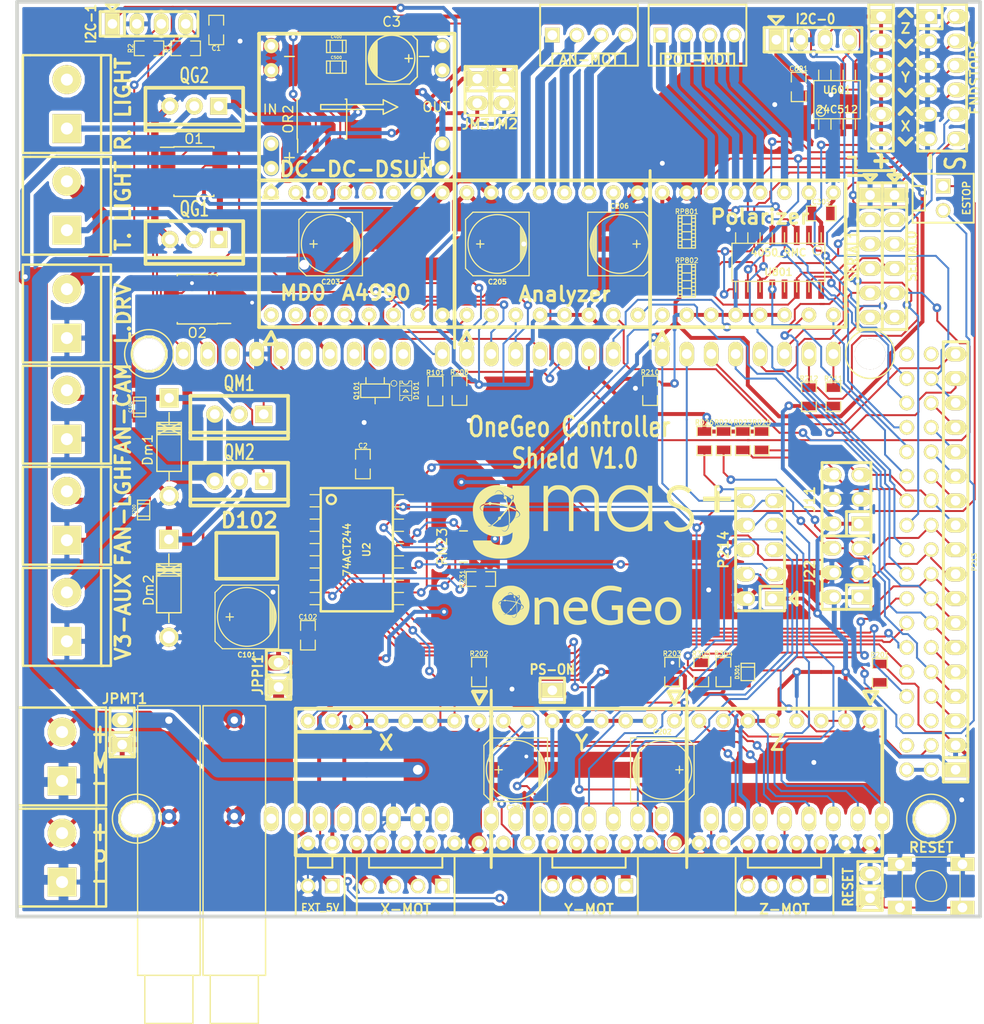
<source format=kicad_pcb>
(kicad_pcb (version 4) (host pcbnew 4.0.4+dfsg1-stable)
  (title_block (title "OneGeo v2.0 Controller") (date "9 feb 2014") (company Gmas))
  (layers (0 Front signal) (31 Back signal) (34 B.Paste user hide) (35 F.Paste user hide) (36 B.SilkS user) (37 F.SilkS user) (38 B.Mask user hide) (39 F.Mask user hide) (44 Edge.Cuts user))
  (net 0 "")
  (net 1 +V_LOGIC)
  (net 2 +V_MOTOR)
  (net 3 /E0_EN_BUF)
  (net 4 /E1_EN_BUF)
  (net 5 /Power/MOT_IN)
  (net 6 /Power/P_IN)
  (net 7 /RESET)
  (net 8 "/Stepper Drivers 2/E0-1A")
  (net 9 "/Stepper Drivers 2/E0-1B")
  (net 10 "/Stepper Drivers 2/E0-2A")
  (net 11 "/Stepper Drivers 2/E0-2B")
  (net 12 "/Stepper Drivers 2/E1-1A")
  (net 13 "/Stepper Drivers 2/E1-1B")
  (net 14 "/Stepper Drivers 2/E1-2A")
  (net 15 "/Stepper Drivers 2/E1-2B")
  (net 16 "/Stepper Drivers/X-1A")
  (net 17 "/Stepper Drivers/X-1B")
  (net 18 "/Stepper Drivers/X-2A")
  (net 19 "/Stepper Drivers/X-2B")
  (net 20 "/Stepper Drivers/Y-1A")
  (net 21 "/Stepper Drivers/Y-1B")
  (net 22 "/Stepper Drivers/Y-2A")
  (net 23 "/Stepper Drivers/Y-2B")
  (net 24 "/Stepper Drivers/Z-1A")
  (net 25 "/Stepper Drivers/Z-1B")
  (net 26 "/Stepper Drivers/Z-2A")
  (net 27 "/Stepper Drivers/Z-2B")
  (net 28 /X_EN_BUF)
  (net 29 /Y_EN_BUF)
  (net 30 /Z_EN_BUF)
  (net 31 A4)
  (net 32 A5)
  (net 33 A6)
  (net 34 A7)
  (net 35 AD14)
  (net 36 AD15)
  (net 37 D13)
  (net 38 D23)
  (net 39 D25)
  (net 40 D27)
  (net 41 D29)
  (net 42 D31)
  (net 43 D32)
  (net 44 D33)
  (net 45 D35)
  (net 46 D37)
  (net 47 D39)
  (net 48 D41)
  (net 49 D43)
  (net 50 D45)
  (net 51 D47)
  (net 52 E0_DIR)
  (net 53 E0_EN)
  (net 54 E0_STEP)
  (net 55 ESTOP)
  (net 56 FD_5V)
  (net 57 GNDA)
  (net 58 MOT_GND)
  (net 59 PS-ON)
  (net 60 SCL)
  (net 61 SCL1)
  (net 62 SDA)
  (net 63 SDA1)
  (net 64 UART0_RX_LV)
  (net 65 UART0_TX_LV)
  (net 66 UART1_RX_LV)
  (net 67 UART1_TX_LV)
  (net 68 UART2_RX_LV)
  (net 69 UART2_TX_LV)
  (net 70 UART3_RX_LV)
  (net 71 UART3_TX_LV)
  (net 72 X-MAX)
  (net 73 X-MIN)
  (net 74 X_DIR)
  (net 75 X_EN)
  (net 76 X_STEP)
  (net 77 Y-MAX)
  (net 78 Y-MIN)
  (net 79 Y_DIR)
  (net 80 Y_EN)
  (net 81 Y_STEP)
  (net 82 Z-MAX)
  (net 83 Z-MIN)
  (net 84 Z_DIR)
  (net 85 Z_EN)
  (net 86 Z_STEP)
  (net 87 +V_3)
  (net 88 "Net-(C100-Pad1)")
  (net 89 "Net-(C200-Pad1)")
  (net 90 "Net-(D101-Pad1)")
  (net 91 "Net-(D101-Pad2)")
  (net 92 "Net-(D301-Pad1)")
  (net 93 +V_2)
  (net 94 DCM11)
  (net 95 DCM12)
  (net 96 DCM21)
  (net 97 DCM22)
  (net 98 PWM2)
  (net 99 PWM3)
  (net 100 PWM4)
  (net 101 PWM5)
  (net 102 A1)
  (net 103 "Net-(O1-Pad5)")
  (net 104 PWM6)
  (net 105 PWM7)
  (net 106 O2B)
  (net 107 O2A)
  (net 108 "Net-(P302-Pad2)")
  (net 109 "Net-(P802-Pad2)")
  (net 110 "Net-(P802-Pad4)")
  (net 111 "Net-(P802-Pad6)")
  (net 112 "Net-(P802-Pad8)")
  (net 113 "Net-(P802-Pad10)")
  (net 114 "Net-(P802-Pad12)")
  (net 115 A2)
  (net 116 "Net-(OR2-Pad5)")
  (net 117 "Net-(MSF1-Pad1)")
  (net 118 "Net-(MSF2-Pad1)")
  (net 119 LDRIV)
  (net 120 "Net-(MD0-Pad1)")
  (net 121 "Net-(MD0-Pad2)")
  (net 122 "Net-(MD0-Pad11)")
  (net 123 "Net-(MD0-Pad12)")
  (net 124 "Net-(MSF2-Pad2)")
  (net 125 "Net-(O1-Pad1)")
  (net 126 "Net-(O1-Pad8)")
  (net 127 "Net-(O2-Pad1)")
  (net 128 "Net-(O2-Pad8)")
  (net 129 "Net-(OR2-Pad1)")
  (net 130 "Net-(OR2-Pad8)")
  (net 131 "Net-(P1-Pad2)")
  (net 132 "Net-(P1-Pad3)")
  (net 133 "Net-(P1-Pad6)")
  (net 134 "Net-(P216-Pad2)")
  (net 135 "Net-(P216-Pad3)")
  (net 136 "Net-(P216-Pad6)")
  (net 137 "Net-(RP801-Pad1)")
  (net 138 "Net-(RP802-Pad4)")
  (net 139 AD3)
  (net 140 AD0)
  (net 141 AD1)
  (net 142 AD2)
  (net 143 AM-VIN)
  (net 144 +3V3)
  (net 145 D8)
  (net 146 D9)
  (net 147 D10)
  (net 148 D12)
  (net 149 AREF)
  (net 150 DUE_5V)
  (net 151 "Net-(SHIELD101-Pad5V_4)")
  (net 152 "Net-(SHIELD101-Pad5V_5)")
  (net 153 D49)
  (net 154 D50-MISO)
  (net 155 D51-MOSI)
  (net 156 D52-SCK)
  (net 157 IOREF)
  (net 158 "Net-(U2-Pad3)")
  (net 159 "Net-(U2-Pad5)")
  (net 160 "Net-(U2-Pad7)")
  (net 161 "Net-(U2-Pad13)")
  (net 162 "Net-(U2-Pad15)")
  (net 163 "Net-(U2-Pad17)")
  (net 164 DCMEN)
  (module RMC:POLOLU (layer Front) (at 111.76 114.3 180)
    (fp_text reference U202 hide)
    (fp_text value Y (at 0.762 -2.286 180) (layer F.SilkS) (effects (font (thickness 0.3048))))
    (pad 1 thru_hole circle (at -8.89 0 180) (size 1.524 1.524) (drill 0.8128) (layers *.Cu *.Mask F.SilkS) (net 29 /Y_EN_BUF))
    (pad 2 thru_hole circle (at -6.35 0 180) (size 1.524 1.524) (drill 0.8128) (layers *.Cu *.Mask F.SilkS) (net 1 +V_LOGIC))
    (pad 3 thru_hole circle (at -3.81 0 180) (size 1.524 1.524) (drill 0.8128) (layers *.Cu *.Mask F.SilkS) (net 1 +V_LOGIC))
    (pad 4 thru_hole circle (at -1.27 0 180) (size 1.524 1.524) (drill 0.8128) (layers *.Cu *.Mask F.SilkS) (net 1 +V_LOGIC))
    (pad 5 thru_hole circle (at 1.27 0 180) (size 1.524 1.524) (drill 0.8128) (layers *.Cu *.Mask F.SilkS) (net 1 +V_LOGIC))
    (pad 6 thru_hole circle (at 3.81 0 180) (size 1.524 1.524) (drill 0.8128) (layers *.Cu *.Mask F.SilkS) (net 1 +V_LOGIC))
    (pad 7 thru_hole circle (at 6.35 0 180) (size 1.524 1.524) (drill 0.8128) (layers *.Cu *.Mask F.SilkS) (net 81 Y_STEP))
    (pad 8 thru_hole circle (at 8.89 0 180) (size 1.524 1.524) (drill 0.8128) (layers *.Cu *.Mask F.SilkS) (net 79 Y_DIR))
    (pad 9 thru_hole circle (at 8.89 -12.7 180) (size 1.524 1.524) (drill 0.8128) (layers *.Cu *.Mask F.SilkS) (net 58 MOT_GND))
    (pad 10 thru_hole circle (at 6.35 -12.7 180) (size 1.524 1.524) (drill 0.8128) (layers *.Cu *.Mask F.SilkS) (net 1 +V_LOGIC))
    (pad 11 thru_hole circle (at 3.81 -12.7 180) (size 1.524 1.524) (drill 0.8128) (layers *.Cu *.Mask F.SilkS) (net 21 "/Stepper Drivers/Y-1B"))
    (pad 12 thru_hole circle (at 1.27 -12.7 180) (size 1.524 1.524) (drill 0.8128) (layers *.Cu *.Mask F.SilkS) (net 20 "/Stepper Drivers/Y-1A"))
    (pad 13 thru_hole circle (at -1.27 -12.7 180) (size 1.524 1.524) (drill 0.8128) (layers *.Cu *.Mask F.SilkS) (net 22 "/Stepper Drivers/Y-2A"))
    (pad 14 thru_hole circle (at -3.81 -12.7 180) (size 1.524 1.524) (drill 0.8128) (layers *.Cu *.Mask F.SilkS) (net 23 "/Stepper Drivers/Y-2B"))
    (pad 15 thru_hole circle (at -6.35 -12.7 180) (size 1.524 1.524) (drill 0.8128) (layers *.Cu *.Mask F.SilkS) (net 58 MOT_GND))
    (pad 16 thru_hole circle (at -8.89 -12.7 180) (size 1.524 1.524) (drill 0.8128) (layers *.Cu *.Mask F.SilkS) (net 2 +V_MOTOR))
  )
  (module RMC:POLOLU (layer Front) (at 128.27 72.136)
    (fp_text reference U206 hide)
    (fp_text value Polarizer (at 1.255 -10.186) (layer F.SilkS) (effects (font (thickness 0.3048))))
    (pad 1 thru_hole circle (at -8.89 0) (size 1.524 1.524) (drill 0.8128) (layers *.Cu *.Mask F.SilkS) (net 3 /E0_EN_BUF))
    (pad 2 thru_hole circle (at -6.35 0) (size 1.524 1.524) (drill 0.8128) (layers *.Cu *.Mask F.SilkS) (net 1 +V_LOGIC))
    (pad 3 thru_hole circle (at -3.81 0) (size 1.524 1.524) (drill 0.8128) (layers *.Cu *.Mask F.SilkS) (net 1 +V_LOGIC))
    (pad 4 thru_hole circle (at -1.27 0) (size 1.524 1.524) (drill 0.8128) (layers *.Cu *.Mask F.SilkS) (net 1 +V_LOGIC))
    (pad 5 thru_hole circle (at 1.27 0) (size 1.524 1.524) (drill 0.8128) (layers *.Cu *.Mask F.SilkS) (net 1 +V_LOGIC))
    (pad 6 thru_hole circle (at 3.81 0) (size 1.524 1.524) (drill 0.8128) (layers *.Cu *.Mask F.SilkS) (net 1 +V_LOGIC))
    (pad 7 thru_hole circle (at 6.35 0) (size 1.524 1.524) (drill 0.8128) (layers *.Cu *.Mask F.SilkS) (net 54 E0_STEP))
    (pad 8 thru_hole circle (at 8.89 0) (size 1.524 1.524) (drill 0.8128) (layers *.Cu *.Mask F.SilkS) (net 52 E0_DIR))
    (pad 9 thru_hole circle (at 8.89 -12.7) (size 1.524 1.524) (drill 0.8128) (layers *.Cu *.Mask F.SilkS) (net 58 MOT_GND))
    (pad 10 thru_hole circle (at 6.35 -12.7) (size 1.524 1.524) (drill 0.8128) (layers *.Cu *.Mask F.SilkS) (net 1 +V_LOGIC))
    (pad 11 thru_hole circle (at 3.81 -12.7) (size 1.524 1.524) (drill 0.8128) (layers *.Cu *.Mask F.SilkS) (net 9 "/Stepper Drivers 2/E0-1B"))
    (pad 12 thru_hole circle (at 1.27 -12.7) (size 1.524 1.524) (drill 0.8128) (layers *.Cu *.Mask F.SilkS) (net 8 "/Stepper Drivers 2/E0-1A"))
    (pad 13 thru_hole circle (at -1.27 -12.7) (size 1.524 1.524) (drill 0.8128) (layers *.Cu *.Mask F.SilkS) (net 10 "/Stepper Drivers 2/E0-2A"))
    (pad 14 thru_hole circle (at -3.81 -12.7) (size 1.524 1.524) (drill 0.8128) (layers *.Cu *.Mask F.SilkS) (net 11 "/Stepper Drivers 2/E0-2B"))
    (pad 15 thru_hole circle (at -6.35 -12.7) (size 1.524 1.524) (drill 0.8128) (layers *.Cu *.Mask F.SilkS) (net 58 MOT_GND))
    (pad 16 thru_hole circle (at -8.89 -12.7) (size 1.524 1.524) (drill 0.8128) (layers *.Cu *.Mask F.SilkS) (net 2 +V_MOTOR))
  )
  (module opendous:SM0805_Opendous (layer Front) (at 98.3 80 270)
    (fp_text reference R208 (at -1.9025 0 360) (layer F.SilkS) (effects (font (size 0.50038 0.50038) (thickness 0.09906))))
    (fp_text value 100k hide)
    (pad 1 smd rect (at -0.9525 0 270) (size 0.889 1.397) (layers Front F.Paste F.Mask) (net 1 +V_LOGIC))
    (pad 2 smd rect (at 0.9525 0 270) (size 0.889 1.397) (layers Front F.Paste F.Mask) (net 58 MOT_GND))
  )
  (module RMC:ARDUINO_MEGA_DUE_SHIELD_FOOTPRINT_RMC (layer Front) (at 50.8 127)
    (fp_text reference SHIELD101 hide)
    (fp_text value ARDUINO_DUE_SHIELD hide)
    (pad 14 thru_hole oval (at 68.58 -50.8 90) (size 2.54 1.524) (drill 1.016) (layers *.Cu *.Mask F.SilkS) (net 71 UART3_TX_LV))
    (pad 15 thru_hole oval (at 71.12 -50.8 90) (size 2.54 1.524) (drill 1.016) (layers *.Cu *.Mask F.SilkS) (net 70 UART3_RX_LV))
    (pad 16 thru_hole oval (at 73.66 -50.8 90) (size 2.54 1.524) (drill 1.016) (layers *.Cu *.Mask F.SilkS) (net 69 UART2_TX_LV))
    (pad 17 thru_hole oval (at 76.2 -50.8 90) (size 2.54 1.524) (drill 1.016) (layers *.Cu *.Mask F.SilkS) (net 68 UART2_RX_LV))
    (pad 18 thru_hole oval (at 78.74 -50.8 90) (size 2.54 1.524) (drill 1.016) (layers *.Cu *.Mask F.SilkS) (net 67 UART1_TX_LV))
    (pad 19 thru_hole oval (at 81.28 -50.8 90) (size 2.54 1.524) (drill 1.016) (layers *.Cu *.Mask F.SilkS) (net 66 UART1_RX_LV))
    (pad 20 thru_hole oval (at 83.82 -50.8 90) (size 2.54 1.524) (drill 1.016) (layers *.Cu *.Mask F.SilkS) (net 62 SDA))
    (pad 21 thru_hole oval (at 86.36 -50.8 90) (size 2.54 1.524) (drill 1.016) (layers *.Cu *.Mask F.SilkS) (net 60 SCL))
    (pad AD15 thru_hole oval (at 91.44 -2.54 90) (size 2.54 1.524) (drill 1.016) (layers *.Cu *.Mask F.SilkS) (net 36 AD15))
    (pad AD14 thru_hole oval (at 88.9 -2.54 90) (size 2.54 1.524) (drill 1.016) (layers *.Cu *.Mask F.SilkS) (net 35 AD14))
    (pad AD13 thru_hole oval (at 86.36 -2.54 90) (size 2.54 1.524) (drill 1.016) (layers *.Cu *.Mask F.SilkS) (net 86 Z_STEP))
    (pad AD12 thru_hole oval (at 83.82 -2.54 90) (size 2.54 1.524) (drill 1.016) (layers *.Cu *.Mask F.SilkS) (net 84 Z_DIR))
    (pad AD8 thru_hole oval (at 73.66 -2.54 90) (size 2.54 1.524) (drill 1.016) (layers *.Cu *.Mask F.SilkS) (net 74 X_DIR))
    (pad AD7 thru_hole oval (at 68.58 -2.54 90) (size 2.54 1.524) (drill 1.016) (layers *.Cu *.Mask F.SilkS) (net 34 A7))
    (pad AD6 thru_hole oval (at 66.04 -2.54 90) (size 2.54 1.524) (drill 1.016) (layers *.Cu *.Mask F.SilkS) (net 33 A6))
    (pad AD9 thru_hole oval (at 76.2 -2.54 90) (size 2.54 1.524) (drill 1.016) (layers *.Cu *.Mask F.SilkS) (net 76 X_STEP))
    (pad AD10 thru_hole oval (at 78.74 -2.54 90) (size 2.54 1.524) (drill 1.016) (layers *.Cu *.Mask F.SilkS) (net 79 Y_DIR))
    (pad AD11 thru_hole oval (at 81.28 -2.54 90) (size 2.54 1.524) (drill 1.016) (layers *.Cu *.Mask F.SilkS) (net 81 Y_STEP))
    (pad AD5 thru_hole oval (at 63.5 -2.54 90) (size 2.54 1.524) (drill 1.016) (layers *.Cu *.Mask F.SilkS) (net 32 A5))
    (pad AD4 thru_hole oval (at 60.96 -2.54 90) (size 2.54 1.524) (drill 1.016) (layers *.Cu *.Mask F.SilkS) (net 31 A4))
    (pad AD3 thru_hole oval (at 58.42 -2.54 90) (size 2.54 1.524) (drill 1.016) (layers *.Cu *.Mask F.SilkS) (net 139 AD3))
    (pad AD0 thru_hole oval (at 50.8 -2.54 90) (size 2.54 1.524) (drill 1.016) (layers *.Cu *.Mask F.SilkS) (net 140 AD0))
    (pad AD1 thru_hole oval (at 53.34 -2.54 90) (size 2.54 1.524) (drill 1.016) (layers *.Cu *.Mask F.SilkS) (net 141 AD1))
    (pad AD2 thru_hole oval (at 55.88 -2.54 90) (size 2.54 1.524) (drill 1.016) (layers *.Cu *.Mask F.SilkS) (net 142 AD2))
    (pad V_IN thru_hole oval (at 45.72 -2.54 90) (size 2.54 1.524) (drill 1.016) (layers *.Cu *.Mask F.SilkS) (net 143 AM-VIN))
    (pad GND thru_hole oval (at 43.18 -2.54 90) (size 2.54 1.524) (drill 1.016) (layers *.Cu *.Mask F.SilkS) (net 58 MOT_GND))
    (pad GND thru_hole oval (at 40.64 -2.54 90) (size 2.54 1.524) (drill 1.016) (layers *.Cu *.Mask F.SilkS) (net 58 MOT_GND))
    (pad 3V3 thru_hole oval (at 35.56 -2.54 90) (size 2.54 1.524) (drill 1.016) (layers *.Cu *.Mask F.SilkS) (net 144 +3V3))
    (pad RST thru_hole oval (at 33.02 -2.54 90) (size 2.54 1.524) (drill 1.016) (layers *.Cu *.Mask F.SilkS) (net 7 /RESET))
    (pad 0 thru_hole oval (at 63.5 -50.8 90) (size 2.54 1.524) (drill 1.016) (layers *.Cu *.Mask F.SilkS) (net 64 UART0_RX_LV))
    (pad 1 thru_hole oval (at 60.96 -50.8 90) (size 2.54 1.524) (drill 1.016) (layers *.Cu *.Mask F.SilkS) (net 65 UART0_TX_LV))
    (pad 2 thru_hole oval (at 58.42 -50.8 90) (size 2.54 1.524) (drill 1.016) (layers *.Cu *.Mask F.SilkS) (net 98 PWM2))
    (pad 3 thru_hole oval (at 55.88 -50.8 90) (size 2.54 1.524) (drill 1.016) (layers *.Cu *.Mask F.SilkS) (net 99 PWM3))
    (pad 4 thru_hole oval (at 53.34 -50.8 90) (size 2.54 1.524) (drill 1.016) (layers *.Cu *.Mask F.SilkS) (net 100 PWM4))
    (pad 5 thru_hole oval (at 50.8 -50.8 90) (size 2.54 1.524) (drill 1.016) (layers *.Cu *.Mask F.SilkS) (net 101 PWM5))
    (pad 6 thru_hole oval (at 48.26 -50.8 90) (size 2.54 1.524) (drill 1.016) (layers *.Cu *.Mask F.SilkS) (net 104 PWM6))
    (pad 7 thru_hole oval (at 45.72 -50.8 90) (size 2.54 1.524) (drill 1.016) (layers *.Cu *.Mask F.SilkS) (net 105 PWM7))
    (pad 8 thru_hole oval (at 41.656 -50.8 90) (size 2.54 1.524) (drill 1.016) (layers *.Cu *.Mask F.SilkS) (net 145 D8))
    (pad 9 thru_hole oval (at 39.116 -50.8 90) (size 2.54 1.524) (drill 1.016) (layers *.Cu *.Mask F.SilkS) (net 146 D9))
    (pad 10 thru_hole oval (at 36.576 -50.8 90) (size 2.54 1.524) (drill 1.016) (layers *.Cu *.Mask F.SilkS) (net 147 D10))
    (pad 11 thru_hole oval (at 34.036 -50.8 90) (size 2.54 1.524) (drill 1.016) (layers *.Cu *.Mask F.SilkS) (net 164 DCMEN))
    (pad 12 thru_hole oval (at 31.496 -50.8 90) (size 2.54 1.524) (drill 1.016) (layers *.Cu *.Mask F.SilkS) (net 148 D12))
    (pad 13 thru_hole oval (at 28.956 -50.8 90) (size 2.54 1.524) (drill 1.016) (layers *.Cu *.Mask F.SilkS) (net 37 D13))
    (pad GND thru_hole oval (at 26.416 -50.8 90) (size 2.54 1.524) (drill 1.016) (layers *.Cu *.Mask F.SilkS) (net 58 MOT_GND))
    (pad AREF thru_hole oval (at 23.876 -50.8 90) (size 2.54 1.524) (drill 1.016) (layers *.Cu *.Mask F.SilkS) (net 149 AREF))
    (pad 5V thru_hole oval (at 38.1 -2.54 90) (size 2.54 1.524) (drill 1.016) (layers *.Cu *.Mask F.SilkS) (net 150 DUE_5V))
    (pad "" thru_hole circle (at 96.52 -2.54 90) (size 3.175 3.175) (drill 3.175) (layers *.Cu *.Mask F.SilkS))
    (pad "" thru_hole circle (at 90.17 -50.8 90) (size 3.175 3.175) (drill 3.175) (layers *.Cu *.Mask F.SilkS))
    (pad "" thru_hole circle (at 15.24 -50.8 90) (size 3.175 3.175) (drill 3.175) (layers *.Cu *.Mask F.SilkS))
    (pad "" thru_hole circle (at 13.97 -2.54 90) (size 3.175 3.175) (drill 3.175) (layers *.Cu *.Mask F.SilkS))
    (pad 22 thru_hole circle (at 93.98 -48.26) (size 1.524 1.524) (drill 1.016) (layers *.Cu *.Mask F.SilkS) (net 73 X-MIN))
    (pad 23 thru_hole circle (at 96.52 -48.26) (size 1.524 1.524) (drill 1.016) (layers *.Cu *.Mask F.SilkS) (net 38 D23))
    (pad 24 thru_hole circle (at 93.98 -45.72) (size 1.524 1.524) (drill 1.016) (layers *.Cu *.Mask F.SilkS) (net 78 Y-MIN))
    (pad 25 thru_hole circle (at 96.52 -45.72) (size 1.524 1.524) (drill 1.016) (layers *.Cu *.Mask F.SilkS) (net 39 D25))
    (pad 26 thru_hole circle (at 93.98 -43.18) (size 1.524 1.524) (drill 1.016) (layers *.Cu *.Mask F.SilkS) (net 83 Z-MIN))
    (pad 27 thru_hole circle (at 96.52 -43.18) (size 1.524 1.524) (drill 1.016) (layers *.Cu *.Mask F.SilkS) (net 40 D27))
    (pad 28 thru_hole circle (at 93.98 -40.64) (size 1.524 1.524) (drill 1.016) (layers *.Cu *.Mask F.SilkS) (net 52 E0_DIR))
    (pad 29 thru_hole circle (at 96.52 -40.64) (size 1.524 1.524) (drill 1.016) (layers *.Cu *.Mask F.SilkS) (net 41 D29))
    (pad 5V_4 thru_hole circle (at 93.98 -50.8) (size 1.524 1.524) (drill 1.016) (layers *.Cu *.Mask F.SilkS) (net 151 "Net-(SHIELD101-Pad5V_4)"))
    (pad 5V_5 thru_hole circle (at 96.52 -50.8) (size 1.524 1.524) (drill 1.016) (layers *.Cu *.Mask F.SilkS) (net 152 "Net-(SHIELD101-Pad5V_5)"))
    (pad 31 thru_hole circle (at 96.52 -38.1) (size 1.524 1.524) (drill 1.016) (layers *.Cu *.Mask F.SilkS) (net 42 D31))
    (pad 30 thru_hole circle (at 93.98 -38.1) (size 1.524 1.524) (drill 1.016) (layers *.Cu *.Mask F.SilkS) (net 72 X-MAX))
    (pad 32 thru_hole circle (at 93.98 -35.56) (size 1.524 1.524) (drill 1.016) (layers *.Cu *.Mask F.SilkS) (net 43 D32))
    (pad 33 thru_hole circle (at 96.52 -35.56) (size 1.524 1.524) (drill 1.016) (layers *.Cu *.Mask F.SilkS) (net 44 D33))
    (pad 34 thru_hole circle (at 93.98 -33.02) (size 1.524 1.524) (drill 1.016) (layers *.Cu *.Mask F.SilkS) (net 82 Z-MAX))
    (pad 35 thru_hole circle (at 96.52 -33.02) (size 1.524 1.524) (drill 1.016) (layers *.Cu *.Mask F.SilkS) (net 45 D35))
    (pad 36 thru_hole circle (at 93.98 -30.48) (size 1.524 1.524) (drill 1.016) (layers *.Cu *.Mask F.SilkS) (net 54 E0_STEP))
    (pad 37 thru_hole circle (at 96.52 -30.48) (size 1.524 1.524) (drill 1.016) (layers *.Cu *.Mask F.SilkS) (net 46 D37))
    (pad 38 thru_hole circle (at 93.98 -27.94) (size 1.524 1.524) (drill 1.016) (layers *.Cu *.Mask F.SilkS) (net 77 Y-MAX))
    (pad 39 thru_hole circle (at 96.52 -27.94) (size 1.524 1.524) (drill 1.016) (layers *.Cu *.Mask F.SilkS) (net 47 D39))
    (pad 40 thru_hole circle (at 93.98 -25.4) (size 1.524 1.524) (drill 1.016) (layers *.Cu *.Mask F.SilkS) (net 55 ESTOP))
    (pad 41 thru_hole circle (at 96.52 -25.4) (size 1.524 1.524) (drill 1.016) (layers *.Cu *.Mask F.SilkS) (net 48 D41))
    (pad 42 thru_hole circle (at 93.98 -22.86) (size 1.524 1.524) (drill 1.016) (layers *.Cu *.Mask F.SilkS) (net 53 E0_EN))
    (pad 43 thru_hole circle (at 96.52 -22.86) (size 1.524 1.524) (drill 1.016) (layers *.Cu *.Mask F.SilkS) (net 49 D43))
    (pad 44 thru_hole circle (at 93.98 -20.32) (size 1.524 1.524) (drill 1.016) (layers *.Cu *.Mask F.SilkS) (net 85 Z_EN))
    (pad 45 thru_hole circle (at 96.52 -20.32) (size 1.524 1.524) (drill 1.016) (layers *.Cu *.Mask F.SilkS) (net 50 D45))
    (pad 46 thru_hole circle (at 93.98 -17.78) (size 1.524 1.524) (drill 1.016) (layers *.Cu *.Mask F.SilkS) (net 80 Y_EN))
    (pad 47 thru_hole circle (at 96.52 -17.78) (size 1.524 1.524) (drill 1.016) (layers *.Cu *.Mask F.SilkS) (net 51 D47))
    (pad 48 thru_hole circle (at 93.98 -15.24) (size 1.524 1.524) (drill 1.016) (layers *.Cu *.Mask F.SilkS) (net 75 X_EN))
    (pad 49 thru_hole circle (at 96.52 -15.24) (size 1.524 1.524) (drill 1.016) (layers *.Cu *.Mask F.SilkS) (net 153 D49))
    (pad 50 thru_hole circle (at 93.98 -12.7) (size 1.524 1.524) (drill 1.016) (layers *.Cu *.Mask F.SilkS) (net 154 D50-MISO))
    (pad 51 thru_hole circle (at 96.52 -12.7) (size 1.524 1.524) (drill 1.016) (layers *.Cu *.Mask F.SilkS) (net 155 D51-MOSI))
    (pad 52 thru_hole circle (at 93.98 -10.16) (size 1.524 1.524) (drill 1.016) (layers *.Cu *.Mask F.SilkS) (net 156 D52-SCK))
    (pad 53 thru_hole circle (at 96.52 -10.16) (size 1.524 1.524) (drill 1.016) (layers *.Cu *.Mask F.SilkS) (net 59 PS-ON))
    (pad GND4 thru_hole circle (at 93.98 -7.62) (size 1.524 1.524) (drill 1.016) (layers *.Cu *.Mask F.SilkS) (net 57 GNDA))
    (pad GND5 thru_hole circle (at 96.52 -7.62) (size 1.524 1.524) (drill 1.016) (layers *.Cu *.Mask F.SilkS) (net 57 GNDA))
    (pad SDA1 thru_hole oval (at 21.336 -50.8 90) (size 2.54 1.524) (drill 1.016) (layers *.Cu *.Mask F.SilkS) (net 63 SDA1))
    (pad SCL1 thru_hole oval (at 18.796 -50.8 90) (size 2.54 1.524) (drill 1.016) (layers *.Cu *.Mask F.SilkS) (net 61 SCL1))
    (pad IORF thru_hole oval (at 30.48 -2.54 90) (size 2.54 1.524) (drill 1.016) (layers *.Cu *.Mask F.SilkS) (net 157 IOREF))
    (pad NC1 thru_hole oval (at 27.94 -2.54 90) (size 2.54 1.524) (drill 1.016) (layers *.Cu *.Mask F.SilkS))
  )
  (module w_conn_screw:mors_2p (layer Front) (at 57.5 60.8 90)
    (fp_text reference MSF1 hide)
    (fp_text value "T. LIGHT" (at 0 5.842 90) (layer F.SilkS) (effects (font (thickness 0.3048))))
    (pad 1 thru_hole rect (at -2.54 0 90) (size 2.99974 2.99974) (drill 1.24968) (layers *.Cu *.Mask F.SilkS) (net 117 "Net-(MSF1-Pad1)"))
    (pad 2 thru_hole circle (at 2.54 0 90) (size 2.99974 2.99974) (drill 1.24968) (layers *.Cu *.Mask F.SilkS) (net 119 LDRIV))
  )
  (module gmas:Fuse_Holder_bayoneta (layer Front) (at 74.9 124.23 90)
    (fp_text reference F102 hide)
    (fp_text value "FUSE 10A" hide)
    (pad 1 thru_hole circle (at 0 0 90) (size 1.524 1.524) (drill 0.762) (layers *.Cu *.Mask) (net 6 /Power/P_IN))
    (pad 2 thru_hole circle (at 10 0 90) (size 1.524 1.524) (drill 0.762) (layers *.Cu *.Mask) (net 93 +V_2))
  )
  (module w_pin_strip:pin_strip_4 (layer Front) (at 135.0391 43.561)
    (fp_text reference P211 hide)
    (fp_text value I2C-0 (at 0.254 -2.159) (layer F.SilkS) (effects (font (size 1.016 0.889) (thickness 0.2032))))
    (pad 1 thru_hole rect (at -3.81 0) (size 1.524 2.19964) (drill 1.00076) (layers *.Cu *.Mask F.SilkS) (net 1 +V_LOGIC))
    (pad 2 thru_hole oval (at -1.27 0) (size 1.524 2.19964) (drill 1.00076) (layers *.Cu *.Mask F.SilkS) (net 58 MOT_GND))
    (pad 3 thru_hole oval (at 1.27 0) (size 1.524 2.19964) (drill 1.00076) (layers *.Cu *.Mask F.SilkS) (net 62 SDA))
    (pad 4 thru_hole oval (at 3.81 0) (size 1.524 2.19964) (drill 1.00076) (layers *.Cu *.Mask F.SilkS) (net 60 SCL))
  )
  (module w_smd_dil:so-8 (layer Front) (at 137.541 49.784)
    (fp_text reference U601 (at 0 -1.016) (layer F.SilkS) (effects (font (size 0.7493 0.7493) (thickness 0.14986))))
    (fp_text value 24C512 (at 0 1.016) (layer F.SilkS) (effects (font (size 0.7493 0.7493) (thickness 0.14986))))
    (pad 1 smd rect (at -1.905 2.794) (size 0.59944 1.99898) (layers Front F.Paste F.Mask) (net 58 MOT_GND))
    (pad 2 smd rect (at -0.635 2.794) (size 0.59944 1.99898) (layers Front F.Paste F.Mask) (net 58 MOT_GND))
    (pad 3 smd rect (at 0.635 2.794) (size 0.59944 1.99898) (layers Front F.Paste F.Mask) (net 58 MOT_GND))
    (pad 4 smd rect (at 1.905 2.794) (size 0.59944 1.99898) (layers Front F.Paste F.Mask) (net 58 MOT_GND))
    (pad 5 smd rect (at 1.905 -2.794) (size 0.59944 1.99898) (layers Front F.Paste F.Mask) (net 62 SDA))
    (pad 6 smd rect (at 0.635 -2.794) (size 0.59944 1.99898) (layers Front F.Paste F.Mask) (net 60 SCL))
    (pad 7 smd rect (at -0.635 -2.794) (size 0.59944 1.99898) (layers Front F.Paste F.Mask) (net 58 MOT_GND))
    (pad 8 smd rect (at -1.905 -2.794) (size 0.59944 1.99898) (layers Front F.Paste F.Mask) (net 1 +V_LOGIC))
  )
  (module w_smd_cap:c_elec_6.3x7.7 (layer Front) (at 84.915 64.77 180)
    (fp_text reference C203 (at 0 -3.937 180) (layer F.SilkS) (effects (font (size 0.50038 0.50038) (thickness 0.11938))))
    (fp_text value "100u 35V" hide)
    (pad 1 smd rect (at 2.75082 0 180) (size 3.59918 1.6002) (layers Front F.Paste F.Mask) (net 2 +V_MOTOR))
    (pad 2 smd rect (at -2.75082 0 180) (size 3.59918 1.6002) (layers Front F.Paste F.Mask) (net 58 MOT_GND))
  )
  (module opendous:SM0805_Opendous (layer Front) (at 73.025 42.545 270)
    (fp_text reference C1 (at 1.9 0 360) (layer F.SilkS) (effects (font (size 0.5 0.5) (thickness 0.095))))
    (fp_text value 100n hide)
    (pad 1 smd rect (at -0.9525 0 270) (size 0.889 1.397) (layers Front F.Paste F.Mask) (net 56 FD_5V))
    (pad 2 smd rect (at 0.9525 0 270) (size 0.889 1.397) (layers Front F.Paste F.Mask) (net 58 MOT_GND))
  )
  (module opendous:SM0805_Opendous (layer Front) (at 88.265 87.63 90)
    (fp_text reference C2 (at 1.9 0 180) (layer F.SilkS) (effects (font (size 0.5 0.5) (thickness 0.095))))
    (fp_text value 100n hide)
    (pad 1 smd rect (at -0.9525 0 90) (size 0.889 1.397) (layers Front F.Paste F.Mask) (net 56 FD_5V))
    (pad 2 smd rect (at 0.9525 0 90) (size 0.889 1.397) (layers Front F.Paste F.Mask) (net 58 MOT_GND))
  )
  (module w_smd_cap:c_elec_6.3x7.7 (layer Front) (at 76.2 103.505 180)
    (fp_text reference C101 (at 0 -3.937 180) (layer F.SilkS) (effects (font (size 0.50038 0.50038) (thickness 0.11938))))
    (fp_text value "100u 35V" hide)
    (pad 1 smd rect (at 2.75082 0 180) (size 3.59918 1.6002) (layers Front F.Paste F.Mask) (net 93 +V_2))
    (pad 2 smd rect (at -2.75082 0 180) (size 3.59918 1.6002) (layers Front F.Paste F.Mask) (net 58 MOT_GND))
  )
  (module opendous:SM0805_Opendous (layer Front) (at 82.55 105.41 90)
    (fp_text reference C102 (at 1.9 0 180) (layer F.SilkS) (effects (font (size 0.5 0.5) (thickness 0.095))))
    (fp_text value "100n 35V" hide)
    (pad 1 smd rect (at -0.9525 0 90) (size 0.889 1.397) (layers Front F.Paste F.Mask) (net 93 +V_2))
    (pad 2 smd rect (at 0.9525 0 90) (size 0.889 1.397) (layers Front F.Paste F.Mask) (net 58 MOT_GND))
  )
  (module w_smd_cap:c_elec_6.3x7.7 (layer Front) (at 104.14 119.38 180)
    (fp_text reference C201 (at 0 -3.937 180) (layer F.SilkS) (effects (font (size 0.50038 0.50038) (thickness 0.11938))))
    (fp_text value "100u 35V" hide)
    (pad 1 smd rect (at 2.75082 0 180) (size 3.59918 1.6002) (layers Front F.Paste F.Mask) (net 2 +V_MOTOR))
    (pad 2 smd rect (at -2.75082 0 180) (size 3.59918 1.6002) (layers Front F.Paste F.Mask) (net 58 MOT_GND))
  )
  (module w_smd_cap:c_elec_6.3x7.7 (layer Front) (at 119.38 119.38)
    (fp_text reference C202 (at 0 -3.937) (layer F.SilkS) (effects (font (size 0.50038 0.50038) (thickness 0.11938))))
    (fp_text value "100u 35V" hide)
    (pad 1 smd rect (at 2.75082 0) (size 3.59918 1.6002) (layers Front F.Paste F.Mask) (net 2 +V_MOTOR))
    (pad 2 smd rect (at -2.75082 0) (size 3.59918 1.6002) (layers Front F.Paste F.Mask) (net 58 MOT_GND))
  )
  (module w_smd_cap:c_elec_6.3x7.7 (layer Front) (at 102.235 64.77 180)
    (fp_text reference C205 (at 0 -3.937 180) (layer F.SilkS) (effects (font (size 0.50038 0.50038) (thickness 0.11938))))
    (fp_text value "100u 35V" hide)
    (pad 1 smd rect (at 2.75082 0 180) (size 3.59918 1.6002) (layers Front F.Paste F.Mask) (net 2 +V_MOTOR))
    (pad 2 smd rect (at -2.75082 0 180) (size 3.59918 1.6002) (layers Front F.Paste F.Mask) (net 58 MOT_GND))
  )
  (module w_smd_cap:c_elec_6.3x7.7 (layer Front) (at 114.935 64.77)
    (fp_text reference C206 (at 0 -3.937) (layer F.SilkS) (effects (font (size 0.50038 0.50038) (thickness 0.11938))))
    (fp_text value "100u 35V" hide)
    (pad 1 smd rect (at 2.75082 0) (size 3.59918 1.6002) (layers Front F.Paste F.Mask) (net 2 +V_MOTOR))
    (pad 2 smd rect (at -2.75082 0) (size 3.59918 1.6002) (layers Front F.Paste F.Mask) (net 58 MOT_GND))
  )
  (module opendous:SM0805_Opendous (layer Front) (at 135.89 61.595)
    (fp_text reference C305 (at 0.01 -1.195) (layer F.SilkS) (effects (font (size 0.5 0.5) (thickness 0.095))))
    (fp_text value 100n hide)
    (pad 1 smd rect (at -0.9525 0) (size 0.889 1.397) (layers Front F.Paste F.Mask) (net 1 +V_LOGIC))
    (pad 2 smd rect (at 0.9525 0) (size 0.889 1.397) (layers Front F.Paste F.Mask) (net 58 MOT_GND))
  )
  (module opendous:SM0805_Opendous (layer Front) (at 133.54812 48.45304 270)
    (fp_text reference C601 (at -1.9 0 360) (layer F.SilkS) (effects (font (size 0.5 0.5) (thickness 0.095))))
    (fp_text value 100n hide)
    (pad 1 smd rect (at -0.9525 0 270) (size 0.889 1.397) (layers Front F.Paste F.Mask) (net 1 +V_LOGIC))
    (pad 2 smd rect (at 0.9525 0 270) (size 0.889 1.397) (layers Front F.Paste F.Mask) (net 58 MOT_GND))
  )
  (module RMC:LED-0805_GREEN (layer Front) (at 92.71 80.01 90)
    (fp_text reference D101 (at 0.01 1.09 90) (layer F.SilkS) (effects (font (size 0.50038 0.50038) (thickness 0.09906))))
    (fp_text value "LED GRN" hide)
    (pad 1 smd rect (at -1.04902 0 90) (size 1.19888 1.19888) (layers Front F.Paste F.Mask) (net 90 "Net-(D101-Pad1)"))
    (pad 2 smd rect (at 1.04902 0 90) (size 1.19888 1.19888) (layers Front F.Paste F.Mask) (net 91 "Net-(D101-Pad2)"))
  )
  (module RMC:TO277A_RMC (layer Front) (at 76.2 97.155 90)
    (fp_text reference D102 (at 3.683 0.254 180) (layer F.SilkS) (effects (font (thickness 0.3048))))
    (fp_text value SS10Pxx hide)
    (pad 2 smd rect (at 1.03886 2.75082 90) (size 1.39954 1.5) (layers Front F.Paste F.Mask) (net 58 MOT_GND))
    (pad 1 smd rect (at -1.03886 2.75082 90) (size 1.39954 1.5) (layers Front F.Paste F.Mask) (net 58 MOT_GND))
    (pad K smd rect (at 0 -1.50114 90) (size 4.9 4.8) (layers Front F.Paste F.Mask) (net 93 +V_2))
  )
  (module w_smd_diode:SOD323 (layer Front) (at 128.27 109.22 90)
    (fp_text reference D301 (at 0 -1.09982 90) (layer F.SilkS) (effects (font (size 0.39878 0.39878) (thickness 0.09906))))
    (fp_text value 1N4148 hide)
    (pad 2 smd rect (at 1.09982 0 90) (size 1.00076 0.59944) (layers Front F.Paste F.Mask) (net 55 ESTOP))
    (pad 1 smd rect (at -1.09982 0 90) (size 1.00076 0.59944) (layers Front F.Paste F.Mask) (net 92 "Net-(D301-Pad1)"))
  )
  (module w_pin_strip:pin_socket_3x2 (layer Front) (at 138.52 91.29 90)
    (fp_text reference J11 (at 0 -3.81 90) (layer F.SilkS) (effects (font (size 1.016 1.016) (thickness 0.2032))))
    (fp_text value CONN_02X03 hide)
    (pad 1 thru_hole rect (at -2.54 1.27 90) (size 1.524 1.99898) (drill 1.00076 (offset 0 0.24892)) (layers *.Cu *.Mask F.SilkS) (net 1 +V_LOGIC))
    (pad 2 thru_hole oval (at -2.54 -1.27 90) (size 1.524 1.99898) (drill 1.00076 (offset 0 -0.24892)) (layers *.Cu *.Mask F.SilkS) (net 1 +V_LOGIC))
    (pad 3 thru_hole oval (at 0 1.27 90) (size 1.524 1.99898) (drill 1.00076 (offset 0 0.24892)) (layers *.Cu *.Mask F.SilkS) (net 58 MOT_GND))
    (pad 4 thru_hole oval (at 0 -1.27 90) (size 1.524 1.99898) (drill 1.00076 (offset 0 -0.24892)) (layers *.Cu *.Mask F.SilkS) (net 58 MOT_GND))
    (pad 5 thru_hole oval (at 2.54 1.27 90) (size 1.524 1.99898) (drill 1.00076 (offset 0 0.24892)) (layers *.Cu *.Mask F.SilkS) (net 44 D33))
    (pad 6 thru_hole oval (at 2.54 -1.27 90) (size 1.524 1.99898) (drill 1.00076 (offset 0 -0.24892)) (layers *.Cu *.Mask F.SilkS) (net 43 D32))
  )
  (module w_pin_strip:pin_strip_2 (layer Front) (at 102.95 48.875 270)
    (fp_text reference JM2 (at 3.425 0.05 360) (layer F.SilkS) (effects (font (size 1.016 1.016) (thickness 0.2032))))
    (fp_text value CONN_01X02 hide)
    (pad 1 thru_hole rect (at -1.27 0 270) (size 1.524 2.19964) (drill 1.00076) (layers *.Cu *.Mask F.SilkS) (net 94 DCM11))
    (pad 2 thru_hole oval (at 1.27 0 270) (size 1.524 2.19964) (drill 1.00076) (layers *.Cu *.Mask F.SilkS) (net 95 DCM12))
  )
  (module w_pin_strip:pin_strip_2 (layer Front) (at 100.15 48.875 270)
    (fp_text reference JM3 (at 3.475 0.15 360) (layer F.SilkS) (effects (font (size 1.016 1.016) (thickness 0.2032))))
    (fp_text value CONN_01X02 hide)
    (pad 1 thru_hole rect (at -1.27 0 270) (size 1.524 2.19964) (drill 1.00076) (layers *.Cu *.Mask F.SilkS) (net 96 DCM21))
    (pad 2 thru_hole oval (at 1.27 0 270) (size 1.524 2.19964) (drill 1.00076) (layers *.Cu *.Mask F.SilkS) (net 97 DCM22))
  )
  (module RMC:POLOLU (layer Front) (at 87.63 72.136)
    (fp_text reference MD0 (at -5.588 -2.286) (layer F.SilkS) (effects (font (thickness 0.3048))))
    (fp_text value A4990 (at 2.032 -2.286) (layer F.SilkS) (effects (font (thickness 0.3048))))
    (pad 1 thru_hole circle (at -8.89 0) (size 1.524 1.524) (drill 0.8128) (layers *.Cu *.Mask F.SilkS) (net 120 "Net-(MD0-Pad1)"))
    (pad 2 thru_hole circle (at -6.35 0) (size 1.524 1.524) (drill 0.8128) (layers *.Cu *.Mask F.SilkS) (net 121 "Net-(MD0-Pad2)"))
    (pad 3 thru_hole circle (at -3.81 0) (size 1.524 1.524) (drill 0.8128) (layers *.Cu *.Mask F.SilkS) (net 164 DCMEN))
    (pad 4 thru_hole circle (at -1.27 0) (size 1.524 1.524) (drill 0.8128) (layers *.Cu *.Mask F.SilkS) (net 98 PWM2))
    (pad 5 thru_hole circle (at 1.27 0) (size 1.524 1.524) (drill 0.8128) (layers *.Cu *.Mask F.SilkS) (net 99 PWM3))
    (pad 6 thru_hole circle (at 3.81 0) (size 1.524 1.524) (drill 0.8128) (layers *.Cu *.Mask F.SilkS) (net 100 PWM4))
    (pad 7 thru_hole circle (at 6.35 0) (size 1.524 1.524) (drill 0.8128) (layers *.Cu *.Mask F.SilkS) (net 101 PWM5))
    (pad 8 thru_hole circle (at 8.89 0) (size 1.524 1.524) (drill 0.8128) (layers *.Cu *.Mask F.SilkS) (net 58 MOT_GND))
    (pad 9 thru_hole circle (at 8.89 -12.7) (size 1.524 1.524) (drill 0.8128) (layers *.Cu *.Mask F.SilkS) (net 58 MOT_GND))
    (pad 10 thru_hole circle (at 6.35 -12.7) (size 1.524 1.524) (drill 0.8128) (layers *.Cu *.Mask F.SilkS) (net 87 +V_3))
    (pad 11 thru_hole circle (at 3.81 -12.7) (size 1.524 1.524) (drill 0.8128) (layers *.Cu *.Mask F.SilkS) (net 122 "Net-(MD0-Pad11)"))
    (pad 12 thru_hole circle (at 1.27 -12.7) (size 1.524 1.524) (drill 0.8128) (layers *.Cu *.Mask F.SilkS) (net 123 "Net-(MD0-Pad12)"))
    (pad 13 thru_hole circle (at -1.27 -12.7) (size 1.524 1.524) (drill 0.8128) (layers *.Cu *.Mask F.SilkS) (net 97 DCM22))
    (pad 14 thru_hole circle (at -3.81 -12.7) (size 1.524 1.524) (drill 0.8128) (layers *.Cu *.Mask F.SilkS) (net 96 DCM21))
    (pad 15 thru_hole circle (at -6.35 -12.7) (size 1.524 1.524) (drill 0.8128) (layers *.Cu *.Mask F.SilkS) (net 95 DCM12))
    (pad 16 thru_hole circle (at -8.89 -12.7) (size 1.524 1.524) (drill 0.8128) (layers *.Cu *.Mask F.SilkS) (net 94 DCM11))
  )
  (module w_pin_strip:pin_strip_6 (layer Front) (at 140.97 66.04 270)
    (fp_text reference P1 hide)
    (fp_text value SERIAL1 (at 0 1.778 270) (layer F.SilkS) (effects (font (size 1.016 0.889) (thickness 0.2032))))
    (pad 1 thru_hole rect (at -6.35 0 270) (size 1.524 2.19964) (drill 1.00076) (layers *.Cu *.Mask F.SilkS) (net 58 MOT_GND))
    (pad 2 thru_hole oval (at -3.81 0 270) (size 1.524 2.19964) (drill 1.00076) (layers *.Cu *.Mask F.SilkS) (net 131 "Net-(P1-Pad2)"))
    (pad 3 thru_hole oval (at -1.27 0 270) (size 1.524 2.19964) (drill 1.00076) (layers *.Cu *.Mask F.SilkS) (net 132 "Net-(P1-Pad3)"))
    (pad 4 thru_hole oval (at 1.27 0 270) (size 1.524 2.19964) (drill 1.00076) (layers *.Cu *.Mask F.SilkS) (net 66 UART1_RX_LV))
    (pad 5 thru_hole oval (at 3.81 0 270) (size 1.524 2.19964) (drill 1.00076) (layers *.Cu *.Mask F.SilkS) (net 67 UART1_TX_LV))
    (pad 6 thru_hole oval (at 6.35 0 270) (size 1.524 2.19964) (drill 1.00076) (layers *.Cu *.Mask F.SilkS) (net 133 "Net-(P1-Pad6)"))
  )
  (module w_pin_strip:pin_strip_4 (layer Front) (at 66.04 41.91)
    (fp_text reference P2 hide)
    (fp_text value I2C-1 (at -6.04 -0.01 90) (layer F.SilkS) (effects (font (size 1.016 0.889) (thickness 0.2032))))
    (pad 1 thru_hole rect (at -3.81 0) (size 1.524 2.19964) (drill 1.00076) (layers *.Cu *.Mask F.SilkS) (net 1 +V_LOGIC))
    (pad 2 thru_hole oval (at -1.27 0) (size 1.524 2.19964) (drill 1.00076) (layers *.Cu *.Mask F.SilkS) (net 58 MOT_GND))
    (pad 3 thru_hole oval (at 1.27 0) (size 1.524 2.19964) (drill 1.00076) (layers *.Cu *.Mask F.SilkS) (net 63 SDA1))
    (pad 4 thru_hole oval (at 3.81 0) (size 1.524 2.19964) (drill 1.00076) (layers *.Cu *.Mask F.SilkS) (net 61 SCL1))
  )
  (module w_pin_strip:pin_strip_2 (layer Front) (at 140.97 131.445 90)
    (fp_text reference P102 hide)
    (fp_text value RESET (at -0.127 -2.286 90) (layer F.SilkS) (effects (font (size 1.016 0.889) (thickness 0.2032))))
    (pad 1 thru_hole rect (at -1.27 0 90) (size 1.524 2.19964) (drill 1.00076) (layers *.Cu *.Mask F.SilkS) (net 7 /RESET))
    (pad 2 thru_hole oval (at 1.27 0 90) (size 1.524 2.19964) (drill 1.00076) (layers *.Cu *.Mask F.SilkS) (net 58 MOT_GND))
  )
  (module w_pin_strip:pin_strip_1 (layer Front) (at 107.95 111.125 90)
    (fp_text reference P103 hide)
    (fp_text value PS-ON (at 2.159 0 180) (layer F.SilkS) (effects (font (size 1.016 0.889) (thickness 0.2032))))
    (pad 1 thru_hole rect (at 0 0 90) (size 1.524 2.19964) (drill 1.00076) (layers *.Cu *.Mask F.SilkS) (net 59 PS-ON))
  )
  (module RMC:CONN_KK_2.54_4W (layer Front) (at 92.71 131.445 180)
    (fp_text reference P204 hide)
    (fp_text value X-MOT (at 0 -2.413 180) (layer F.SilkS) (effects (font (size 1.016 1.016) (thickness 0.2032))))
    (pad 1 thru_hole rect (at -3.81 0 180) (size 1.524 1.524) (drill 1.016) (layers *.Cu *.Mask F.SilkS) (net 19 "/Stepper Drivers/X-2B"))
    (pad 2 thru_hole circle (at -1.27 0 180) (size 1.524 1.524) (drill 1.016) (layers *.Cu *.Mask F.SilkS) (net 18 "/Stepper Drivers/X-2A"))
    (pad 3 thru_hole circle (at 1.27 0 180) (size 1.524 1.524) (drill 1.016) (layers *.Cu *.Mask F.SilkS) (net 16 "/Stepper Drivers/X-1A"))
    (pad 4 thru_hole circle (at 3.81 0 180) (size 1.524 1.524) (drill 1.016) (layers *.Cu *.Mask F.SilkS) (net 17 "/Stepper Drivers/X-1B"))
  )
  (module RMC:CONN_KK_2.54_4W (layer Front) (at 111.76 131.445 180)
    (fp_text reference P205 hide)
    (fp_text value Y-MOT (at 0 -2.413 180) (layer F.SilkS) (effects (font (size 1.016 1.016) (thickness 0.2032))))
    (pad 1 thru_hole rect (at -3.81 0 180) (size 1.524 1.524) (drill 1.016) (layers *.Cu *.Mask F.SilkS) (net 23 "/Stepper Drivers/Y-2B"))
    (pad 2 thru_hole circle (at -1.27 0 180) (size 1.524 1.524) (drill 1.016) (layers *.Cu *.Mask F.SilkS) (net 22 "/Stepper Drivers/Y-2A"))
    (pad 3 thru_hole circle (at 1.27 0 180) (size 1.524 1.524) (drill 1.016) (layers *.Cu *.Mask F.SilkS) (net 20 "/Stepper Drivers/Y-1A"))
    (pad 4 thru_hole circle (at 3.81 0 180) (size 1.524 1.524) (drill 1.016) (layers *.Cu *.Mask F.SilkS) (net 21 "/Stepper Drivers/Y-1B"))
  )
  (module RMC:CONN_KK_2.54_4W (layer Front) (at 132.08 131.445 180)
    (fp_text reference P206 hide)
    (fp_text value Z-MOT (at 0 -2.413 180) (layer F.SilkS) (effects (font (size 1.016 1.016) (thickness 0.2032))))
    (pad 1 thru_hole rect (at -3.81 0 180) (size 1.524 1.524) (drill 1.016) (layers *.Cu *.Mask F.SilkS) (net 27 "/Stepper Drivers/Z-2B"))
    (pad 2 thru_hole circle (at -1.27 0 180) (size 1.524 1.524) (drill 1.016) (layers *.Cu *.Mask F.SilkS) (net 26 "/Stepper Drivers/Z-2A"))
    (pad 3 thru_hole circle (at 1.27 0 180) (size 1.524 1.524) (drill 1.016) (layers *.Cu *.Mask F.SilkS) (net 24 "/Stepper Drivers/Z-1A"))
    (pad 4 thru_hole circle (at 3.81 0 180) (size 1.524 1.524) (drill 1.016) (layers *.Cu *.Mask F.SilkS) (net 25 "/Stepper Drivers/Z-1B"))
  )
  (module RMC:CONN_KK_2.54_4W (layer Front) (at 111.76 43.0784)
    (fp_text reference P212 hide)
    (fp_text value AN-MOT (at 0 2.54) (layer F.SilkS) (effects (font (size 1.016 1.016) (thickness 0.2032))))
    (pad 1 thru_hole rect (at -3.81 0) (size 1.524 1.524) (drill 1.016) (layers *.Cu *.Mask F.SilkS) (net 15 "/Stepper Drivers 2/E1-2B"))
    (pad 2 thru_hole circle (at -1.27 0) (size 1.524 1.524) (drill 1.016) (layers *.Cu *.Mask F.SilkS) (net 14 "/Stepper Drivers 2/E1-2A"))
    (pad 3 thru_hole circle (at 1.27 0) (size 1.524 1.524) (drill 1.016) (layers *.Cu *.Mask F.SilkS) (net 12 "/Stepper Drivers 2/E1-1A"))
    (pad 4 thru_hole circle (at 3.81 0) (size 1.524 1.524) (drill 1.016) (layers *.Cu *.Mask F.SilkS) (net 13 "/Stepper Drivers 2/E1-1B"))
  )
  (module w_pin_strip:pin_strip_18 (layer Front) (at 149.86 97.79 90)
    (fp_text reference P213 (at -0.01 1.94 90) (layer F.SilkS) (effects (font (size 0.5 0.5) (thickness 0.095))))
    (fp_text value AUX-4 hide)
    (pad 1 thru_hole rect (at -21.59 0 90) (size 1.524 2.19964) (drill 1.00076) (layers *.Cu *.Mask F.SilkS) (net 1 +V_LOGIC))
    (pad 2 thru_hole oval (at -19.05 0 90) (size 1.524 2.19964) (drill 1.00076) (layers *.Cu *.Mask F.SilkS) (net 58 MOT_GND))
    (pad 3 thru_hole oval (at -16.51 0 90) (size 1.524 2.19964) (drill 1.00076) (layers *.Cu *.Mask F.SilkS) (net 153 D49))
    (pad 4 thru_hole oval (at -13.97 0 90) (size 1.524 2.19964) (drill 1.00076) (layers *.Cu *.Mask F.SilkS) (net 51 D47))
    (pad 5 thru_hole oval (at -11.43 0 90) (size 1.524 2.19964) (drill 1.00076) (layers *.Cu *.Mask F.SilkS) (net 50 D45))
    (pad 6 thru_hole oval (at -8.89 0 90) (size 1.524 2.19964) (drill 1.00076) (layers *.Cu *.Mask F.SilkS) (net 49 D43))
    (pad 7 thru_hole oval (at -6.35 0 90) (size 1.524 2.19964) (drill 1.00076) (layers *.Cu *.Mask F.SilkS) (net 48 D41))
    (pad 8 thru_hole oval (at -3.81 0 90) (size 1.524 2.19964) (drill 1.00076) (layers *.Cu *.Mask F.SilkS) (net 47 D39))
    (pad 9 thru_hole oval (at -1.27 0 90) (size 1.524 2.19964) (drill 1.00076) (layers *.Cu *.Mask F.SilkS) (net 46 D37))
    (pad 10 thru_hole oval (at 1.27 0 90) (size 1.524 2.19964) (drill 1.00076) (layers *.Cu *.Mask F.SilkS) (net 45 D35))
    (pad 11 thru_hole oval (at 3.81 0 90) (size 1.524 2.19964) (drill 1.00076) (layers *.Cu *.Mask F.SilkS) (net 44 D33))
    (pad 12 thru_hole oval (at 6.35 0 90) (size 1.524 2.19964) (drill 1.00076) (layers *.Cu *.Mask F.SilkS) (net 42 D31))
    (pad 13 thru_hole oval (at 8.89 0 90) (size 1.524 2.19964) (drill 1.00076) (layers *.Cu *.Mask F.SilkS) (net 41 D29))
    (pad 14 thru_hole oval (at 11.43 0 90) (size 1.524 2.19964) (drill 1.00076) (layers *.Cu *.Mask F.SilkS) (net 40 D27))
    (pad 15 thru_hole oval (at 13.97 0 90) (size 1.524 2.19964) (drill 1.00076) (layers *.Cu *.Mask F.SilkS) (net 39 D25))
    (pad 16 thru_hole oval (at 16.51 0 90) (size 1.524 2.19964) (drill 1.00076) (layers *.Cu *.Mask F.SilkS) (net 38 D23))
    (pad 17 thru_hole oval (at 19.05 0 90) (size 1.524 2.19964) (drill 1.00076) (layers *.Cu *.Mask F.SilkS) (net 68 UART2_RX_LV))
    (pad 18 thru_hole oval (at 21.59 0 90) (size 1.524 2.19964) (drill 1.00076) (layers *.Cu *.Mask F.SilkS) (net 69 UART2_TX_LV))
  )
  (module w_pin_strip:pin_strip_5x2 (layer Front) (at 129.54 96.52 90)
    (fp_text reference P214 (at 0 -3.81 90) (layer F.SilkS) (effects (font (size 1.016 1.016) (thickness 0.2032))))
    (fp_text value AUX-2 hide)
    (pad 1 thru_hole rect (at -5.08 1.27 90) (size 1.524 1.99898) (drill 1.00076 (offset 0 0.24892)) (layers *.Cu *.Mask F.SilkS) (net 1 +V_LOGIC))
    (pad 2 thru_hole oval (at -5.08 -1.27 90) (size 1.524 1.99898) (drill 1.00076 (offset 0 -0.24892)) (layers *.Cu *.Mask F.SilkS) (net 58 MOT_GND))
    (pad 3 thru_hole oval (at -2.54 1.27 90) (size 1.524 1.99898) (drill 1.00076 (offset 0 0.24892)) (layers *.Cu *.Mask F.SilkS) (net 31 A4))
    (pad 4 thru_hole oval (at -2.54 -1.27 90) (size 1.524 1.99898) (drill 1.00076 (offset 0 -0.24892)) (layers *.Cu *.Mask F.SilkS) (net 32 A5))
    (pad 5 thru_hole oval (at 0 1.27 90) (size 1.524 1.99898) (drill 1.00076 (offset 0 0.24892)) (layers *.Cu *.Mask F.SilkS) (net 33 A6))
    (pad 6 thru_hole oval (at 0 -1.27 90) (size 1.524 1.99898) (drill 1.00076 (offset 0 -0.24892)) (layers *.Cu *.Mask F.SilkS) (net 34 A7))
    (pad 7 thru_hole oval (at 2.54 1.27 90) (size 1.524 1.99898) (drill 1.00076 (offset 0 0.24892)) (layers *.Cu *.Mask F.SilkS) (net 35 AD14))
    (pad 8 thru_hole oval (at 2.54 -1.27 90) (size 1.524 1.99898) (drill 1.00076 (offset 0 -0.24892)) (layers *.Cu *.Mask F.SilkS) (net 36 AD15))
    (pad 9 thru_hole oval (at 5.08 1.27 90) (size 1.524 1.99898) (drill 1.00076 (offset 0 0.24892)) (layers *.Cu *.Mask F.SilkS) (net 71 UART3_TX_LV))
    (pad 10 thru_hole oval (at 5.08 -1.27 90) (size 1.524 1.99898) (drill 1.00076 (offset 0 -0.24892)) (layers *.Cu *.Mask F.SilkS) (net 70 UART3_RX_LV))
  )
  (module w_pin_strip:pin_strip_6 (layer Front) (at 143.51 66.04 270)
    (fp_text reference P216 hide)
    (fp_text value SERIAL0 (at 0 -1.778 270) (layer F.SilkS) (effects (font (size 1.016 0.889) (thickness 0.2032))))
    (pad 1 thru_hole rect (at -6.35 0 270) (size 1.524 2.19964) (drill 1.00076) (layers *.Cu *.Mask F.SilkS) (net 58 MOT_GND))
    (pad 2 thru_hole oval (at -3.81 0 270) (size 1.524 2.19964) (drill 1.00076) (layers *.Cu *.Mask F.SilkS) (net 134 "Net-(P216-Pad2)"))
    (pad 3 thru_hole oval (at -1.27 0 270) (size 1.524 2.19964) (drill 1.00076) (layers *.Cu *.Mask F.SilkS) (net 135 "Net-(P216-Pad3)"))
    (pad 4 thru_hole oval (at 1.27 0 270) (size 1.524 2.19964) (drill 1.00076) (layers *.Cu *.Mask F.SilkS) (net 64 UART0_RX_LV))
    (pad 5 thru_hole oval (at 3.81 0 270) (size 1.524 2.19964) (drill 1.00076) (layers *.Cu *.Mask F.SilkS) (net 65 UART0_TX_LV))
    (pad 6 thru_hole oval (at 6.35 0 270) (size 1.524 2.19964) (drill 1.00076) (layers *.Cu *.Mask F.SilkS) (net 136 "Net-(P216-Pad6)"))
  )
  (module RMC:CONN_KK_2.54_4W (layer Front) (at 123.0376 43.0784)
    (fp_text reference P217 hide)
    (fp_text value POL-MOT (at 0 2.54) (layer F.SilkS) (effects (font (size 1.016 1.016) (thickness 0.2032))))
    (pad 1 thru_hole rect (at -3.81 0) (size 1.524 1.524) (drill 1.016) (layers *.Cu *.Mask F.SilkS) (net 11 "/Stepper Drivers 2/E0-2B"))
    (pad 2 thru_hole circle (at -1.27 0) (size 1.524 1.524) (drill 1.016) (layers *.Cu *.Mask F.SilkS) (net 10 "/Stepper Drivers 2/E0-2A"))
    (pad 3 thru_hole circle (at 1.27 0) (size 1.524 1.524) (drill 1.016) (layers *.Cu *.Mask F.SilkS) (net 8 "/Stepper Drivers 2/E0-1A"))
    (pad 4 thru_hole circle (at 3.81 0) (size 1.524 1.524) (drill 1.016) (layers *.Cu *.Mask F.SilkS) (net 9 "/Stepper Drivers 2/E0-1B"))
  )
  (module RMC:CONN_KK_2.54_2W (layer Front) (at 83.82 131.445 180)
    (fp_text reference P219 hide)
    (fp_text value EXT_5V (at 0 -2.255 180) (layer F.SilkS) (effects (font (size 0.762 0.762) (thickness 0.1524))))
    (pad 1 thru_hole rect (at -1.27 0 180) (size 1.524 1.524) (drill 1.016) (layers *.Cu *.Mask F.SilkS) (net 56 FD_5V))
    (pad 2 thru_hole circle (at 1.27 0 180) (size 1.524 1.524) (drill 1.016) (layers *.Cu *.Mask F.SilkS) (net 58 MOT_GND))
  )
  (module RMC:CONN_KK_2.54_2W (layer Front) (at 148.56714 60.0202 270)
    (fp_text reference P302 hide)
    (fp_text value ESTOP (at -0.0202 -2.43286 270) (layer F.SilkS) (effects (font (size 0.762 0.762) (thickness 0.1524))))
    (pad 1 thru_hole rect (at -1.27 0 270) (size 1.524 1.524) (drill 1.016) (layers *.Cu *.Mask F.SilkS) (net 92 "Net-(D301-Pad1)"))
    (pad 2 thru_hole circle (at 1.27 0 270) (size 1.524 1.524) (drill 1.016) (layers *.Cu *.Mask F.SilkS) (net 108 "Net-(P302-Pad2)"))
  )
  (module w_pin_strip:pin_strip_6 (layer Front) (at 142.113 47.498 270)
    (fp_text reference P801 hide)
    (fp_text value CONN_6 hide)
    (pad 1 thru_hole rect (at -6.35 0 270) (size 1.524 2.19964) (drill 1.00076) (layers *.Cu *.Mask F.SilkS) (net 56 FD_5V))
    (pad 2 thru_hole oval (at -3.81 0 270) (size 1.524 2.19964) (drill 1.00076) (layers *.Cu *.Mask F.SilkS) (net 56 FD_5V))
    (pad 3 thru_hole oval (at -1.27 0 270) (size 1.524 2.19964) (drill 1.00076) (layers *.Cu *.Mask F.SilkS) (net 56 FD_5V))
    (pad 4 thru_hole oval (at 1.27 0 270) (size 1.524 2.19964) (drill 1.00076) (layers *.Cu *.Mask F.SilkS) (net 56 FD_5V))
    (pad 5 thru_hole oval (at 3.81 0 270) (size 1.524 2.19964) (drill 1.00076) (layers *.Cu *.Mask F.SilkS) (net 56 FD_5V))
    (pad 6 thru_hole oval (at 6.35 0 270) (size 1.524 2.19964) (drill 1.00076) (layers *.Cu *.Mask F.SilkS) (net 56 FD_5V))
  )
  (module w_pin_strip:pin_strip_6x2 (layer Front) (at 148.463 47.498 270)
    (fp_text reference P802 hide)
    (fp_text value CONN_6X2 hide)
    (pad 1 thru_hole rect (at -6.35 1.27 270) (size 1.524 1.99898) (drill 1.00076 (offset 0 0.24892)) (layers *.Cu *.Mask F.SilkS) (net 58 MOT_GND))
    (pad 2 thru_hole oval (at -6.35 -1.27 270) (size 1.524 1.99898) (drill 1.00076 (offset 0 -0.24892)) (layers *.Cu *.Mask F.SilkS) (net 109 "Net-(P802-Pad2)"))
    (pad 3 thru_hole oval (at -3.81 1.27 270) (size 1.524 1.99898) (drill 1.00076 (offset 0 0.24892)) (layers *.Cu *.Mask F.SilkS) (net 58 MOT_GND))
    (pad 4 thru_hole oval (at -3.81 -1.27 270) (size 1.524 1.99898) (drill 1.00076 (offset 0 -0.24892)) (layers *.Cu *.Mask F.SilkS) (net 110 "Net-(P802-Pad4)"))
    (pad 5 thru_hole oval (at -1.27 1.27 270) (size 1.524 1.99898) (drill 1.00076 (offset 0 0.24892)) (layers *.Cu *.Mask F.SilkS) (net 58 MOT_GND))
    (pad 6 thru_hole oval (at -1.27 -1.27 270) (size 1.524 1.99898) (drill 1.00076 (offset 0 -0.24892)) (layers *.Cu *.Mask F.SilkS) (net 111 "Net-(P802-Pad6)"))
    (pad 7 thru_hole oval (at 1.27 1.27 270) (size 1.524 1.99898) (drill 1.00076 (offset 0 0.24892)) (layers *.Cu *.Mask F.SilkS) (net 58 MOT_GND))
    (pad 8 thru_hole oval (at 1.27 -1.27 270) (size 1.524 1.99898) (drill 1.00076 (offset 0 -0.24892)) (layers *.Cu *.Mask F.SilkS) (net 112 "Net-(P802-Pad8)"))
    (pad 9 thru_hole oval (at 3.81 1.27 270) (size 1.524 1.99898) (drill 1.00076 (offset 0 0.24892)) (layers *.Cu *.Mask F.SilkS) (net 58 MOT_GND))
    (pad 10 thru_hole oval (at 3.81 -1.27 270) (size 1.524 1.99898) (drill 1.00076 (offset 0 -0.24892)) (layers *.Cu *.Mask F.SilkS) (net 113 "Net-(P802-Pad10)"))
    (pad 11 thru_hole oval (at 6.35 1.27 270) (size 1.524 1.99898) (drill 1.00076 (offset 0 0.24892)) (layers *.Cu *.Mask F.SilkS) (net 58 MOT_GND))
    (pad 12 thru_hole oval (at 6.35 -1.27 270) (size 1.524 1.99898) (drill 1.00076 (offset 0 -0.24892)) (layers *.Cu *.Mask F.SilkS) (net 114 "Net-(P802-Pad12)"))
  )
  (module w_smd_trans:sot23 (layer Front) (at 89.535 80.01 180)
    (fp_text reference Q101 (at 1.935 0.01 270) (layer F.SilkS) (effects (font (size 0.50038 0.50038) (thickness 0.09906))))
    (fp_text value 2N7002 hide)
    (pad 1 smd rect (at -0.9525 1.05664 180) (size 0.59944 1.00076) (layers Front F.Paste F.Mask) (net 37 D13))
    (pad 2 smd rect (at 0 -1.05664 180) (size 0.59944 1.00076) (layers Front F.Paste F.Mask) (net 91 "Net-(D101-Pad2)"))
    (pad 3 smd rect (at 0.9525 1.05664 180) (size 0.59944 1.00076) (layers Front F.Paste F.Mask) (net 58 MOT_GND))
  )
  (module opendous:SM0805_Opendous (layer Front) (at 69.85 44.45)
    (fp_text reference R1 (at -1.9025 0 90) (layer F.SilkS) (effects (font (size 0.5 0.5) (thickness 0.095))))
    (fp_text value 1.5k hide)
    (pad 1 smd rect (at -0.9525 0) (size 0.889 1.397) (layers Front F.Paste F.Mask) (net 1 +V_LOGIC))
    (pad 2 smd rect (at 0.9525 0) (size 0.889 1.397) (layers Front F.Paste F.Mask) (net 61 SCL1))
  )
  (module opendous:SM0805_Opendous (layer Front) (at 66.04 44.45 180)
    (fp_text reference R2 (at 1.9025 0 270) (layer F.SilkS) (effects (font (size 0.5 0.5) (thickness 0.095))))
    (fp_text value 1.5k hide)
    (pad 1 smd rect (at -0.9525 0 180) (size 0.889 1.397) (layers Front F.Paste F.Mask) (net 1 +V_LOGIC))
    (pad 2 smd rect (at 0.9525 0 180) (size 0.889 1.397) (layers Front F.Paste F.Mask) (net 63 SDA1))
  )
  (module opendous:SM0805_Opendous (layer Front) (at 95.8 80.0475 90)
    (fp_text reference R101 (at 1.9025 0 180) (layer F.SilkS) (effects (font (size 0.50038 0.50038) (thickness 0.09906))))
    (fp_text value 330R hide)
    (pad 1 smd rect (at -0.9525 0 90) (size 0.889 1.397) (layers Front F.Paste F.Mask) (net 56 FD_5V))
    (pad 2 smd rect (at 0.9525 0 90) (size 0.889 1.397) (layers Front F.Paste F.Mask) (net 90 "Net-(D101-Pad1)"))
  )
  (module opendous:SM0805_Opendous (layer Front) (at 141.986 109.347 90)
    (fp_text reference R201 (at 1.9 0 180) (layer F.SilkS) (effects (font (size 0.5 0.5) (thickness 0.095))))
    (fp_text value 100k hide)
    (pad 1 smd rect (at -0.9525 0 90) (size 0.889 1.397) (layers Front F.Paste F.Mask) (net 1 +V_LOGIC))
    (pad 2 smd rect (at 0.9525 0 90) (size 0.889 1.397) (layers Front F.Paste F.Mask) (net 58 MOT_GND))
  )
  (module opendous:SM0805_Opendous (layer Front) (at 100.33 109.22 90)
    (fp_text reference R202 (at 1.9 0 180) (layer F.SilkS) (effects (font (size 0.5 0.5) (thickness 0.095))))
    (fp_text value 100k hide)
    (pad 1 smd rect (at -0.9525 0 90) (size 0.889 1.397) (layers Front F.Paste F.Mask) (net 1 +V_LOGIC))
    (pad 2 smd rect (at 0.9525 0 90) (size 0.889 1.397) (layers Front F.Paste F.Mask) (net 58 MOT_GND))
  )
  (module opendous:SM0805_Opendous (layer Front) (at 120.40108 109.22 90)
    (fp_text reference R203 (at 1.9 0 180) (layer F.SilkS) (effects (font (size 0.5 0.5) (thickness 0.095))))
    (fp_text value 100k hide)
    (pad 1 smd rect (at -0.9525 0 90) (size 0.889 1.397) (layers Front F.Paste F.Mask) (net 1 +V_LOGIC))
    (pad 2 smd rect (at 0.9525 0 90) (size 0.889 1.397) (layers Front F.Paste F.Mask) (net 58 MOT_GND))
  )
  (module opendous:SM0805_Opendous (layer Front) (at 118.11 80.01 270)
    (fp_text reference R210 (at -1.9025 0 360) (layer F.SilkS) (effects (font (size 0.50038 0.50038) (thickness 0.099))))
    (fp_text value 100k hide)
    (pad 1 smd rect (at -0.9525 0 270) (size 0.889 1.397) (layers Front F.Paste F.Mask) (net 1 +V_LOGIC))
    (pad 2 smd rect (at 0.9525 0 270) (size 0.889 1.397) (layers Front F.Paste F.Mask) (net 58 MOT_GND))
  )
  (module opendous:SM0805_Opendous (layer Front) (at 137.16 80.645 90)
    (fp_text reference R211 (at 1.9025 0 180) (layer F.SilkS) (effects (font (size 0.5 0.5) (thickness 0.095))))
    (fp_text value 1.5k hide)
    (pad 1 smd rect (at -0.9525 0 90) (size 0.889 1.397) (layers Front F.Paste F.Mask) (net 1 +V_LOGIC))
    (pad 2 smd rect (at 0.9525 0 90) (size 0.889 1.397) (layers Front F.Paste F.Mask) (net 60 SCL))
  )
  (module opendous:SM0805_Opendous (layer Front) (at 134.62 80.645 90)
    (fp_text reference R212 (at 1.9025 0 180) (layer F.SilkS) (effects (font (size 0.5 0.5) (thickness 0.095))))
    (fp_text value 1.5k hide)
    (pad 1 smd rect (at -0.9525 0 90) (size 0.889 1.397) (layers Front F.Paste F.Mask) (net 1 +V_LOGIC))
    (pad 2 smd rect (at 0.9525 0 90) (size 0.889 1.397) (layers Front F.Paste F.Mask) (net 62 SDA))
  )
  (module opendous:SM0805_Opendous (layer Front) (at 125.73 109.22 90)
    (fp_text reference R304 (at 1.9 0 180) (layer F.SilkS) (effects (font (size 0.5 0.5) (thickness 0.095))))
    (fp_text value 100k hide)
    (pad 1 smd rect (at -0.9525 0 90) (size 0.889 1.397) (layers Front F.Paste F.Mask) (net 1 +V_LOGIC))
    (pad 2 smd rect (at 0.9525 0 90) (size 0.889 1.397) (layers Front F.Paste F.Mask) (net 92 "Net-(D301-Pad1)"))
  )
  (module opendous:SM0805_Opendous (layer Front) (at 123.42876 109.22508 270)
    (fp_text reference R305 (at -1.9 0 360) (layer F.SilkS) (effects (font (size 0.5 0.5) (thickness 0.095))))
    (fp_text value 4k7 hide)
    (pad 1 smd rect (at -0.9525 0 270) (size 0.889 1.397) (layers Front F.Paste F.Mask) (net 108 "Net-(P302-Pad2)"))
    (pad 2 smd rect (at 0.9525 0 270) (size 0.889 1.397) (layers Front F.Paste F.Mask) (net 58 MOT_GND))
  )
  (module opendous:SM0805_Opendous (layer Front) (at 127.75 85.2025 90)
    (fp_text reference RD23 (at 1.9025 0 180) (layer F.SilkS) (effects (font (size 0.5 0.5) (thickness 0.095))))
    (fp_text value 2k hide)
    (pad 1 smd rect (at -0.9525 0 90) (size 0.889 1.397) (layers Front F.Paste F.Mask) (net 43 D32))
    (pad 2 smd rect (at 0.9525 0 90) (size 0.889 1.397) (layers Front F.Paste F.Mask) (net 1 +V_LOGIC))
  )
  (module opendous:SM0805_Opendous (layer Front) (at 129.7 85.2025 90)
    (fp_text reference RD25 (at 1.9025 0 180) (layer F.SilkS) (effects (font (size 0.5 0.5) (thickness 0.095))))
    (fp_text value 2k hide)
    (pad 1 smd rect (at -0.9525 0 90) (size 0.889 1.397) (layers Front F.Paste F.Mask) (net 44 D33))
    (pad 2 smd rect (at 0.9525 0 90) (size 0.889 1.397) (layers Front F.Paste F.Mask) (net 1 +V_LOGIC))
  )
  (module w_smd_resistors:r_cat16-4 (layer Front) (at 121.92 63.5)
    (fp_text reference RP801 (at 0 -2.10058) (layer F.SilkS) (effects (font (size 0.5 0.5) (thickness 0.095))))
    (fp_text value 10k hide)
    (pad 2 smd rect (at 0.762 0.39878) (size 0.762 0.4318) (layers Front F.Paste F.Mask) (net 111 "Net-(P802-Pad6)"))
    (pad 7 smd rect (at -0.762 0.39878) (size 0.762 0.4318) (layers Front F.Paste F.Mask) (net 56 FD_5V))
    (pad 3 smd rect (at 0.762 -0.39878) (size 0.762 0.4318) (layers Front F.Paste F.Mask) (net 110 "Net-(P802-Pad4)"))
    (pad 6 smd rect (at -0.762 -0.39878) (size 0.762 0.4318) (layers Front F.Paste F.Mask) (net 56 FD_5V))
    (pad 1 smd rect (at 0.762 1.19888) (size 0.762 0.4318) (layers Front F.Paste F.Mask) (net 137 "Net-(RP801-Pad1)"))
    (pad 4 smd rect (at 0.762 -1.19888) (size 0.762 0.4318) (layers Front F.Paste F.Mask) (net 109 "Net-(P802-Pad2)"))
    (pad 5 smd rect (at -0.762 -1.19888) (size 0.762 0.4318) (layers Front F.Paste F.Mask) (net 56 FD_5V))
    (pad 8 smd rect (at -0.762 1.19888) (size 0.762 0.4318) (layers Front F.Paste F.Mask) (net 56 FD_5V))
  )
  (module w_smd_resistors:r_cat16-4 (layer Front) (at 121.92 68.58)
    (fp_text reference RP802 (at 0 -2.10058) (layer F.SilkS) (effects (font (size 0.5 0.5) (thickness 0.095))))
    (fp_text value 10k hide)
    (pad 2 smd rect (at 0.762 0.39878) (size 0.762 0.4318) (layers Front F.Paste F.Mask) (net 113 "Net-(P802-Pad10)"))
    (pad 7 smd rect (at -0.762 0.39878) (size 0.762 0.4318) (layers Front F.Paste F.Mask) (net 56 FD_5V))
    (pad 3 smd rect (at 0.762 -0.39878) (size 0.762 0.4318) (layers Front F.Paste F.Mask) (net 112 "Net-(P802-Pad8)"))
    (pad 6 smd rect (at -0.762 -0.39878) (size 0.762 0.4318) (layers Front F.Paste F.Mask) (net 56 FD_5V))
    (pad 1 smd rect (at 0.762 1.19888) (size 0.762 0.4318) (layers Front F.Paste F.Mask) (net 114 "Net-(P802-Pad12)"))
    (pad 4 smd rect (at 0.762 -1.19888) (size 0.762 0.4318) (layers Front F.Paste F.Mask) (net 138 "Net-(RP802-Pad4)"))
    (pad 5 smd rect (at -0.762 -1.19888) (size 0.762 0.4318) (layers Front F.Paste F.Mask) (net 56 FD_5V))
    (pad 8 smd rect (at -0.762 1.19888) (size 0.762 0.4318) (layers Front F.Paste F.Mask) (net 56 FD_5V))
  )
  (module RMC:SW_6x6_MULTI (layer Front) (at 147.32 131.445 180)
    (fp_text reference SW101 hide)
    (fp_text value RESET (at 0 4.0005 180) (layer F.SilkS) (effects (font (size 1.016 1.016) (thickness 0.2032))))
    (pad 1 thru_hole rect (at 3.24866 -2.25044 180) (size 2.49936 1.397) (drill 1.00076) (layers *.Cu *.Mask F.SilkS) (net 7 /RESET))
    (pad 2 thru_hole rect (at 3.24866 2.25044 180) (size 2.49936 1.397) (drill 1.00076) (layers *.Cu *.Mask F.SilkS) (net 58 MOT_GND))
    (pad 1 thru_hole rect (at -3.2512 -2.25044 180) (size 2.49936 1.397) (drill 1.00076) (layers *.Cu *.Mask F.SilkS) (net 7 /RESET))
    (pad 2 thru_hole rect (at -3.2512 2.25044 180) (size 2.49936 1.397) (drill 1.00076) (layers *.Cu *.Mask F.SilkS) (net 58 MOT_GND))
  )
  (module w_smd_dil:soic-20 (layer Front) (at 87.63 96.52 270)
    (fp_text reference U2 (at 0 -1.016 270) (layer F.SilkS) (effects (font (size 0.7493 0.7493) (thickness 0.14986))))
    (fp_text value 74ACT244 (at 0 1.016 270) (layer F.SilkS) (effects (font (size 0.7493 0.7493) (thickness 0.14986))))
    (pad 1 smd rect (at -5.715 4.81076 270) (size 0.55118 1.43002) (layers Front F.Paste F.Mask) (net 92 "Net-(D301-Pad1)"))
    (pad 2 smd rect (at -4.445 4.81076 270) (size 0.55118 1.43002) (layers Front F.Paste F.Mask) (net 75 X_EN))
    (pad 3 smd rect (at -3.175 4.81076 270) (size 0.55118 1.43002) (layers Front F.Paste F.Mask) (net 158 "Net-(U2-Pad3)"))
    (pad 4 smd rect (at -1.905 4.81076 270) (size 0.55118 1.43002) (layers Front F.Paste F.Mask) (net 80 Y_EN))
    (pad 5 smd rect (at -0.635 4.81076 270) (size 0.55118 1.43002) (layers Front F.Paste F.Mask) (net 159 "Net-(U2-Pad5)"))
    (pad 6 smd rect (at 0.635 4.81076 270) (size 0.55118 1.43002) (layers Front F.Paste F.Mask) (net 85 Z_EN))
    (pad 7 smd rect (at 1.905 4.81076 270) (size 0.55118 1.43002) (layers Front F.Paste F.Mask) (net 160 "Net-(U2-Pad7)"))
    (pad 8 smd rect (at 3.175 4.81076 270) (size 0.55118 1.43002) (layers Front F.Paste F.Mask) (net 53 E0_EN))
    (pad 9 smd rect (at 4.445 4.81076 270) (size 0.55118 1.43002) (layers Front F.Paste F.Mask) (net 4 /E1_EN_BUF))
    (pad 10 smd rect (at 5.715 4.81076 270) (size 0.55118 1.43002) (layers Front F.Paste F.Mask) (net 58 MOT_GND))
    (pad 11 smd rect (at 5.715 -4.81076 270) (size 0.55118 1.43002) (layers Front F.Paste F.Mask) (net 47 D39))
    (pad 12 smd rect (at 4.445 -4.81076 270) (size 0.55118 1.43002) (layers Front F.Paste F.Mask) (net 3 /E0_EN_BUF))
    (pad 13 smd rect (at 3.175 -4.81076 270) (size 0.55118 1.43002) (layers Front F.Paste F.Mask) (net 161 "Net-(U2-Pad13)"))
    (pad 14 smd rect (at 1.905 -4.81076 270) (size 0.55118 1.43002) (layers Front F.Paste F.Mask) (net 30 /Z_EN_BUF))
    (pad 15 smd rect (at 0.635 -4.81076 270) (size 0.55118 1.43002) (layers Front F.Paste F.Mask) (net 162 "Net-(U2-Pad15)"))
    (pad 16 smd rect (at -0.635 -4.81076 270) (size 0.55118 1.43002) (layers Front F.Paste F.Mask) (net 29 /Y_EN_BUF))
    (pad 17 smd rect (at -1.905 -4.81076 270) (size 0.55118 1.43002) (layers Front F.Paste F.Mask) (net 163 "Net-(U2-Pad17)"))
    (pad 18 smd rect (at -3.175 -4.81076 270) (size 0.55118 1.43002) (layers Front F.Paste F.Mask) (net 28 /X_EN_BUF))
    (pad 19 smd rect (at -4.445 -4.81076 270) (size 0.55118 1.43002) (layers Front F.Paste F.Mask) (net 92 "Net-(D301-Pad1)"))
    (pad 20 smd rect (at -5.715 -4.81076 270) (size 0.55118 1.43002) (layers Front F.Paste F.Mask) (net 56 FD_5V))
  )
  (module RMC:POLOLU (layer Front) (at 91.44 114.3 180)
    (fp_text reference U201 hide)
    (fp_text value X (at 0.762 -2.286 180) (layer F.SilkS) (effects (font (thickness 0.3048))))
    (pad 1 thru_hole circle (at -8.89 0 180) (size 1.524 1.524) (drill 0.8128) (layers *.Cu *.Mask F.SilkS) (net 28 /X_EN_BUF))
    (pad 2 thru_hole circle (at -6.35 0 180) (size 1.524 1.524) (drill 0.8128) (layers *.Cu *.Mask F.SilkS) (net 1 +V_LOGIC))
    (pad 3 thru_hole circle (at -3.81 0 180) (size 1.524 1.524) (drill 0.8128) (layers *.Cu *.Mask F.SilkS) (net 1 +V_LOGIC))
    (pad 4 thru_hole circle (at -1.27 0 180) (size 1.524 1.524) (drill 0.8128) (layers *.Cu *.Mask F.SilkS) (net 1 +V_LOGIC))
    (pad 5 thru_hole circle (at 1.27 0 180) (size 1.524 1.524) (drill 0.8128) (layers *.Cu *.Mask F.SilkS) (net 1 +V_LOGIC))
    (pad 6 thru_hole circle (at 3.81 0 180) (size 1.524 1.524) (drill 0.8128) (layers *.Cu *.Mask F.SilkS) (net 1 +V_LOGIC))
    (pad 7 thru_hole circle (at 6.35 0 180) (size 1.524 1.524) (drill 0.8128) (layers *.Cu *.Mask F.SilkS) (net 76 X_STEP))
    (pad 8 thru_hole circle (at 8.89 0 180) (size 1.524 1.524) (drill 0.8128) (layers *.Cu *.Mask F.SilkS) (net 74 X_DIR))
    (pad 9 thru_hole circle (at 8.89 -12.7 180) (size 1.524 1.524) (drill 0.8128) (layers *.Cu *.Mask F.SilkS) (net 58 MOT_GND))
    (pad 10 thru_hole circle (at 6.35 -12.7 180) (size 1.524 1.524) (drill 0.8128) (layers *.Cu *.Mask F.SilkS) (net 1 +V_LOGIC))
    (pad 11 thru_hole circle (at 3.81 -12.7 180) (size 1.524 1.524) (drill 0.8128) (layers *.Cu *.Mask F.SilkS) (net 17 "/Stepper Drivers/X-1B"))
    (pad 12 thru_hole circle (at 1.27 -12.7 180) (size 1.524 1.524) (drill 0.8128) (layers *.Cu *.Mask F.SilkS) (net 16 "/Stepper Drivers/X-1A"))
    (pad 13 thru_hole circle (at -1.27 -12.7 180) (size 1.524 1.524) (drill 0.8128) (layers *.Cu *.Mask F.SilkS) (net 18 "/Stepper Drivers/X-2A"))
    (pad 14 thru_hole circle (at -3.81 -12.7 180) (size 1.524 1.524) (drill 0.8128) (layers *.Cu *.Mask F.SilkS) (net 19 "/Stepper Drivers/X-2B"))
    (pad 15 thru_hole circle (at -6.35 -12.7 180) (size 1.524 1.524) (drill 0.8128) (layers *.Cu *.Mask F.SilkS) (net 58 MOT_GND))
    (pad 16 thru_hole circle (at -8.89 -12.7 180) (size 1.524 1.524) (drill 0.8128) (layers *.Cu *.Mask F.SilkS) (net 2 +V_MOTOR))
  )
  (module RMC:POLOLU (layer Front) (at 132.08 114.3 180)
    (fp_text reference U203 hide)
    (fp_text value Z (at 0.762 -2.286 180) (layer F.SilkS) (effects (font (thickness 0.3048))))
    (pad 1 thru_hole circle (at -8.89 0 180) (size 1.524 1.524) (drill 0.8128) (layers *.Cu *.Mask F.SilkS) (net 30 /Z_EN_BUF))
    (pad 2 thru_hole circle (at -6.35 0 180) (size 1.524 1.524) (drill 0.8128) (layers *.Cu *.Mask F.SilkS) (net 1 +V_LOGIC))
    (pad 3 thru_hole circle (at -3.81 0 180) (size 1.524 1.524) (drill 0.8128) (layers *.Cu *.Mask F.SilkS) (net 1 +V_LOGIC))
    (pad 4 thru_hole circle (at -1.27 0 180) (size 1.524 1.524) (drill 0.8128) (layers *.Cu *.Mask F.SilkS) (net 1 +V_LOGIC))
    (pad 5 thru_hole circle (at 1.27 0 180) (size 1.524 1.524) (drill 0.8128) (layers *.Cu *.Mask F.SilkS) (net 1 +V_LOGIC))
    (pad 6 thru_hole circle (at 3.81 0 180) (size 1.524 1.524) (drill 0.8128) (layers *.Cu *.Mask F.SilkS) (net 1 +V_LOGIC))
    (pad 7 thru_hole circle (at 6.35 0 180) (size 1.524 1.524) (drill 0.8128) (layers *.Cu *.Mask F.SilkS) (net 86 Z_STEP))
    (pad 8 thru_hole circle (at 8.89 0 180) (size 1.524 1.524) (drill 0.8128) (layers *.Cu *.Mask F.SilkS) (net 84 Z_DIR))
    (pad 9 thru_hole circle (at 8.89 -12.7 180) (size 1.524 1.524) (drill 0.8128) (layers *.Cu *.Mask F.SilkS) (net 58 MOT_GND))
    (pad 10 thru_hole circle (at 6.35 -12.7 180) (size 1.524 1.524) (drill 0.8128) (layers *.Cu *.Mask F.SilkS) (net 1 +V_LOGIC))
    (pad 11 thru_hole circle (at 3.81 -12.7 180) (size 1.524 1.524) (drill 0.8128) (layers *.Cu *.Mask F.SilkS) (net 25 "/Stepper Drivers/Z-1B"))
    (pad 12 thru_hole circle (at 1.27 -12.7 180) (size 1.524 1.524) (drill 0.8128) (layers *.Cu *.Mask F.SilkS) (net 24 "/Stepper Drivers/Z-1A"))
    (pad 13 thru_hole circle (at -1.27 -12.7 180) (size 1.524 1.524) (drill 0.8128) (layers *.Cu *.Mask F.SilkS) (net 26 "/Stepper Drivers/Z-2A"))
    (pad 14 thru_hole circle (at -3.81 -12.7 180) (size 1.524 1.524) (drill 0.8128) (layers *.Cu *.Mask F.SilkS) (net 27 "/Stepper Drivers/Z-2B"))
    (pad 15 thru_hole circle (at -6.35 -12.7 180) (size 1.524 1.524) (drill 0.8128) (layers *.Cu *.Mask F.SilkS) (net 58 MOT_GND))
    (pad 16 thru_hole circle (at -8.89 -12.7 180) (size 1.524 1.524) (drill 0.8128) (layers *.Cu *.Mask F.SilkS) (net 2 +V_MOTOR))
  )
  (module RMC:POLOLU (layer Front) (at 107.95 72.136)
    (fp_text reference U205 hide)
    (fp_text value Analyzer (at 1.275 -2.161) (layer F.SilkS) (effects (font (thickness 0.3048))))
    (pad 1 thru_hole circle (at -8.89 0) (size 1.524 1.524) (drill 0.8128) (layers *.Cu *.Mask F.SilkS) (net 4 /E1_EN_BUF))
    (pad 2 thru_hole circle (at -6.35 0) (size 1.524 1.524) (drill 0.8128) (layers *.Cu *.Mask F.SilkS) (net 1 +V_LOGIC))
    (pad 3 thru_hole circle (at -3.81 0) (size 1.524 1.524) (drill 0.8128) (layers *.Cu *.Mask F.SilkS) (net 1 +V_LOGIC))
    (pad 4 thru_hole circle (at -1.27 0) (size 1.524 1.524) (drill 0.8128) (layers *.Cu *.Mask F.SilkS) (net 1 +V_LOGIC))
    (pad 5 thru_hole circle (at 1.27 0) (size 1.524 1.524) (drill 0.8128) (layers *.Cu *.Mask F.SilkS) (net 1 +V_LOGIC))
    (pad 6 thru_hole circle (at 3.81 0) (size 1.524 1.524) (drill 0.8128) (layers *.Cu *.Mask F.SilkS) (net 1 +V_LOGIC))
    (pad 7 thru_hole circle (at 6.35 0) (size 1.524 1.524) (drill 0.8128) (layers *.Cu *.Mask F.SilkS) (net 49 D43))
    (pad 8 thru_hole circle (at 8.89 0) (size 1.524 1.524) (drill 0.8128) (layers *.Cu *.Mask F.SilkS) (net 48 D41))
    (pad 9 thru_hole circle (at 8.89 -12.7) (size 1.524 1.524) (drill 0.8128) (layers *.Cu *.Mask F.SilkS) (net 58 MOT_GND))
    (pad 10 thru_hole circle (at 6.35 -12.7) (size 1.524 1.524) (drill 0.8128) (layers *.Cu *.Mask F.SilkS) (net 1 +V_LOGIC))
    (pad 11 thru_hole circle (at 3.81 -12.7) (size 1.524 1.524) (drill 0.8128) (layers *.Cu *.Mask F.SilkS) (net 13 "/Stepper Drivers 2/E1-1B"))
    (pad 12 thru_hole circle (at 1.27 -12.7) (size 1.524 1.524) (drill 0.8128) (layers *.Cu *.Mask F.SilkS) (net 12 "/Stepper Drivers 2/E1-1A"))
    (pad 13 thru_hole circle (at -1.27 -12.7) (size 1.524 1.524) (drill 0.8128) (layers *.Cu *.Mask F.SilkS) (net 14 "/Stepper Drivers 2/E1-2A"))
    (pad 14 thru_hole circle (at -3.81 -12.7) (size 1.524 1.524) (drill 0.8128) (layers *.Cu *.Mask F.SilkS) (net 15 "/Stepper Drivers 2/E1-2B"))
    (pad 15 thru_hole circle (at -6.35 -12.7) (size 1.524 1.524) (drill 0.8128) (layers *.Cu *.Mask F.SilkS) (net 58 MOT_GND))
    (pad 16 thru_hole circle (at -8.89 -12.7) (size 1.524 1.524) (drill 0.8128) (layers *.Cu *.Mask F.SilkS) (net 2 +V_MOTOR))
  )
  (module w_smd_dil:so-16 (layer Front) (at 131.445 66.675 180)
    (fp_text reference U801 (at 0 -1.016 180) (layer F.SilkS) (effects (font (size 0.7493 0.7493) (thickness 0.14986))))
    (fp_text value 4050_RMC (at 0 1.016 180) (layer F.SilkS) (effects (font (size 0.7493 0.7493) (thickness 0.14986))))
    (pad 1 smd rect (at -4.445 2.794 180) (size 0.59944 1.99898) (layers Front F.Paste F.Mask) (net 1 +V_LOGIC))
    (pad 2 smd rect (at -3.175 2.794 180) (size 0.59944 1.99898) (layers Front F.Paste F.Mask) (net 82 Z-MAX))
    (pad 3 smd rect (at -1.905 2.794 180) (size 0.59944 1.99898) (layers Front F.Paste F.Mask) (net 109 "Net-(P802-Pad2)"))
    (pad 4 smd rect (at -0.635 2.794 180) (size 0.59944 1.99898) (layers Front F.Paste F.Mask) (net 83 Z-MIN))
    (pad 5 smd rect (at 0.635 2.794 180) (size 0.59944 1.99898) (layers Front F.Paste F.Mask) (net 110 "Net-(P802-Pad4)"))
    (pad 6 smd rect (at 1.905 2.794 180) (size 0.59944 1.99898) (layers Front F.Paste F.Mask) (net 77 Y-MAX))
    (pad 7 smd rect (at 3.175 2.794 180) (size 0.59944 1.99898) (layers Front F.Paste F.Mask) (net 111 "Net-(P802-Pad6)"))
    (pad 8 smd rect (at 4.445 2.794 180) (size 0.59944 1.99898) (layers Front F.Paste F.Mask) (net 58 MOT_GND))
    (pad 9 smd rect (at 4.445 -2.794 180) (size 0.59944 1.99898) (layers Front F.Paste F.Mask) (net 112 "Net-(P802-Pad8)"))
    (pad 10 smd rect (at 3.175 -2.794 180) (size 0.59944 1.99898) (layers Front F.Paste F.Mask) (net 78 Y-MIN))
    (pad 11 smd rect (at 1.905 -2.794 180) (size 0.59944 1.99898) (layers Front F.Paste F.Mask) (net 113 "Net-(P802-Pad10)"))
    (pad 12 smd rect (at 0.635 -2.794 180) (size 0.59944 1.99898) (layers Front F.Paste F.Mask) (net 72 X-MAX))
    (pad 13 smd rect (at -0.635 -2.794 180) (size 0.59944 1.99898) (layers Front F.Paste F.Mask))
    (pad 14 smd rect (at -1.905 -2.794 180) (size 0.59944 1.99898) (layers Front F.Paste F.Mask) (net 114 "Net-(P802-Pad12)"))
    (pad 15 smd rect (at -3.175 -2.794 180) (size 0.59944 1.99898) (layers Front F.Paste F.Mask) (net 73 X-MIN))
    (pad 16 smd rect (at -4.445 -2.794 180) (size 0.59944 1.99898) (layers Front F.Paste F.Mask))
  )
  (module gmas:LOGOGEMAS27x8 (layer Front) (at 113.1 93.4)
    (fp_text reference M101 hide)
    (fp_text value LOGO_GMAS hide)
  )
  (module opendous:SM0805_Opendous (layer Front) (at 100.5205 99.568 180)
    (fp_text reference R231 (at 1.9 0 270) (layer F.SilkS) (effects (font (size 0.5 0.5) (thickness 0.095))))
    (fp_text value 10k hide)
    (pad 1 smd rect (at -0.9525 0 180) (size 0.889 1.397) (layers Front F.Paste F.Mask) (net 56 FD_5V))
    (pad 2 smd rect (at 0.9525 0 180) (size 0.889 1.397) (layers Front F.Paste F.Mask) (net 4 /E1_EN_BUF))
  )
  (module Resistors_SMD:R_Array_Concave_4x0603 (layer Front) (at 98.718 96.196)
    (fp_text reference RN23 (at -2.218 0.004 90) (layer F.SilkS))
    (fp_text value 10k hide)
    (pad 2 smd rect (at -0.85 -0.4) (size 0.9 0.4) (layers Front F.Paste F.Mask) (net 29 /Y_EN_BUF))
    (pad 3 smd rect (at -0.85 0.4) (size 0.9 0.4) (layers Front F.Paste F.Mask) (net 30 /Z_EN_BUF))
    (pad 1 smd rect (at -0.85 -1.2) (size 0.9 0.4) (layers Front F.Paste F.Mask) (net 28 /X_EN_BUF))
    (pad 4 smd rect (at -0.85 1.2) (size 0.9 0.4) (layers Front F.Paste F.Mask) (net 3 /E0_EN_BUF))
    (pad 8 smd rect (at 0.85 -1.2) (size 0.9 0.4) (layers Front F.Paste F.Mask) (net 56 FD_5V))
    (pad 7 smd rect (at 0.85 -0.4) (size 0.9 0.4) (layers Front F.Paste F.Mask) (net 56 FD_5V))
    (pad 6 smd rect (at 0.85 0.4) (size 0.9 0.4) (layers Front F.Paste F.Mask) (net 56 FD_5V))
    (pad 5 smd rect (at 0.85 1.2) (size 0.9 0.4) (layers Front F.Paste F.Mask) (net 56 FD_5V))
  )
  (module w_conn_screw:mors_2p (layer Front) (at 57.5 103.5 90)
    (fp_text reference P105 hide)
    (fp_text value V3-AUX (at 0 5.842 90) (layer F.SilkS) (effects (font (thickness 0.3048))))
    (pad 1 thru_hole rect (at -2.54 0 90) (size 2.99974 2.99974) (drill 1.24968) (layers *.Cu *.Mask F.SilkS) (net 58 MOT_GND))
    (pad 2 thru_hole circle (at 2.54 0 90) (size 2.99974 2.99974) (drill 1.24968) (layers *.Cu *.Mask F.SilkS) (net 87 +V_3))
  )
  (module w_conn_screw:mors_2p (layer Front) (at 57 118 90)
    (fp_text reference P107 hide)
    (fp_text value MOT_IN hide)
    (pad 1 thru_hole rect (at -2.54 0 90) (size 2.99974 2.99974) (drill 1.24968) (layers *.Cu *.Mask F.SilkS) (net 58 MOT_GND))
    (pad 2 thru_hole circle (at 2.54 0 90) (size 2.99974 2.99974) (drill 1.24968) (layers *.Cu *.Mask F.SilkS) (net 5 /Power/MOT_IN))
  )
  (module w_conn_screw:mors_2p (layer Front) (at 57 128.5 90)
    (fp_text reference P108 hide)
    (fp_text value POWER_IN hide)
    (pad 1 thru_hole rect (at -2.54 0 90) (size 2.99974 2.99974) (drill 1.24968) (layers *.Cu *.Mask F.SilkS) (net 58 MOT_GND))
    (pad 2 thru_hole circle (at 2.54 0 90) (size 2.99974 2.99974) (drill 1.24968) (layers *.Cu *.Mask F.SilkS) (net 6 /Power/P_IN))
  )
  (module gmas:Fuse_Holder_bayoneta (layer Front) (at 68.1 124.23 90)
    (fp_text reference F103 hide)
    (fp_text value "FUSE 10A" hide)
    (pad 1 thru_hole circle (at 0 0 90) (size 1.524 1.524) (drill 0.762) (layers *.Cu *.Mask) (net 5 /Power/MOT_IN))
    (pad 2 thru_hole circle (at 10 0 90) (size 1.524 1.524) (drill 0.762) (layers *.Cu *.Mask) (net 2 +V_MOTOR))
  )
  (module Housings_SOIC:SOIC-8_3.9x4.9mm_Pitch1.27mm (layer Front) (at 84.005 51.8 90)
    (fp_text reference OR2 (at 0 -3.5 90) (layer F.SilkS))
    (fp_text value IXDI604)
    (pad 1 smd rect (at -2.7 -1.905 90) (size 1.55 0.6) (layers Front F.Paste F.Mask) (net 129 "Net-(OR2-Pad1)"))
    (pad 2 smd rect (at -2.7 -0.635 90) (size 1.55 0.6) (layers Front F.Paste F.Mask) (net 38 D23))
    (pad 3 smd rect (at -2.7 0.635 90) (size 1.55 0.6) (layers Front F.Paste F.Mask) (net 58 MOT_GND))
    (pad 4 smd rect (at -2.7 1.905 90) (size 1.55 0.6) (layers Front F.Paste F.Mask) (net 115 A2))
    (pad 5 smd rect (at 2.7 1.905 90) (size 1.55 0.6) (layers Front F.Paste F.Mask) (net 116 "Net-(OR2-Pad5)"))
    (pad 6 smd rect (at 2.7 0.635 90) (size 1.55 0.6) (layers Front F.Paste F.Mask) (net 87 +V_3))
    (pad 7 smd rect (at 2.7 -0.635 90) (size 1.55 0.6) (layers Front F.Paste F.Mask) (net 115 A2))
    (pad 8 smd rect (at 2.7 -1.905 90) (size 1.55 0.6) (layers Front F.Paste F.Mask) (net 130 "Net-(OR2-Pad8)"))
  )
  (module w_smd_cap:c_0805 (layer Front) (at 85.5 44.25)
    (fp_text reference C400 (at 0 -0.9906) (layer F.SilkS) (effects (font (size 0.29972 0.29972) (thickness 0.06096))))
    (fp_text value 220n hide)
    (pad 1 smd rect (at 0.9525 0) (size 1.30048 1.4986) (layers Front F.Paste F.Mask) (net 87 +V_3))
    (pad 2 smd rect (at -0.9525 0) (size 1.30048 1.4986) (layers Front F.Paste F.Mask) (net 58 MOT_GND))
  )
  (module w_smd_cap:c_0805 (layer Front) (at 85.5 46.4)
    (fp_text reference C500 (at 0 -0.9906) (layer F.SilkS) (effects (font (size 0.29972 0.29972) (thickness 0.06096))))
    (fp_text value 220n hide)
    (pad 1 smd rect (at 0.9525 0) (size 1.30048 1.4986) (layers Front F.Paste F.Mask) (net 87 +V_3))
    (pad 2 smd rect (at -0.9525 0) (size 1.30048 1.4986) (layers Front F.Paste F.Mask) (net 58 MOT_GND))
  )
  (module w_conn_screw:mors_2p (layer Front) (at 57.5 50.24 90)
    (fp_text reference MSF2 hide)
    (fp_text value "R. LIGHT" (at 0 5.842 90) (layer F.SilkS) (effects (font (thickness 0.3048))))
    (pad 1 thru_hole rect (at -2.54 0 90) (size 2.99974 2.99974) (drill 1.24968) (layers *.Cu *.Mask F.SilkS) (net 118 "Net-(MSF2-Pad1)"))
    (pad 2 thru_hole circle (at 2.54 0 90) (size 2.99974 2.99974) (drill 1.24968) (layers *.Cu *.Mask F.SilkS) (net 124 "Net-(MSF2-Pad2)"))
  )
  (module w_smd_cap:c_0805 (layer Front) (at 65.075 81.7 90)
    (fp_text reference C100 (at 0 -0.9906 90) (layer F.SilkS) (effects (font (size 0.29972 0.29972) (thickness 0.06096))))
    (fp_text value 220n hide)
    (pad 1 smd rect (at 0.9525 0 90) (size 1.30048 1.4986) (layers Front F.Paste F.Mask) (net 88 "Net-(C100-Pad1)"))
    (pad 2 smd rect (at -0.9525 0 90) (size 1.30048 1.4986) (layers Front F.Paste F.Mask) (net 58 MOT_GND))
  )
  (module w_smd_cap:c_0805 (layer Front) (at 65.475 92.4 90)
    (fp_text reference C200 (at 0 -0.9906 90) (layer F.SilkS) (effects (font (size 0.29972 0.29972) (thickness 0.06096))))
    (fp_text value 220n hide)
    (pad 1 smd rect (at 0.9525 0 90) (size 1.30048 1.4986) (layers Front F.Paste F.Mask) (net 89 "Net-(C200-Pad1)"))
    (pad 2 smd rect (at -0.9525 0 90) (size 1.30048 1.4986) (layers Front F.Paste F.Mask) (net 58 MOT_GND))
  )
  (module Housings_SOIC:SOIC-8_3.9x4.9mm_Pitch1.27mm (layer Front) (at 70.7 57.25)
    (fp_text reference O1 (at 0 -3.4 180) (layer F.SilkS))
    (fp_text value IXDI604)
    (pad 1 smd rect (at -2.7 -1.905) (size 1.55 0.6) (layers Front F.Paste F.Mask) (net 125 "Net-(O1-Pad1)"))
    (pad 2 smd rect (at -2.7 -0.635) (size 1.55 0.6) (layers Front F.Paste F.Mask) (net 46 D37))
    (pad 3 smd rect (at -2.7 0.635) (size 1.55 0.6) (layers Front F.Paste F.Mask) (net 58 MOT_GND))
    (pad 4 smd rect (at -2.7 1.905) (size 1.55 0.6) (layers Front F.Paste F.Mask) (net 102 A1))
    (pad 5 smd rect (at 2.7 1.905) (size 1.55 0.6) (layers Front F.Paste F.Mask) (net 103 "Net-(O1-Pad5)"))
    (pad 6 smd rect (at 2.7 0.635) (size 1.55 0.6) (layers Front F.Paste F.Mask) (net 87 +V_3))
    (pad 7 smd rect (at 2.7 -0.635) (size 1.55 0.6) (layers Front F.Paste F.Mask) (net 102 A1))
    (pad 8 smd rect (at 2.7 -1.905) (size 1.55 0.6) (layers Front F.Paste F.Mask) (net 126 "Net-(O1-Pad8)"))
  )
  (module Housings_SOIC:SOIC-8_3.9x4.9mm_Pitch1.27mm (layer Front) (at 71.05 70.5 180)
    (fp_text reference O2 (at 0 -3.5 180) (layer F.SilkS))
    (fp_text value IXDI604)
    (pad 1 smd rect (at -2.7 -1.905 180) (size 1.55 0.6) (layers Front F.Paste F.Mask) (net 127 "Net-(O2-Pad1)"))
    (pad 2 smd rect (at -2.7 -0.635 180) (size 1.55 0.6) (layers Front F.Paste F.Mask) (net 104 PWM6))
    (pad 3 smd rect (at -2.7 0.635 180) (size 1.55 0.6) (layers Front F.Paste F.Mask) (net 58 MOT_GND))
    (pad 4 smd rect (at -2.7 1.905 180) (size 1.55 0.6) (layers Front F.Paste F.Mask) (net 105 PWM7))
    (pad 5 smd rect (at 2.7 1.905 180) (size 1.55 0.6) (layers Front F.Paste F.Mask) (net 106 O2B))
    (pad 6 smd rect (at 2.7 0.635 180) (size 1.55 0.6) (layers Front F.Paste F.Mask) (net 87 +V_3))
    (pad 7 smd rect (at 2.7 -0.635 180) (size 1.55 0.6) (layers Front F.Paste F.Mask) (net 107 O2A))
    (pad 8 smd rect (at 2.7 -1.905 180) (size 1.55 0.6) (layers Front F.Paste F.Mask) (net 128 "Net-(O2-Pad8)"))
  )
  (module RMC:TO220_V_RMC (layer Front) (at 70.75 64.3 270)
    (fp_text reference QG1 (at -3.175 0 360) (layer F.SilkS) (effects (font (size 1.524 1.016) (thickness 0.2032))))
    (fp_text value IRLZ44N hide)
    (pad 2 thru_hole circle (at 0 0 270) (size 1.778 1.778) (drill 1.016) (layers *.Cu *.Mask F.SilkS) (net 117 "Net-(MSF1-Pad1)"))
    (pad 3 thru_hole circle (at 0 2.54 270) (size 1.778 1.778) (drill 1.016) (layers *.Cu *.Mask F.SilkS) (net 58 MOT_GND))
    (pad 1 thru_hole rect (at 0 -2.54 270) (size 1.778 1.778) (drill 1.016) (layers *.Cu *.Mask F.SilkS) (net 103 "Net-(O1-Pad5)"))
  )
  (module RMC:TO220_V_RMC (layer Front) (at 70.74 50.45 270)
    (fp_text reference QG2 (at -3.175 0 360) (layer F.SilkS) (effects (font (size 1.524 1.016) (thickness 0.2032))))
    (fp_text value IRLZ44N hide)
    (pad 2 thru_hole circle (at 0 0 270) (size 1.778 1.778) (drill 1.016) (layers *.Cu *.Mask F.SilkS) (net 118 "Net-(MSF2-Pad1)"))
    (pad 3 thru_hole circle (at 0 2.54 270) (size 1.778 1.778) (drill 1.016) (layers *.Cu *.Mask F.SilkS) (net 58 MOT_GND))
    (pad 1 thru_hole rect (at 0 -2.54 270) (size 1.778 1.778) (drill 1.016) (layers *.Cu *.Mask F.SilkS) (net 116 "Net-(OR2-Pad5)"))
  )
  (module RMC:TO220_V_RMC (layer Front) (at 75.41 82.45 270)
    (fp_text reference QM1 (at -3.2 0.01 540) (layer F.SilkS) (effects (font (size 1.524 1.016) (thickness 0.2032))))
    (fp_text value IRF9530 hide)
    (pad 2 thru_hole circle (at 0 0 270) (size 1.778 1.778) (drill 1.016) (layers *.Cu *.Mask F.SilkS) (net 88 "Net-(C100-Pad1)"))
    (pad 3 thru_hole circle (at 0 2.54 270) (size 1.778 1.778) (drill 1.016) (layers *.Cu *.Mask F.SilkS) (net 87 +V_3))
    (pad 1 thru_hole rect (at 0 -2.54 270) (size 1.778 1.778) (drill 1.016) (layers *.Cu *.Mask F.SilkS) (net 107 O2A))
  )
  (module RMC:TO220_V_RMC (layer Front) (at 75.41 89.4 270)
    (fp_text reference QM2 (at -3 0.01 540) (layer F.SilkS) (effects (font (size 1.524 1.016) (thickness 0.2032))))
    (fp_text value IRF9530 hide)
    (pad 2 thru_hole circle (at 0 0 270) (size 1.778 1.778) (drill 1.016) (layers *.Cu *.Mask F.SilkS) (net 89 "Net-(C200-Pad1)"))
    (pad 3 thru_hole circle (at 0 2.54 270) (size 1.778 1.778) (drill 1.016) (layers *.Cu *.Mask F.SilkS) (net 87 +V_3))
    (pad 1 thru_hole rect (at 0 -2.54 270) (size 1.778 1.778) (drill 1.016) (layers *.Cu *.Mask F.SilkS) (net 106 O2B))
  )
  (module Diodes_ThroughHole:Diode_DO-41_SOD81_Horizontal_RM10 (layer Front) (at 68.12246 80.765 270)
    (fp_text reference Dm1 (at 5.4 2.22246 270) (layer F.SilkS))
    (fp_text value 1N5819)
    (pad 2 thru_hole circle (at 10.16 -0.00254 90) (size 1.99898 1.99898) (drill 1.27) (layers *.Cu *.Mask F.SilkS) (net 58 MOT_GND))
    (pad 1 thru_hole rect (at 0 -0.00254 90) (size 1.99898 1.99898) (drill 1.00076) (layers *.Cu *.Mask F.SilkS) (net 88 "Net-(C100-Pad1)"))
  )
  (module Diodes_ThroughHole:Diode_DO-41_SOD81_Horizontal_RM10 (layer Front) (at 68.09746 95.45 270)
    (fp_text reference Dm2 (at 5.285 2.09746 270) (layer F.SilkS))
    (fp_text value 1N5819)
    (pad 2 thru_hole circle (at 10.16 -0.00254 90) (size 1.99898 1.99898) (drill 1.27) (layers *.Cu *.Mask F.SilkS) (net 58 MOT_GND))
    (pad 1 thru_hole rect (at 0 -0.00254 90) (size 1.99898 1.99898) (drill 1.00076) (layers *.Cu *.Mask F.SilkS) (net 89 "Net-(C200-Pad1)"))
  )
  (module w_conn_screw:mors_2p (layer Front) (at 57.5 82.5 90)
    (fp_text reference FCNT1 hide)
    (fp_text value FAN-CAM (at 0 5.842 90) (layer F.SilkS) (effects (font (thickness 0.3048))))
    (pad 1 thru_hole rect (at -2.54 0 90) (size 2.99974 2.99974) (drill 1.24968) (layers *.Cu *.Mask F.SilkS) (net 58 MOT_GND))
    (pad 2 thru_hole circle (at 2.54 0 90) (size 2.99974 2.99974) (drill 1.24968) (layers *.Cu *.Mask F.SilkS) (net 88 "Net-(C100-Pad1)"))
  )
  (module w_conn_screw:mors_2p (layer Front) (at 57.5 93 90)
    (fp_text reference FCNT2 hide)
    (fp_text value FAN-LGH (at 0 5.842 90) (layer F.SilkS) (effects (font (thickness 0.3048))))
    (pad 1 thru_hole rect (at -2.54 0 90) (size 2.99974 2.99974) (drill 1.24968) (layers *.Cu *.Mask F.SilkS) (net 58 MOT_GND))
    (pad 2 thru_hole circle (at 2.54 0 90) (size 2.99974 2.99974) (drill 1.24968) (layers *.Cu *.Mask F.SilkS) (net 89 "Net-(C200-Pad1)"))
  )
  (module w_conn_screw:mors_2p (layer Front) (at 57.5 72 90)
    (fp_text reference LD1 hide)
    (fp_text value L.DRV (at 0 5.842 90) (layer F.SilkS) (effects (font (thickness 0.3048))))
    (pad 1 thru_hole rect (at -2.54 0 90) (size 2.99974 2.99974) (drill 1.24968) (layers *.Cu *.Mask F.SilkS) (net 58 MOT_GND))
    (pad 2 thru_hole circle (at 2.54 0 90) (size 2.99974 2.99974) (drill 1.24968) (layers *.Cu *.Mask F.SilkS) (net 119 LDRIV))
  )
  (module gmas:LOGOOGX20 (layer Front) (at 111.525 102.45)
    (fp_text reference G*** hide)
    (fp_text value LOGO hide)
  )
  (module gmas:D-SUN_DC-DC (layer Front) (at 87.63 50.546)
    (fp_text reference DS0 hide)
    (fp_text value DC-DC-DSUN (at 0 6.454) (layer F.SilkS) (effects (font (thickness 0.3048))))
    (fp_text user IN (at -9 0.25) (layer F.SilkS))
    (fp_text user OUT (at 8.25 0) (layer F.SilkS))
    (pad 1 thru_hole circle (at -8.89 6.35) (size 1.524 1.524) (drill 0.8128) (layers *.Cu *.Mask F.SilkS) (net 93 +V_2))
    (pad 2 thru_hole circle (at -8.89 3.81) (size 1.524 1.524) (drill 0.8128) (layers *.Cu *.Mask F.SilkS) (net 93 +V_2))
    (pad 3 thru_hole circle (at -8.89 -3.81) (size 1.524 1.524) (drill 0.8128) (layers *.Cu *.Mask F.SilkS) (net 58 MOT_GND))
    (pad 4 thru_hole circle (at -8.89 -6.35) (size 1.524 1.524) (drill 0.8128) (layers *.Cu *.Mask F.SilkS) (net 58 MOT_GND))
    (pad 8 thru_hole circle (at 8.89 -6.35 270) (size 1.524 1.524) (drill 0.8128) (layers *.Cu *.Mask F.SilkS) (net 58 MOT_GND))
    (pad 7 thru_hole circle (at 8.89 -3.81 270) (size 1.524 1.524) (drill 0.8128) (layers *.Cu *.Mask F.SilkS) (net 58 MOT_GND))
    (pad 6 thru_hole circle (at 8.89 3.81 270) (size 1.524 1.524) (drill 0.8128) (layers *.Cu *.Mask F.SilkS) (net 87 +V_3))
    (pad 5 thru_hole circle (at 8.89 6.35 270) (size 1.524 1.524) (drill 0.8128) (layers *.Cu *.Mask F.SilkS) (net 87 +V_3))
  )
  (module w_pin_strip:pin_socket_2 (layer Front) (at 63.25 115.5 90)
    (fp_text reference JPMT1 (at 3.5 0.25 180) (layer F.SilkS) (effects (font (size 1.016 1.016) (thickness 0.2032))))
    (fp_text value MOT-IN hide)
    (pad 1 thru_hole rect (at -1.27 0 90) (size 1.524 2.19964) (drill 1.00076) (layers *.Cu *.Mask F.SilkS) (net 5 /Power/MOT_IN))
    (pad 2 thru_hole oval (at 1.27 0 90) (size 1.524 2.19964) (drill 1.00076) (layers *.Cu *.Mask F.SilkS) (net 2 +V_MOTOR))
  )
  (module w_pin_strip:pin_socket_2 (layer Front) (at 79.5 109.52 90)
    (fp_text reference JPPI1 (at 0 -2.159 90) (layer F.SilkS) (effects (font (size 1.016 1.016) (thickness 0.2032))))
    (fp_text value POWER-IN hide)
    (pad 1 thru_hole rect (at -1.27 0 90) (size 1.524 2.19964) (drill 1.00076) (layers *.Cu *.Mask F.SilkS) (net 6 /Power/P_IN))
    (pad 2 thru_hole oval (at 1.27 0 90) (size 1.524 2.19964) (drill 1.00076) (layers *.Cu *.Mask F.SilkS) (net 93 +V_2))
  )
  (module w_pin_strip:pin_socket_3x2 (layer Front) (at 138.52 98.91 90)
    (fp_text reference J22 (at 0 -3.81 90) (layer F.SilkS) (effects (font (size 1.016 1.016) (thickness 0.2032))))
    (fp_text value CONN_02X03 hide)
    (pad 1 thru_hole rect (at -2.54 1.27 90) (size 1.524 1.99898) (drill 1.00076 (offset 0 0.24892)) (layers *.Cu *.Mask F.SilkS) (net 1 +V_LOGIC))
    (pad 2 thru_hole oval (at -2.54 -1.27 90) (size 1.524 1.99898) (drill 1.00076 (offset 0 -0.24892)) (layers *.Cu *.Mask F.SilkS) (net 1 +V_LOGIC))
    (pad 3 thru_hole oval (at 0 1.27 90) (size 1.524 1.99898) (drill 1.00076 (offset 0 0.24892)) (layers *.Cu *.Mask F.SilkS) (net 58 MOT_GND))
    (pad 4 thru_hole oval (at 0 -1.27 90) (size 1.524 1.99898) (drill 1.00076 (offset 0 -0.24892)) (layers *.Cu *.Mask F.SilkS) (net 58 MOT_GND))
    (pad 5 thru_hole oval (at 2.54 1.27 90) (size 1.524 1.99898) (drill 1.00076 (offset 0 0.24892)) (layers *.Cu *.Mask F.SilkS) (net 51 D47))
    (pad 6 thru_hole oval (at 2.54 -1.27 90) (size 1.524 1.99898) (drill 1.00076 (offset 0 -0.24892)) (layers *.Cu *.Mask F.SilkS) (net 45 D35))
  )
  (module opendous:SM0805_Opendous (layer Front) (at 125.75 85.2025 90)
    (fp_text reference RD24 (at 1.9025 0 180) (layer F.SilkS) (effects (font (size 0.5 0.5) (thickness 0.095))))
    (fp_text value 2k hide)
    (pad 1 smd rect (at -0.9525 0 90) (size 0.889 1.397) (layers Front F.Paste F.Mask) (net 51 D47))
    (pad 2 smd rect (at 0.9525 0 90) (size 0.889 1.397) (layers Front F.Paste F.Mask) (net 1 +V_LOGIC))
  )
  (module opendous:SM0805_Opendous (layer Front) (at 123.75 85.2025 90)
    (fp_text reference RD26 (at 1.9025 0 180) (layer F.SilkS) (effects (font (size 0.5 0.5) (thickness 0.095))))
    (fp_text value 2k hide)
    (pad 1 smd rect (at -0.9525 0 90) (size 0.889 1.397) (layers Front F.Paste F.Mask) (net 45 D35))
    (pad 2 smd rect (at 0.9525 0 90) (size 0.889 1.397) (layers Front F.Paste F.Mask) (net 1 +V_LOGIC))
  )
  (module Capacitors_SMD:c_elec_5x5.3 (layer Front) (at 91.25 45.5)
    (fp_text reference C3 (at 0 -3.81) (layer F.SilkS))
    (fp_text value 47u)
    (pad 1 smd rect (at 2.19964 0) (size 2.99974 1.6002) (layers Front F.Paste F.Mask) (net 87 +V_3))
    (pad 2 smd rect (at -2.19964 0) (size 2.99974 1.6002) (layers Front F.Paste F.Mask) (net 58 MOT_GND))
  )
  (gr_text M (at 60.96 118.745) (layer F.SilkS) (effects (font (size 2.032 1.524) (thickness 0.3048))))
  (gr_text ENDSTOPS (at 151.892 47.498 90) (layer F.SilkS) (effects (font (size 1 1) (thickness 0.2))))
  (gr_line (start 139.446 55.753) (end 138.684 55.753) (angle 90) (layer F.SilkS) (width 0.3048))
  (gr_line (start 141.859 57.15) (end 139.446 57.15) (angle 90) (layer F.SilkS) (width 0.3048))
  (gr_line (start 140.208 57.658) (end 138.684 57.658) (angle 90) (layer F.SilkS) (width 0.3048))
  (gr_line (start 139.446 57.15) (end 139.446 55.753) (angle 90) (layer F.SilkS) (width 0.3048))
  (gr_line (start 143.51 57.531) (end 143.637 57.531) (angle 90) (layer F.SilkS) (width 0.3048))
  (gr_line (start 143.51 57.15) (end 143.51 57.531) (angle 90) (layer F.SilkS) (width 0.3048))
  (gr_line (start 141.859 57.15) (end 143.51 57.15) (angle 90) (layer F.SilkS) (width 0.3048))
  (gr_line (start 131.953 41.148) (end 131.191 41.91) (angle 90) (layer F.SilkS) (width 0.3048))
  (gr_line (start 130.429 41.148) (end 131.953 41.148) (angle 90) (layer F.SilkS) (width 0.3048))
  (gr_line (start 131.191 41.91) (end 130.429 41.148) (angle 90) (layer F.SilkS) (width 0.3048))
  (gr_line (start 62.23 40.513) (end 61.595 39.878) (angle 90) (layer F.SilkS) (width 0.3048))
  (gr_line (start 61.595 39.878) (end 62.865 39.878) (angle 90) (layer F.SilkS) (width 0.3048))
  (gr_line (start 62.865 39.878) (end 62.23 40.513) (angle 90) (layer F.SilkS) (width 0.3048))
  (gr_line (start 85.09 115.443) (end 81.407 115.443) (angle 90) (layer F.SilkS) (width 0.381))
  (gr_line (start 85.217 115.443) (end 89.027 115.443) (angle 90) (layer F.SilkS) (width 0.381))
  (gr_line (start 52.324 39.62) (end 152.4 39.62) (angle 90) (layer Edge.Cuts) (width 0.381))
  (gr_line (start 97.79 73.66) (end 97.79 75.565) (angle 90) (layer F.SilkS) (width 0.3048))
  (gr_line (start 118.11 73.66) (end 118.11 75.565) (angle 90) (layer F.SilkS) (width 0.3048))
  (gr_line (start 118.11 58.42) (end 118.11 57.15) (angle 90) (layer F.SilkS) (width 0.3048))
  (gr_line (start 97.79 58.42) (end 97.79 57.15) (angle 90) (layer F.SilkS) (width 0.3048))
  (gr_line (start 101.6 113.03) (end 101.6 111.125) (angle 90) (layer F.SilkS) (width 0.3048))
  (gr_line (start 121.92 113.03) (end 121.92 111.125) (angle 90) (layer F.SilkS) (width 0.3048))
  (gr_line (start 121.92 128.27) (end 121.92 129.54) (angle 90) (layer F.SilkS) (width 0.3048))
  (gr_line (start 101.6 128.27) (end 101.6 129.54) (angle 90) (layer F.SilkS) (width 0.3048))
  (gr_line (start 81.28 121.92) (end 81.28 122.047) (angle 90) (layer F.SilkS) (width 0.3048))
  (gr_text - (at 60.96 120.65) (layer F.SilkS) (effects (font (size 2.032 1.524) (thickness 0.3048))))
  (gr_text + (at 60.96 115.57) (layer F.SilkS) (effects (font (size 2.032 1.524) (thickness 0.3048))))
  (gr_text P (at 60.96 128.905) (layer F.SilkS) (effects (font (size 2.032 1.524) (thickness 0.3048))))
  (gr_text - (at 60.96 130.81) (layer F.SilkS) (effects (font (size 2.032 1.524) (thickness 0.3048))))
  (gr_text + (at 60.96 125.73) (layer F.SilkS) (effects (font (size 2.032 1.524) (thickness 0.3048))))
  (gr_line (start 144.145 57.5945) (end 142.875 57.5945) (angle 90) (layer F.SilkS) (width 0.381))
  (gr_line (start 143.51 58.2295) (end 144.145 57.5945) (angle 90) (layer F.SilkS) (width 0.381))
  (gr_line (start 142.875 57.5945) (end 143.51 58.2295) (angle 90) (layer F.SilkS) (width 0.381))
  (gr_line (start 140.335 57.5945) (end 141.605 57.5945) (angle 90) (layer F.SilkS) (width 0.381))
  (gr_line (start 140.97 58.2295) (end 140.335 57.5945) (angle 90) (layer F.SilkS) (width 0.381))
  (gr_line (start 141.605 57.5945) (end 140.97 58.2295) (angle 90) (layer F.SilkS) (width 0.381))
  (gr_line (start 144.65808 50.63998) (end 144.02308 51.27498) (angle 90) (layer F.SilkS) (width 0.381))
  (gr_line (start 145.29308 51.27498) (end 144.65808 50.63998) (angle 90) (layer F.SilkS) (width 0.381))
  (gr_line (start 144.65808 54.44998) (end 144.02308 53.81498) (angle 90) (layer F.SilkS) (width 0.381))
  (gr_line (start 145.29308 53.81498) (end 144.65808 54.44998) (angle 90) (layer F.SilkS) (width 0.381))
  (gr_line (start 144.65808 49.36998) (end 144.02308 48.73498) (angle 90) (layer F.SilkS) (width 0.381))
  (gr_line (start 145.29308 48.73498) (end 144.65808 49.36998) (angle 90) (layer F.SilkS) (width 0.381))
  (gr_line (start 144.65808 45.55998) (end 144.02308 46.19498) (angle 90) (layer F.SilkS) (width 0.381))
  (gr_line (start 145.29308 46.19498) (end 144.65808 45.55998) (angle 90) (layer F.SilkS) (width 0.381))
  (gr_line (start 144.65808 44.28998) (end 144.02308 43.65498) (angle 90) (layer F.SilkS) (width 0.381))
  (gr_line (start 145.29308 43.65498) (end 144.65808 44.28998) (angle 90) (layer F.SilkS) (width 0.381))
  (gr_line (start 144.15008 40.98798) (end 144.02308 41.11498) (angle 90) (layer F.SilkS) (width 0.381))
  (gr_line (start 144.65808 40.47998) (end 144.15008 40.98798) (angle 90) (layer F.SilkS) (width 0.381))
  (gr_line (start 145.29308 41.11498) (end 144.65808 40.47998) (angle 90) (layer F.SilkS) (width 0.381))
  (gr_text X (at 144.65808 52.54498) (layer F.SilkS) (effects (font (size 1.016 1.016) (thickness 0.2032))))
  (gr_text Y (at 144.65808 47.46498) (layer F.SilkS) (effects (font (size 1.016 1.016) (thickness 0.2032))))
  (gr_text Z (at 144.65808 42.38498) (layer F.SilkS) (effects (font (size 1.016 1.016) (thickness 0.2032))))
  (gr_text S (at 149.86 56.388 90) (layer F.SilkS) (effects (font (size 2.032 1.524) (thickness 0.3048))))
  (gr_line (start 147.22602 56.87822) (end 147.22602 55.60822) (angle 90) (layer F.SilkS) (width 0.381))
  (gr_line (start 142.13078 55.51424) (end 142.13078 56.78424) (angle 90) (layer F.SilkS) (width 0.381))
  (gr_line (start 142.76578 56.14924) (end 141.49578 56.14924) (angle 90) (layer F.SilkS) (width 0.381))
  (gr_line (start 133.35 102.235) (end 132.715 101.6) (angle 90) (layer F.SilkS) (width 0.381))
  (gr_line (start 133.35 100.965) (end 133.35 102.235) (angle 90) (layer F.SilkS) (width 0.381))
  (gr_line (start 132.715 101.6) (end 133.35 100.965) (angle 90) (layer F.SilkS) (width 0.381))
  (gr_text "OneGeo Controller \nShield V1.0" (at 110.3 85.4) (layer F.SilkS) (effects (font (size 2.032 1.524) (thickness 0.3048))))
  (gr_line (start 52.324 134.62) (end 152.4 134.62) (angle 90) (layer Edge.Cuts) (width 0.381))
  (gr_line (start 52.324 39.62) (end 52.324 134.62) (angle 90) (layer Edge.Cuts) (width 0.381))
  (gr_circle (center 147.32 124.46) (end 148.59 125.73) (layer F.SilkS) (width 0.254))
  (gr_circle (center 66.04 76.2) (end 67.31 77.47) (layer F.SilkS) (width 0.254))
  (gr_circle (center 64.77 124.46) (end 66.04 125.73) (layer F.SilkS) (width 0.254))
  (gr_line (start 152.4 39.62) (end 152.4 134.62) (angle 90) (layer Edge.Cuts) (width 0.381))
  (segment (start 92.1893 40.2463) (end 96.6343 40.2463) (width 0.4064) (layer Back) (net 1))
  (segment (start 97.7 77.000381) (end 99.62462 78.925001) (width 0.4064) (layer Back) (net 1))
  (segment (start 96.6343 40.2463) (end 97.891599 41.503599) (width 0.4064) (layer Back) (net 1))
  (segment (start 97.891599 41.503599) (end 97.891599 63.652401) (width 0.4064) (layer Back) (net 1))
  (segment (start 97.891599 63.652401) (end 95.35159 66.19241) (width 0.4064) (layer Back) (net 1))
  (segment (start 95.35159 66.19241) (end 95.35159 72.871209) (width 0.4064) (layer Back) (net 1))
  (segment (start 99.880001 78.925001) (end 100.33 79.375) (width 0.4064) (layer Back) (net 1))
  (segment (start 95.35159 72.871209) (end 97.7 75.219619) (width 0.4064) (layer Back) (net 1))
  (segment (start 97.7 75.219619) (end 97.7 77.000381) (width 0.4064) (layer Back) (net 1))
  (segment (start 99.62462 78.925001) (end 99.880001 78.925001) (width 0.4064) (layer Back) (net 1))
  (segment (start 132.525 81.575) (end 131.9022 82.1978) (width 0.4064) (layer Back) (net 1))
  (segment (start 131.9022 82.1978) (end 131.9022 83.5406) (width 0.4064) (layer Back) (net 1))
  (segment (start 134.62 81.5975) (end 132.5475 81.5975) (width 0.4064) (layer Front) (net 1))
  (segment (start 132.5475 81.5975) (end 132.525 81.575) (width 0.4064) (layer Front) (net 1))
  (via (at 132.525 81.575) (size 0.9) (drill 0.4) (layers Front Back) (net 1))
  (segment (start 128.2954 122.7328) (end 127.508001 121.945401) (width 0.4064) (layer Back) (net 1))
  (segment (start 127.508001 121.945401) (end 127.508001 115.061999) (width 0.4064) (layer Back) (net 1))
  (segment (start 127.508001 115.061999) (end 128.27 114.3) (width 0.4064) (layer Back) (net 1))
  (segment (start 134.62 59.69) (end 134.62 58.2) (width 0.4064) (layer Back) (net 1))
  (segment (start 134.62 58.2) (end 134.62 48.08728) (width 0.4064) (layer Back) (net 1))
  (segment (start 127 72.136) (end 127 67.432526) (width 0.4064) (layer Back) (net 1))
  (segment (start 132.42562 62.70801) (end 134.62 60.51363) (width 0.4064) (layer Back) (net 1))
  (segment (start 127 67.432526) (end 131.724516 62.70801) (width 0.4064) (layer Back) (net 1))
  (segment (start 131.724516 62.70801) (end 132.42562 62.70801) (width 0.4064) (layer Back) (net 1))
  (segment (start 134.62 60.51363) (end 134.62 58.2) (width 0.4064) (layer Back) (net 1))
  (segment (start 98.3 79.0475) (end 100.0025 79.0475) (width 0.4064) (layer Front) (net 1))
  (segment (start 100.0025 79.0475) (end 100.33 79.375) (width 0.4064) (layer Front) (net 1))
  (segment (start 137.25 101.45) (end 137.25 104.865) (width 0.508) (layer Back) (net 1))
  (segment (start 137.25 104.865) (end 138.43 106.045) (width 0.508) (layer Back) (net 1))
  (segment (start 135.509 103.124) (end 138.43 106.045) (width 0.508) (layer Back) (net 1))
  (segment (start 138.43 106.045) (end 138.43 109.22) (width 0.508) (layer Back) (net 1))
  (segment (start 139.79 93.83) (end 137.25 93.83) (width 0.4064) (layer Front) (net 1))
  (segment (start 131.9022 83.5406) (end 131.9022 88.080991) (width 0.4064) (layer Back) (net 1))
  (segment (start 131.9022 88.080991) (end 137.25 93.428791) (width 0.4064) (layer Back) (net 1))
  (segment (start 137.25 93.428791) (end 137.25 93.83) (width 0.4064) (layer Back) (net 1))
  (segment (start 123.75 84.25) (end 123.75 83) (width 0.4064) (layer Front) (net 1))
  (segment (start 123.75 83) (end 124 82.75) (width 0.4064) (layer Front) (net 1))
  (segment (start 125.75 84.25) (end 123.75 84.25) (width 0.4064) (layer Front) (net 1))
  (segment (start 127.75 84.25) (end 125.75 84.25) (width 0.4064) (layer Front) (net 1))
  (segment (start 129.75 84.25) (end 127.75 84.25) (width 0.4064) (layer Front) (net 1))
  (segment (start 124 82.75) (end 123.682501 82.432501) (width 0.4064) (layer Front) (net 1))
  (segment (start 123.682501 82.432501) (end 116.595501 82.432501) (width 0.4064) (layer Front) (net 1))
  (segment (start 114.681 80.518) (end 114.173 80.01) (width 0.4064) (layer Front) (net 1))
  (segment (start 116.595501 82.432501) (end 114.681 80.518) (width 0.4064) (layer Front) (net 1))
  (segment (start 126.9746 83.5406) (end 124.7906 83.5406) (width 0.4064) (layer Back) (net 1))
  (segment (start 124.7906 83.5406) (end 124 82.75) (width 0.4064) (layer Back) (net 1))
  (via (at 124 82.75) (size 0.9) (drill 0.4) (layers Front Back) (net 1))
  (segment (start 137.25 101.45) (end 139.79 101.45) (width 0.4064) (layer Back) (net 1))
  (segment (start 135.509 103.124) (end 135.509 95.571) (width 0.4064) (layer Back) (net 1))
  (segment (start 135.509 95.571) (end 137.25 93.83) (width 0.4064) (layer Back) (net 1))
  (segment (start 130.81 101.6) (end 133.985 101.6) (width 0.4064) (layer Front) (net 1))
  (segment (start 133.985 101.6) (end 135.509 103.124) (width 0.4064) (layer Front) (net 1))
  (segment (start 120.40108 109.26892) (end 120.35216 109.22) (width 0.4064) (layer Front) (net 1))
  (segment (start 120.35216 109.22) (end 113.03 109.22) (width 0.4064) (layer Front) (net 1))
  (segment (start 92.1893 40.2463) (end 68.5 40.2463) (width 0.4064) (layer Front) (net 1))
  (segment (start 68.5 40.2463) (end 63.55588 40.2463) (width 0.4064) (layer Front) (net 1))
  (segment (start 68.8975 43.3451) (end 68.5 42.9476) (width 0.4064) (layer Front) (net 1))
  (segment (start 68.5 42.9476) (end 68.5 40.2463) (width 0.4064) (layer Front) (net 1))
  (segment (start 68.8975 44.45) (end 68.8975 43.3451) (width 0.4064) (layer Front) (net 1))
  (segment (start 63.55588 40.2463) (end 62.23 41.57218) (width 0.4064) (layer Front) (net 1))
  (segment (start 62.23 41.57218) (end 62.23 41.91) (width 0.4064) (layer Front) (net 1))
  (segment (start 68.8975 44.45) (end 66.9925 44.45) (width 0.4064) (layer Front) (net 1))
  (segment (start 149.86 119.38) (end 149.52218 119.38) (width 0.4064) (layer Back) (net 1))
  (segment (start 144.043401 118.008401) (end 142.4927 116.4577) (width 0.4064) (layer Back) (net 1))
  (segment (start 149.52218 119.38) (end 148.150581 118.008401) (width 0.4064) (layer Back) (net 1))
  (segment (start 148.150581 118.008401) (end 144.043401 118.008401) (width 0.4064) (layer Back) (net 1))
  (segment (start 105.41 127) (end 105.41 121.932194) (width 0.4064) (layer Back) (net 1))
  (segment (start 105.41 121.932194) (end 107.95 119.392194) (width 0.4064) (layer Back) (net 1))
  (segment (start 107.95 119.392194) (end 107.95 115.37763) (width 0.4064) (layer Back) (net 1))
  (segment (start 107.95 115.37763) (end 107.95 114.3) (width 0.4064) (layer Back) (net 1))
  (segment (start 106.38282 112.73282) (end 104.046526 112.73282) (width 0.4064) (layer Front) (net 1))
  (segment (start 104.046526 112.73282) (end 101.486206 110.1725) (width 0.4064) (layer Front) (net 1))
  (segment (start 101.486206 110.1725) (end 101.4349 110.1725) (width 0.4064) (layer Front) (net 1))
  (segment (start 101.4349 110.1725) (end 100.33 110.1725) (width 0.4064) (layer Front) (net 1))
  (segment (start 134.9375 61.595) (end 135.89 62.5475) (width 0.4064) (layer Front) (net 1))
  (segment (start 135.89 62.5475) (end 135.89 63.881) (width 0.4064) (layer Front) (net 1))
  (segment (start 124.46 72.136) (end 121.92 72.136) (width 0.4064) (layer Front) (net 1))
  (segment (start 115.57 114.3) (end 113.03 114.3) (width 0.4064) (layer Front) (net 1))
  (segment (start 111.76 72.136) (end 109.22 72.136) (width 0.4064) (layer Front) (net 1))
  (segment (start 111.76 72.136) (end 111.76 71.05837) (width 0.4064) (layer Back) (net 1))
  (segment (start 111.76 71.05837) (end 113.284 69.53437) (width 0.4064) (layer Back) (net 1))
  (segment (start 113.284 69.53437) (end 113.284 62.6618) (width 0.4064) (layer Back) (net 1))
  (segment (start 113.284 62.6618) (end 114.3 61.6458) (width 0.4064) (layer Back) (net 1))
  (segment (start 114.3 61.6458) (end 114.3 59.69) (width 0.4064) (layer Back) (net 1))
  (segment (start 114.173 80.01) (end 113.03 78.867) (width 0.4064) (layer Front) (net 1))
  (segment (start 113.03 78.867) (end 113.03 73.406) (width 0.4064) (layer Front) (net 1))
  (segment (start 113.03 73.406) (end 111.76 72.136) (width 0.4064) (layer Front) (net 1))
  (segment (start 106.68 72.136) (end 109.22 72.136) (width 0.4064) (layer Back) (net 1))
  (segment (start 106.68 72.136) (end 105.918001 72.897999) (width 0.4064) (layer Back) (net 1))
  (segment (start 105.918001 72.897999) (end 105.918001 74.801618) (width 0.4064) (layer Back) (net 1))
  (segment (start 105.918001 74.801618) (end 105.41 75.309619) (width 0.4064) (layer Back) (net 1))
  (segment (start 105.41 75.309619) (end 105.41 79.375) (width 0.4064) (layer Back) (net 1))
  (segment (start 86.3346 120.015) (end 86.3346 115.5954) (width 0.4064) (layer Front) (net 1))
  (segment (start 86.3346 115.5954) (end 87.63 114.3) (width 0.4064) (layer Front) (net 1))
  (segment (start 119.4311 79.375) (end 120.523 79.375) (width 0.4064) (layer Front) (net 1))
  (segment (start 120.523 79.375) (end 120.65 79.248) (width 0.4064) (layer Front) (net 1))
  (via (at 120.65 79.248) (size 0.9) (drill 0.4) (layers Front Back) (net 1))
  (segment (start 115.404901 78.778099) (end 114.173 80.01) (width 0.4064) (layer Front) (net 1))
  (segment (start 118.11 79.0575) (end 117.856 79.0575) (width 0.4064) (layer Front) (net 1))
  (segment (start 117.856 79.0575) (end 117.576599 78.778099) (width 0.4064) (layer Front) (net 1))
  (segment (start 117.576599 78.778099) (end 115.404901 78.778099) (width 0.4064) (layer Front) (net 1))
  (segment (start 142.494 116.459) (end 142.4927 116.4577) (width 0.4064) (layer Back) (net 1))
  (segment (start 142.4927 116.4577) (end 142.4927 113.2827) (width 0.4064) (layer Back) (net 1))
  (segment (start 142.4927 113.2827) (end 138.43 109.22) (width 0.4064) (layer Back) (net 1))
  (segment (start 133.35 111.76) (end 133.35 109.22) (width 0.4064) (layer Back) (net 1))
  (via (at 133.35 109.22) (size 0.9) (drill 0.4) (layers Front Back) (net 1))
  (segment (start 121.92 72.136) (end 120.84237 72.136) (width 0.4064) (layer Back) (net 1))
  (segment (start 120.84237 72.136) (end 120.65 72.32837) (width 0.4064) (layer Back) (net 1))
  (segment (start 120.65 72.32837) (end 120.65 73.66) (width 0.4064) (layer Back) (net 1))
  (segment (start 127 72.136) (end 124.46 72.136) (width 0.4064) (layer Front) (net 1))
  (segment (start 129.54 72.136) (end 132.08 72.136) (width 0.4064) (layer Front) (net 1))
  (segment (start 127 72.136) (end 129.54 72.136) (width 0.4064) (layer Front) (net 1))
  (segment (start 138.43 109.22) (end 140.1572 110.9472) (width 0.2032) (layer Front) (net 1))
  (segment (start 140.1572 110.9472) (end 141.0843 110.9472) (width 0.2032) (layer Front) (net 1))
  (segment (start 141.0843 110.9472) (end 141.732 110.2995) (width 0.2032) (layer Front) (net 1))
  (segment (start 141.732 110.2995) (end 141.986 110.2995) (width 0.2032) (layer Front) (net 1))
  (segment (start 135.89 114.3) (end 136.96763 114.3) (width 0.2032) (layer Front) (net 1))
  (segment (start 136.96763 114.3) (end 138.43 114.3) (width 0.2032) (layer Front) (net 1))
  (via (at 92.1893 40.2463) (size 0.9) (drill 0.4) (layers Front Back) (net 1))
  (segment (start 95.25 114.3) (end 97.79 114.3) (width 0.4064) (layer Back) (net 1))
  (segment (start 92.71 114.3) (end 95.25 114.3) (width 0.4064) (layer Back) (net 1))
  (segment (start 90.17 114.3) (end 92.71 114.3) (width 0.4064) (layer Back) (net 1))
  (segment (start 115.57 114.3) (end 118.11 114.3) (width 0.4064) (layer Back) (net 1))
  (segment (start 113.03 114.3) (end 110.49 114.3) (width 0.4064) (layer Back) (net 1))
  (segment (start 121.285 109.22) (end 120.45 109.22) (width 0.4064) (layer Front) (net 1))
  (segment (start 120.40108 110.1725) (end 120.40108 109.26892) (width 0.4064) (layer Front) (net 1))
  (segment (start 120.40108 109.26892) (end 120.45 109.22) (width 0.4064) (layer Front) (net 1))
  (via (at 113.03 109.22) (size 0.9) (drill 0.4) (layers Front Back) (net 1))
  (segment (start 125.50775 111.47425) (end 125.476 111.506) (width 0.4064) (layer Front) (net 1))
  (segment (start 125.476 111.506) (end 122.301 111.506) (width 0.4064) (layer Front) (net 1))
  (segment (start 121.7295 110.9345) (end 121.7295 109.6645) (width 0.4064) (layer Front) (net 1))
  (segment (start 122.301 111.506) (end 121.7295 110.9345) (width 0.4064) (layer Front) (net 1))
  (segment (start 121.7295 109.6645) (end 121.285 109.22) (width 0.4064) (layer Front) (net 1))
  (segment (start 138.43 111.76) (end 138.43 109.22) (width 0.4064) (layer Front) (net 1))
  (segment (start 135.89 109.22) (end 138.43 109.22) (width 0.4064) (layer Front) (net 1))
  (via (at 138.43 109.22) (size 0.9) (drill 0.4) (layers Front Back) (net 1))
  (segment (start 102.87 79.375) (end 105.41 79.375) (width 0.4064) (layer Back) (net 1))
  (segment (start 100.33 79.375) (end 100.779012 79.375) (width 0.4064) (layer Back) (net 1))
  (segment (start 100.779012 79.375) (end 102.87 79.375) (width 0.4064) (layer Back) (net 1))
  (via (at 100.33 79.375) (size 0.9) (drill 0.4) (layers Front Back) (net 1))
  (segment (start 130.81 114.3) (end 128.27 114.3) (width 0.4064) (layer Front) (net 1))
  (segment (start 130.81 114.3) (end 131.55716 113.55284) (width 0.4064) (layer Front) (net 1))
  (segment (start 131.55716 113.55284) (end 131.55716 111.01284) (width 0.4064) (layer Front) (net 1))
  (segment (start 131.55716 111.01284) (end 133.35 109.22) (width 0.4064) (layer Front) (net 1))
  (segment (start 133.35 109.22) (end 135.89 109.22) (width 0.4064) (layer Front) (net 1))
  (segment (start 134.5627 59.7473) (end 134.62 59.69) (width 0.2032) (layer Front) (net 1))
  (segment (start 137.16 81.5975) (end 134.62 81.5975) (width 0.4064) (layer Front) (net 1))
  (segment (start 125.73 111.252) (end 125.73 110.1725) (width 0.4064) (layer Front) (net 1))
  (segment (start 125.50775 111.47425) (end 125.73 111.252) (width 0.4064) (layer Front) (net 1))
  (segment (start 134.62 48.08728) (end 131.2291 44.69638) (width 0.4064) (layer Back) (net 1))
  (segment (start 131.2291 44.69638) (end 131.2291 43.561) (width 0.4064) (layer Back) (net 1))
  (segment (start 133.55574 47.4726) (end 135.509 47.4726) (width 0.4064) (layer Front) (net 1))
  (segment (start 131.2291 45.14596) (end 133.55574 47.4726) (width 0.4064) (layer Front) (net 1))
  (segment (start 131.2291 43.561) (end 131.2291 45.14596) (width 0.4064) (layer Front) (net 1))
  (segment (start 107.95 114.3) (end 110.49 114.3) (width 0.4064) (layer Front) (net 1))
  (segment (start 134.9375 61.13018) (end 134.62 60.81268) (width 0.4064) (layer Front) (net 1))
  (segment (start 134.62 60.81268) (end 134.62 59.69) (width 0.4064) (layer Front) (net 1))
  (segment (start 134.9375 61.595) (end 134.9375 61.13018) (width 0.4064) (layer Front) (net 1))
  (segment (start 128.27 114.3) (end 128.27 114.2365) (width 0.4064) (layer Front) (net 1))
  (segment (start 128.27 114.2365) (end 125.50775 111.47425) (width 0.4064) (layer Front) (net 1))
  (segment (start 85.09 123.4694) (end 86.3346 122.2248) (width 0.4064) (layer Front) (net 1))
  (segment (start 86.3346 120.015) (end 86.3346 119.9896) (width 0.4064) (layer Front) (net 1))
  (segment (start 86.3346 122.2248) (end 86.3346 120.015) (width 0.4064) (layer Front) (net 1))
  (segment (start 85.09 127) (end 85.09 123.4694) (width 0.4064) (layer Front) (net 1))
  (segment (start 126.9746 83.5406) (end 131.9022 83.5406) (width 0.4064) (layer Back) (net 1))
  (segment (start 149.86 119.38) (end 149.86 119.3038) (width 0.4064) (layer Front) (net 1))
  (via (at 135.509 103.124) (size 0.9) (layers Front Back) (net 1))
  (segment (start 135.509 103.124) (end 135.5852 103.0478) (width 0.4064) (layer Front) (net 1))
  (segment (start 138.43 108.6866) (end 138.43 109.22) (width 0.4064) (layer Back) (net 1))
  (segment (start 126.0602 127) (end 125.73 127) (width 0.4064) (layer Back) (net 1))
  (segment (start 126.492 127) (end 125.73 127) (width 0.4064) (layer Back) (net 1))
  (segment (start 128.2954 125.3744) (end 127.4064 126.1872) (width 0.4064) (layer Back) (net 1))
  (segment (start 128.2954 125.3744) (end 128.2954 122.7328) (width 0.4064) (layer Back) (net 1))
  (segment (start 127.4064 126.1872) (end 126.492 127) (width 0.4064) (layer Back) (net 1))
  (segment (start 110.744 114.3) (end 111.76 113.284) (width 0.4064) (layer Back) (net 1))
  (segment (start 111.76 113.284) (end 111.76 110.49) (width 0.4064) (layer Back) (net 1))
  (segment (start 111.76 110.49) (end 113.03 109.22) (width 0.4064) (layer Back) (net 1))
  (segment (start 110.49 114.3) (end 110.744 114.3) (width 0.4064) (layer Back) (net 1))
  (segment (start 107.95 114.3) (end 106.38282 112.73282) (width 0.4064) (layer Front) (net 1))
  (segment (start 87.63 114.3) (end 90.17 114.3) (width 0.4064) (layer Back) (net 1))
  (segment (start 100.33 110.1725) (end 99.3264 110.1725) (width 0.2032) (layer Front) (net 1))
  (segment (start 97.79 111.76) (end 99.3264 110.2236) (width 0.2032) (layer Front) (net 1))
  (segment (start 99.3264 110.2236) (end 99.3264 110.1725) (width 0.2032) (layer Front) (net 1))
  (segment (start 97.79 114.3) (end 97.79 111.76) (width 0.2032) (layer Front) (net 1))
  (segment (start 104.14 73.86066) (end 102.87 75.13066) (width 0.2032) (layer Back) (net 1))
  (segment (start 102.87 75.13066) (end 102.87 79.375) (width 0.2032) (layer Back) (net 1))
  (segment (start 104.14 72.39) (end 104.14 73.86066) (width 0.2032) (layer Back) (net 1))
  (segment (start 100.33 73.66) (end 101.6 72.39) (width 0.2032) (layer Back) (net 1))
  (segment (start 100.33 79.375) (end 100.33 73.66) (width 0.2032) (layer Back) (net 1))
  (segment (start 120.65 79.375) (end 120.65 73.66) (width 0.2032) (layer Back) (net 1))
  (segment (start 118.11 79.0575) (end 119.1136 79.0575) (width 0.2032) (layer Front) (net 1))
  (segment (start 119.4311 79.375) (end 119.1136 79.0575) (width 0.2032) (layer Front) (net 1))
  (segment (start 133.35 111.76) (end 133.35 114.3) (width 0.2032) (layer Back) (net 1))
  (segment (start 138.43 111.76) (end 138.43 114.3) (width 0.2032) (layer Front) (net 1))
  (segment (start 120.65 127) (end 121.411999 126.238001) (width 1.6002) (layer Front) (net 2))
  (segment (start 68.1 114.23) (end 73.25 119.38) (width 1.6002) (layer Back) (net 2))
  (segment (start 73.25 119.38) (end 88.646 119.38) (width 1.6002) (layer Back) (net 2))
  (segment (start 88.646 119.38) (end 93.975 119.38) (width 1.6002) (layer Back) (net 2))
  (segment (start 63.25 114.23) (end 68.1 114.23) (width 1.6002) (layer Back) (net 2))
  (segment (start 82.16418 66.92418) (end 56.331126 66.92418) (width 1.6002) (layer Back) (net 2))
  (segment (start 56.331126 66.92418) (end 54.671829 68.583477) (width 1.6002) (layer Back) (net 2))
  (segment (start 54.671829 68.583477) (end 54.671829 108.351849) (width 1.6002) (layer Back) (net 2))
  (segment (start 60.54998 114.23) (end 63.25 114.23) (width 1.6002) (layer Back) (net 2))
  (segment (start 54.671829 108.351849) (end 60.54998 114.23) (width 1.6002) (layer Back) (net 2))
  (segment (start 93.975 119.38) (end 101.38918 119.38) (width 1.6002) (layer Front) (net 2))
  (segment (start 100.33 127) (end 99.83469 126.50469) (width 1.6002) (layer Front) (net 2))
  (segment (start 99.83469 126.50469) (end 99.83469 120.93449) (width 1.6002) (layer Front) (net 2))
  (segment (start 99.83469 120.93449) (end 101.38918 119.38) (width 1.6002) (layer Front) (net 2))
  (segment (start 82.16336 66.925) (end 82.16418 66.92418) (width 1.6002) (layer Back) (net 2))
  (segment (start 121.411999 126.238001) (end 121.411999 123.611641) (width 1.6002) (layer Front) (net 2))
  (segment (start 121.411999 123.611641) (end 122.13082 122.89282) (width 1.6002) (layer Front) (net 2))
  (via (at 82.16418 66.92418) (size 1.6256) (drill 1.016) (layers Front Back) (net 2))
  (segment (start 119.38 59.436) (end 119.38 63.07582) (width 0.4064) (layer Front) (net 2))
  (segment (start 119.38 63.07582) (end 117.68582 64.77) (width 0.4064) (layer Front) (net 2))
  (segment (start 98.92539 67.72909) (end 117.12703 67.72909) (width 1.6002) (layer Front) (net 2))
  (segment (start 117.12703 67.72909) (end 117.68582 67.1703) (width 1.6002) (layer Front) (net 2))
  (segment (start 117.68582 67.1703) (end 117.68582 64.77) (width 1.6002) (layer Front) (net 2))
  (segment (start 82.16418 64.77) (end 82.16418 66.92418) (width 1.6002) (layer Front) (net 2))
  (segment (start 82.16418 66.92418) (end 82.96909 67.72909) (width 1.6002) (layer Front) (net 2))
  (segment (start 82.96909 67.72909) (end 98.92539 67.72909) (width 1.6002) (layer Front) (net 2))
  (segment (start 98.92539 67.72909) (end 99.48418 67.1703) (width 1.6002) (layer Front) (net 2))
  (segment (start 99.48418 67.1703) (end 99.48418 64.77) (width 1.6002) (layer Front) (net 2))
  (via (at 93.975 119.38) (size 1.6256) (drill 1.016) (layers Front Back) (net 2))
  (segment (start 122.13082 119.38) (end 122.13082 122.89282) (width 1.6002) (layer Front) (net 2))
  (segment (start 95.4 88) (end 95.717499 87.682501) (width 0.2032) (layer Back) (net 3))
  (segment (start 95.717499 87.682501) (end 105.230499 87.682501) (width 0.2032) (layer Back) (net 3))
  (segment (start 105.230499 87.682501) (end 115.7732 77.1398) (width 0.2032) (layer Back) (net 3))
  (segment (start 117.983 73.66) (end 119.253 72.39) (width 0.2032) (layer Back) (net 3))
  (segment (start 115.7732 77.1398) (end 115.7732 74.3458) (width 0.2032) (layer Back) (net 3))
  (segment (start 115.7732 74.3458) (end 116.459 73.66) (width 0.2032) (layer Back) (net 3))
  (segment (start 116.459 73.66) (end 117.983 73.66) (width 0.2032) (layer Back) (net 3))
  (segment (start 119.253 72.39) (end 119.38 72.39) (width 0.2032) (layer Back) (net 3))
  (segment (start 94.9 88.783112) (end 94.9 88.5) (width 0.2032) (layer Front) (net 3))
  (segment (start 94.9 88.5) (end 95.4 88) (width 0.2032) (layer Front) (net 3))
  (via (at 95.4 88) (size 0.9) (drill 0.4) (layers Front Back) (net 3))
  (segment (start 94.640399 100.647501) (end 94.3229 100.965) (width 0.2032) (layer Front) (net 3))
  (segment (start 94.9 88.783112) (end 94.9 100.3879) (width 0.2032) (layer Front) (net 3))
  (segment (start 94.9 100.3879) (end 94.640399 100.647501) (width 0.2032) (layer Front) (net 3))
  (segment (start 95.021399 100.266501) (end 96.774 100.266501) (width 0.2032) (layer Back) (net 3))
  (segment (start 97.868 97.396) (end 97.868 99.172501) (width 0.2032) (layer Front) (net 3))
  (segment (start 97.868 99.172501) (end 96.774 100.266501) (width 0.2032) (layer Front) (net 3))
  (via (at 96.774 100.266501) (size 0.9) (drill 0.4) (layers Front Back) (net 3))
  (segment (start 94.3229 100.965) (end 95.021399 100.266501) (width 0.2032) (layer Back) (net 3))
  (segment (start 92.44076 100.965) (end 94.3229 100.965) (width 0.2032) (layer Front) (net 3))
  (via (at 94.3229 100.965) (size 0.9) (drill 0.4) (layers Front Back) (net 3))
  (segment (start 93.3958 100.965) (end 93.3961 100.965) (width 0.2032) (layer Front) (net 3))
  (segment (start 92.456 100.965) (end 93.3958 100.965) (width 0.2032) (layer Front) (net 3))
  (segment (start 78.68919 74.72681) (end 80.213199 73.202801) (width 0.2032) (layer Front) (net 4))
  (segment (start 80.213199 73.202801) (end 81.792065 73.202801) (width 0.2032) (layer Front) (net 4))
  (segment (start 90.373199 72.648065) (end 91.639134 73.914) (width 0.2032) (layer Front) (net 4))
  (segment (start 81.792065 73.202801) (end 82.753199 72.241667) (width 0.2032) (layer Front) (net 4))
  (segment (start 82.753199 72.241667) (end 82.753199 71.623935) (width 0.2032) (layer Front) (net 4))
  (segment (start 89.818463 71.069199) (end 90.373199 71.623935) (width 0.2032) (layer Front) (net 4))
  (segment (start 82.753199 71.623935) (end 83.307935 71.069199) (width 0.2032) (layer Front) (net 4))
  (segment (start 90.373199 71.623935) (end 90.373199 72.648065) (width 0.2032) (layer Front) (net 4))
  (segment (start 83.307935 71.069199) (end 89.818463 71.069199) (width 0.2032) (layer Front) (net 4))
  (segment (start 91.639134 73.914) (end 97.536 73.914) (width 0.2032) (layer Front) (net 4))
  (segment (start 98.325 100.65) (end 97.179501 99.504501) (width 0.2032) (layer Back) (net 4))
  (segment (start 97.179501 99.504501) (end 86.931499 99.504501) (width 0.2032) (layer Back) (net 4))
  (segment (start 86.931499 99.504501) (end 85.09 101.346) (width 0.2032) (layer Back) (net 4))
  (segment (start 99.568 99.568) (end 99.407 99.568) (width 0.2032) (layer Front) (net 4))
  (segment (start 99.407 99.568) (end 98.325 100.65) (width 0.2032) (layer Front) (net 4))
  (via (at 98.325 100.65) (size 0.9) (drill 0.4) (layers Front Back) (net 4))
  (segment (start 99.06 72.39) (end 97.536 73.914) (width 0.2032) (layer Front) (net 4))
  (segment (start 82.81924 100.965) (end 84.709 100.965) (width 0.2032) (layer Front) (net 4))
  (segment (start 84.709 100.965) (end 85.09 101.346) (width 0.2032) (layer Front) (net 4))
  (via (at 85.09 101.346) (size 0.9) (drill 0.4) (layers Front Back) (net 4))
  (segment (start 82.804 100.965) (end 81.8639 100.965) (width 0.2032) (layer Front) (net 4))
  (segment (start 81.8639 100.965) (end 80.5817 99.6828) (width 0.2032) (layer Front) (net 4))
  (segment (start 80.5817 99.6828) (end 80.5817 79.042397) (width 0.2032) (layer Front) (net 4))
  (segment (start 80.5817 79.042397) (end 78.68919 77.149887) (width 0.2032) (layer Front) (net 4))
  (segment (start 78.68919 77.149887) (end 78.68919 74.72681) (width 0.2032) (layer Front) (net 4))
  (segment (start 79.5 110.79) (end 79.5 119.63) (width 1.143) (layer Front) (net 6))
  (segment (start 79.5 119.63) (end 74.9 124.23) (width 1.143) (layer Front) (net 6))
  (segment (start 140.97 132.715) (end 142.3749 132.715) (width 0.2032) (layer Front) (net 7))
  (segment (start 144.0713 133.6954) (end 142.5165 133.6954) (width 0.2032) (layer Front) (net 7))
  (segment (start 150.5712 133.6954) (end 144.0713 133.6954) (width 0.2032) (layer Front) (net 7))
  (segment (start 142.3749 132.715) (end 142.3749 133.5538) (width 0.2032) (layer Front) (net 7))
  (segment (start 142.3749 133.5538) (end 142.5165 133.6954) (width 0.2032) (layer Front) (net 7))
  (segment (start 102.489 132.842) (end 103.251 133.604) (width 0.2032) (layer Front) (net 7))
  (segment (start 103.251 133.604) (end 140.081 133.604) (width 0.2032) (layer Front) (net 7))
  (segment (start 140.081 133.604) (end 140.97 132.715) (width 0.2032) (layer Front) (net 7))
  (segment (start 87.63 132.715) (end 87.5284 132.715) (width 0.2032) (layer Back) (net 7))
  (segment (start 102.489 132.715) (end 87.63 132.715) (width 0.2032) (layer Back) (net 7))
  (via (at 102.489 132.715) (size 0.9) (layers Front Back) (net 7))
  (segment (start 83.82 124.46) (end 83.82 128.0922) (width 0.2032) (layer Front) (net 7))
  (segment (start 86.6902 130.9624) (end 83.82 128.0922) (width 0.2032) (layer Front) (net 7))
  (via (at 86.6902 130.9624) (size 0.9) (layers Front Back) (net 7))
  (segment (start 86.6902 131.8768) (end 86.6902 130.9624) (width 0.2032) (layer Back) (net 7))
  (segment (start 87.5284 132.715) (end 86.6902 131.8768) (width 0.2032) (layer Back) (net 7))
  (segment (start 102.489 132.715) (end 102.489 132.842) (width 0.2032) (layer Front) (net 7))
  (segment (start 124.3076 43.0784) (end 124.3076 48.1) (width 1.016) (layer Back) (net 8))
  (segment (start 129.54 53.365) (end 124.3076 48.1326) (width 0.762) (layer Back) (net 8))
  (segment (start 124.3076 48.1326) (end 124.3076 48.1) (width 0.762) (layer Back) (net 8))
  (segment (start 129.54 59.436) (end 129.54 53.365) (width 0.762) (layer Back) (net 8))
  (segment (start 129.54 59.563) (end 129.54 59.69) (width 0.762) (layer Back) (net 8))
  (segment (start 124.3076 43.0784) (end 124.3076 43.2054) (width 0.762) (layer Back) (net 8))
  (segment (start 126.8476 43.0784) (end 126.8476 47.725) (width 1.016) (layer Back) (net 9))
  (segment (start 132.08 53.405) (end 126.8476 48.1726) (width 0.762) (layer Back) (net 9))
  (segment (start 126.8476 48.1726) (end 126.8476 47.725) (width 0.762) (layer Back) (net 9))
  (segment (start 132.08 59.436) (end 132.08 53.405) (width 0.762) (layer Back) (net 9))
  (segment (start 121.7676 43.0784) (end 121.7676 48.1) (width 1.016) (layer Back) (net 10))
  (segment (start 127 53.525) (end 121.7676 48.2926) (width 0.762) (layer Back) (net 10))
  (segment (start 121.7676 48.2926) (end 121.7676 48.1) (width 0.762) (layer Back) (net 10))
  (segment (start 127 59.436) (end 127 53.525) (width 0.762) (layer Back) (net 10))
  (segment (start 119.2276 43.0784) (end 119.2276 48.425) (width 1.016) (layer Back) (net 11))
  (segment (start 124.46 53.6574) (end 119.2276 48.425) (width 0.762) (layer Back) (net 11))
  (segment (start 124.46 59.436) (end 124.46 53.6574) (width 0.762) (layer Back) (net 11))
  (segment (start 113.03 43.0784) (end 109.22 46.8884) (width 1.016) (layer Back) (net 12))
  (segment (start 109.22 46.8884) (end 109.22 59.436) (width 1.016) (layer Back) (net 12))
  (segment (start 115.57 43.0784) (end 111.76 46.8884) (width 1.016) (layer Back) (net 13))
  (segment (start 111.76 46.8884) (end 111.76 59.436) (width 1.016) (layer Back) (net 13))
  (segment (start 109.728001 43.840399) (end 109.728001 44.656177) (width 1.016) (layer Back) (net 14))
  (segment (start 110.49 43.0784) (end 109.728001 43.840399) (width 1.016) (layer Back) (net 14))
  (segment (start 109.728001 44.656177) (end 106.68 47.704178) (width 1.016) (layer Back) (net 14))
  (segment (start 106.68 47.704178) (end 106.68 58.35837) (width 1.016) (layer Back) (net 14))
  (segment (start 106.68 58.35837) (end 106.68 59.436) (width 1.016) (layer Back) (net 14))
  (segment (start 105.189021 47.110979) (end 107.6 44.7) (width 1.016) (layer Back) (net 15))
  (segment (start 107.6 44.7) (end 107.6 43.4284) (width 1.016) (layer Back) (net 15))
  (segment (start 107.6 43.4284) (end 107.95 43.0784) (width 1.016) (layer Back) (net 15))
  (segment (start 104.14 59.436) (end 105.189021 58.386979) (width 1.016) (layer Back) (net 15))
  (segment (start 105.189021 58.386979) (end 105.189021 47.110979) (width 1.016) (layer Back) (net 15))
  (segment (start 90.17 130.175) (end 91.44 131.445) (width 1.016) (layer Front) (net 16))
  (segment (start 90.17 127) (end 90.17 130.175) (width 1.016) (layer Front) (net 16))
  (segment (start 87.63 130.175) (end 88.9 131.445) (width 1.016) (layer Front) (net 17))
  (segment (start 87.63 127) (end 87.63 130.175) (width 1.016) (layer Front) (net 17))
  (segment (start 92.71 130.175) (end 93.98 131.445) (width 1.016) (layer Front) (net 18))
  (segment (start 92.71 127) (end 92.71 130.175) (width 1.016) (layer Front) (net 18))
  (segment (start 95.25 130.175) (end 96.52 131.445) (width 1.016) (layer Front) (net 19))
  (segment (start 95.25 127) (end 95.25 130.175) (width 1.016) (layer Front) (net 19))
  (segment (start 110.49 127) (end 110.49 131.445) (width 1.016) (layer Front) (net 20))
  (segment (start 107.95 127) (end 107.95 131.445) (width 1.016) (layer Front) (net 21))
  (segment (start 113.03 127) (end 113.03 131.445) (width 1.016) (layer Front) (net 22))
  (segment (start 115.57 127) (end 115.57 131.445) (width 1.016) (layer Front) (net 23))
  (segment (start 130.81 127) (end 130.81 131.445) (width 1.016) (layer Front) (net 24))
  (segment (start 128.27 127) (end 128.27 131.445) (width 1.016) (layer Front) (net 25))
  (segment (start 133.35 127) (end 133.35 131.445) (width 1.016) (layer Front) (net 26))
  (segment (start 135.89 127) (end 135.89 131.445) (width 1.016) (layer Front) (net 27))
  (segment (start 96.901 115.443) (end 96.775 115.317) (width 0.2032) (layer Front) (net 28))
  (segment (start 95.175 109.125) (end 96.316801 110.266801) (width 0.2032) (layer Front) (net 28))
  (segment (start 96.775 115.317) (end 96.52 115.062) (width 0.2032) (layer Front) (net 28))
  (segment (start 96.316801 110.266801) (end 96.316801 114.858801) (width 0.2032) (layer Front) (net 28))
  (segment (start 96.316801 114.858801) (end 96.775 115.317) (width 0.2032) (layer Front) (net 28))
  (segment (start 93.450925 104.899075) (end 95.175 106.62315) (width 0.2032) (layer Back) (net 28))
  (segment (start 95.175 106.62315) (end 95.175 109.125) (width 0.2032) (layer Back) (net 28))
  (via (at 95.175 109.125) (size 0.9) (drill 0.4) (layers Front Back) (net 28))
  (segment (start 90.4871 102.1711) (end 90.72295 102.1711) (width 0.2032) (layer Front) (net 28))
  (segment (start 90.72295 102.1711) (end 93.450925 104.899075) (width 0.2032) (layer Front) (net 28))
  (via (at 93.450925 104.899075) (size 0.9) (drill 0.4) (layers Front Back) (net 28))
  (segment (start 90.424 94.234) (end 91.313 93.345) (width 0.2032) (layer Front) (net 28))
  (segment (start 91.313 93.345) (end 92.44076 93.345) (width 0.2032) (layer Front) (net 28))
  (segment (start 92.7282 96.266) (end 92.456 96.266) (width 0.2032) (layer Back) (net 28))
  (segment (start 92.456 96.266) (end 90.424 94.234) (width 0.2032) (layer Back) (net 28))
  (via (at 90.424 94.234) (size 0.9) (drill 0.4) (layers Front Back) (net 28))
  (segment (start 88.519 93.345) (end 91.167 93.345) (width 0.2032) (layer Front) (net 28))
  (segment (start 90.4871 102.1759) (end 90.4871 102.1711) (width 0.2032) (layer Front) (net 28))
  (segment (start 90.4871 102.1711) (end 87.376 99.06) (width 0.2032) (layer Front) (net 28))
  (segment (start 87.376 99.06) (end 87.376 94.488) (width 0.2032) (layer Front) (net 28))
  (segment (start 87.376 94.488) (end 88.519 93.345) (width 0.2032) (layer Front) (net 28))
  (segment (start 96.266 96.266) (end 92.7282 96.266) (width 0.2032) (layer Back) (net 28))
  (segment (start 92.456 93.345) (end 91.167 93.345) (width 0.2032) (layer Front) (net 28))
  (segment (start 97.868 94.996) (end 97.2148 94.996) (width 0.2032) (layer Front) (net 28))
  (segment (start 97.2148 94.996) (end 96.266 95.9448) (width 0.2032) (layer Front) (net 28))
  (segment (start 96.266 95.9448) (end 96.266 96.266) (width 0.2032) (layer Front) (net 28))
  (via (at 96.266 96.266) (size 0.9) (drill 0.4) (layers Front Back) (net 28))
  (segment (start 100.33 115.189) (end 100.076 115.443) (width 0.2032) (layer Front) (net 28))
  (segment (start 100.076 115.443) (end 96.901 115.443) (width 0.2032) (layer Front) (net 28))
  (segment (start 100.33 114.3) (end 100.33 115.189) (width 0.2032) (layer Front) (net 28))
  (segment (start 97.7 93.7) (end 98.622801 94.622801) (width 0.2032) (layer Front) (net 29))
  (segment (start 98.622801 95.694399) (end 98.5212 95.796) (width 0.2032) (layer Front) (net 29))
  (segment (start 98.622801 94.622801) (end 98.622801 95.694399) (width 0.2032) (layer Front) (net 29))
  (segment (start 98.5212 95.796) (end 97.868 95.796) (width 0.2032) (layer Front) (net 29))
  (segment (start 93.9 94.75) (end 94.95 93.7) (width 0.2032) (layer Back) (net 29))
  (segment (start 94.95 93.7) (end 97.7 93.7) (width 0.2032) (layer Back) (net 29))
  (segment (start 93.396 95.885) (end 93.396 95.254) (width 0.2032) (layer Front) (net 29))
  (via (at 93.9 94.75) (size 0.9) (drill 0.4) (layers Front Back) (net 29))
  (segment (start 93.396 95.254) (end 93.9 94.75) (width 0.2032) (layer Front) (net 29))
  (via (at 97.7 93.7) (size 0.9) (drill 0.4) (layers Front Back) (net 29))
  (segment (start 109.422802 106.853118) (end 110.17592 106.1) (width 0.2032) (layer Front) (net 29))
  (segment (start 110.3 110.8) (end 110.3 106.22408) (width 0.2032) (layer Back) (net 29))
  (segment (start 110.3 106.22408) (end 110.17592 106.1) (width 0.2032) (layer Back) (net 29))
  (via (at 110.17592 106.1) (size 0.9) (drill 0.4) (layers Front Back) (net 29))
  (segment (start 121.7 112.4) (end 116.648441 112.4) (width 0.2032) (layer Front) (net 29))
  (segment (start 116.648441 112.4) (end 115.048441 110.8) (width 0.2032) (layer Front) (net 29))
  (segment (start 115.048441 110.8) (end 110.3 110.8) (width 0.2032) (layer Front) (net 29))
  (via (at 110.3 110.8) (size 0.9) (drill 0.4) (layers Front Back) (net 29))
  (segment (start 120.65 114.3) (end 121.411999 113.538001) (width 0.2032) (layer Back) (net 29))
  (segment (start 121.411999 113.538001) (end 121.411999 112.688001) (width 0.2032) (layer Back) (net 29))
  (segment (start 121.411999 112.688001) (end 121.7 112.4) (width 0.2032) (layer Back) (net 29))
  (via (at 121.7 112.4) (size 0.9) (drill 0.4) (layers Front Back) (net 29))
  (segment (start 92.44076 95.885) (end 92.00134 95.885) (width 0.2032) (layer Front) (net 29))
  (segment (start 92.00134 95.885) (end 90.424 97.46234) (width 0.2032) (layer Front) (net 29))
  (segment (start 90.424 97.46234) (end 90.424 100.838) (width 0.2032) (layer Front) (net 29))
  (segment (start 90.424 100.838) (end 91.240609 101.654609) (width 0.2032) (layer Front) (net 29))
  (segment (start 93.390459 101.654609) (end 94.881699 103.145849) (width 0.2032) (layer Front) (net 29))
  (segment (start 104.026098 106.853118) (end 109.422802 106.853118) (width 0.2032) (layer Front) (net 29))
  (segment (start 91.240609 101.654609) (end 93.390459 101.654609) (width 0.2032) (layer Front) (net 29))
  (segment (start 94.881699 103.145849) (end 94.881699 104.436779) (width 0.2032) (layer Front) (net 29))
  (segment (start 94.881699 104.436779) (end 95.45654 105.01162) (width 0.2032) (layer Front) (net 29))
  (segment (start 95.45654 105.01162) (end 102.1846 105.01162) (width 0.2032) (layer Front) (net 29))
  (segment (start 102.1846 105.01162) (end 104.026098 106.853118) (width 0.2032) (layer Front) (net 29))
  (segment (start 92.456 95.885) (end 93.396 95.885) (width 0.2032) (layer Front) (net 29))
  (segment (start 93.3962 95.8852) (end 93.396 95.885) (width 0.2032) (layer Front) (net 29))
  (segment (start 126.1 96.7) (end 126.71678 96.08322) (width 0.2032) (layer Back) (net 30))
  (segment (start 131.738297 95.45319) (end 133.3754 97.090293) (width 0.2032) (layer Back) (net 30))
  (segment (start 126.71678 96.08322) (end 126.71678 95.53322) (width 0.2032) (layer Back) (net 30))
  (segment (start 126.71678 95.53322) (end 126.79681 95.45319) (width 0.2032) (layer Back) (net 30))
  (segment (start 126.79681 95.45319) (end 131.738297 95.45319) (width 0.2032) (layer Back) (net 30))
  (segment (start 133.3754 97.090293) (end 133.3754 107.5182) (width 0.2032) (layer Back) (net 30))
  (segment (start 133.3754 107.5182) (end 131.6793 109.2143) (width 0.2032) (layer Back) (net 30))
  (segment (start 131.6793 109.2143) (end 131.6793 112.1888) (width 0.2032) (layer Back) (net 30))
  (segment (start 131.6793 112.1888) (end 132.521 113.0305) (width 0.2032) (layer Back) (net 30))
  (segment (start 124.206 98.044) (end 124.756 98.044) (width 0.2032) (layer Front) (net 30))
  (segment (start 124.756 98.044) (end 126.1 96.7) (width 0.2032) (layer Front) (net 30))
  (via (at 126.1 96.7) (size 0.9) (drill 0.4) (layers Front Back) (net 30))
  (segment (start 94.0816 98.044) (end 96.266 98.044) (width 0.2032) (layer Back) (net 30))
  (segment (start 96.266 98.044) (end 97.028 98.044) (width 0.2032) (layer Back) (net 30))
  (segment (start 97.868 96.596) (end 97.2148 96.596) (width 0.2032) (layer Front) (net 30))
  (segment (start 97.2148 96.596) (end 96.266 97.5448) (width 0.2032) (layer Front) (net 30))
  (segment (start 96.266 97.5448) (end 96.266 98.044) (width 0.2032) (layer Front) (net 30))
  (via (at 96.266 98.044) (size 0.9) (drill 0.4) (layers Front Back) (net 30))
  (segment (start 92.44076 98.425) (end 93.7006 98.425) (width 0.2032) (layer Front) (net 30))
  (segment (start 93.7006 98.425) (end 94.0816 98.044) (width 0.2032) (layer Front) (net 30))
  (via (at 94.0816 98.044) (size 0.9) (drill 0.4) (layers Front Back) (net 30))
  (segment (start 115.062 98.044) (end 97.028 98.044) (width 0.2032) (layer Back) (net 30))
  (segment (start 124.206 98.044) (end 115.062 98.044) (width 0.2032) (layer Front) (net 30))
  (via (at 115.062 98.044) (size 0.9) (drill 0.4) (layers Front Back) (net 30))
  (segment (start 132.521 113.0305) (end 133.6295 113.0305) (width 0.2032) (layer Front) (net 30))
  (segment (start 133.6295 113.0305) (end 134.62 114.021) (width 0.2032) (layer Front) (net 30))
  (segment (start 134.62 114.021) (end 134.62 114.61) (width 0.2032) (layer Front) (net 30))
  (segment (start 134.62 114.61) (end 135.4003 115.3903) (width 0.2032) (layer Front) (net 30))
  (segment (start 135.4003 115.3903) (end 139.8797 115.3903) (width 0.2032) (layer Front) (net 30))
  (segment (start 140.97 114.3) (end 139.8797 115.3903) (width 0.2032) (layer Front) (net 30))
  (via (at 132.521 113.0305) (size 0.9) (layers Front Back) (net 30))
  (segment (start 111.76 124.46) (end 111.76 119.2784) (width 0.2032) (layer Back) (net 31))
  (segment (start 119.38 114.8334) (end 119.38 113.6396) (width 0.2032) (layer Back) (net 31))
  (segment (start 129.74319 97.99319) (end 130.81 99.06) (width 0.2032) (layer Back) (net 31))
  (segment (start 111.76 119.2784) (end 115.4684 115.57) (width 0.2032) (layer Back) (net 31))
  (segment (start 115.4684 115.57) (end 118.6434 115.57) (width 0.2032) (layer Back) (net 31))
  (segment (start 118.6434 115.57) (end 119.38 114.8334) (width 0.2032) (layer Back) (net 31))
  (segment (start 119.38 113.6396) (end 126.71678 106.30282) (width 0.2032) (layer Back) (net 31))
  (segment (start 126.71678 106.30282) (end 126.71678 98.48322) (width 0.2032) (layer Back) (net 31))
  (segment (start 126.71678 98.48322) (end 127.20681 97.99319) (width 0.2032) (layer Back) (net 31))
  (segment (start 127.20681 97.99319) (end 129.74319 97.99319) (width 0.2032) (layer Back) (net 31))
  (segment (start 128 111.5728) (end 131.3688 108.204) (width 0.2032) (layer Back) (net 32))
  (segment (start 121.92508 114.82578) (end 121.92508 113.986054) (width 0.2032) (layer Back) (net 32))
  (segment (start 121.92508 113.986054) (end 124.338334 111.5728) (width 0.2032) (layer Back) (net 32))
  (segment (start 124.338334 111.5728) (end 128 111.5728) (width 0.2032) (layer Back) (net 32))
  (segment (start 128.27 99.06) (end 129.312733 99.06) (width 0.2032) (layer Back) (net 32))
  (segment (start 129.312733 99.06) (end 130.785932 100.533199) (width 0.2032) (layer Back) (net 32))
  (segment (start 130.785932 100.533199) (end 132.29595 100.533199) (width 0.2032) (layer Back) (net 32))
  (segment (start 132.29595 100.533199) (end 132.398018 100.635267) (width 0.2032) (layer Back) (net 32))
  (segment (start 132.398018 100.635267) (end 132.398018 107.150418) (width 0.2032) (layer Back) (net 32))
  (segment (start 132.398018 107.150418) (end 132.4102 107.1626) (width 0.2032) (layer Back) (net 32))
  (segment (start 131.3688 108.204) (end 132.4102 107.1626) (width 0.2032) (layer Back) (net 32))
  (segment (start 132.384809 107.187991) (end 131.3688 108.204) (width 0.2032) (layer Back) (net 32))
  (segment (start 114.3 124.46) (end 114.3 118.491) (width 0.2032) (layer Back) (net 32))
  (segment (start 120.76938 115.98148) (end 121.92508 114.82578) (width 0.2032) (layer Back) (net 32))
  (segment (start 116.80952 115.98148) (end 120.76938 115.98148) (width 0.2032) (layer Back) (net 32))
  (segment (start 114.3 118.491) (end 116.80952 115.98148) (width 0.2032) (layer Back) (net 32))
  (segment (start 117.632482 116.40566) (end 122.025 116.40566) (width 0.2032) (layer Back) (net 33))
  (segment (start 122.025 116.40566) (end 122.6 116.40566) (width 0.2032) (layer Back) (net 33))
  (segment (start 126.3918 112.0332) (end 124.256801 114.168199) (width 0.2032) (layer Back) (net 33))
  (segment (start 130.81 96.52) (end 131.699 96.52) (width 0.2032) (layer Back) (net 33))
  (segment (start 124.256801 114.812065) (end 122.663206 116.40566) (width 0.2032) (layer Back) (net 33))
  (segment (start 131.699 96.52) (end 132.8928 97.7138) (width 0.2032) (layer Back) (net 33))
  (segment (start 132.8928 97.7138) (end 132.8928 107.3404) (width 0.2032) (layer Back) (net 33))
  (segment (start 132.8928 107.3404) (end 128.2 112.0332) (width 0.2032) (layer Back) (net 33))
  (segment (start 128.2 112.0332) (end 126.3918 112.0332) (width 0.2032) (layer Back) (net 33))
  (segment (start 124.256801 114.168199) (end 124.256801 114.812065) (width 0.2032) (layer Back) (net 33))
  (segment (start 122.663206 116.40566) (end 122.025 116.40566) (width 0.2032) (layer Back) (net 33))
  (segment (start 122.624034 116.40566) (end 122.6 116.40566) (width 0.2032) (layer Back) (net 33))
  (segment (start 116.84 117.198142) (end 117.632482 116.40566) (width 0.2032) (layer Back) (net 33))
  (segment (start 116.84 124.46) (end 116.84 117.198142) (width 0.2032) (layer Back) (net 33))
  (segment (start 110.75 121.425) (end 116.853 121.425) (width 0.2032) (layer Front) (net 34))
  (segment (start 116.853 121.425) (end 119.38 123.952) (width 0.2032) (layer Front) (net 34))
  (segment (start 119.38 123.952) (end 119.38 124.46) (width 0.2032) (layer Front) (net 34))
  (segment (start 110.75 118.3) (end 110.75 121.425) (width 0.2032) (layer Back) (net 34))
  (segment (start 114.3 113.991134) (end 114.3 114.75) (width 0.2032) (layer Back) (net 34))
  (segment (start 110.75 118.3) (end 114.3 114.75) (width 0.2032) (layer Back) (net 34))
  (via (at 110.75 121.425) (size 0.9) (drill 0.4) (layers Front Back) (net 34))
  (segment (start 125.8 105.963208) (end 124.867926 105.963208) (width 0.2032) (layer Back) (net 34))
  (segment (start 124.867926 105.963208) (end 117.597935 113.233199) (width 0.2032) (layer Back) (net 34))
  (segment (start 117.597935 113.233199) (end 115.057935 113.233199) (width 0.2032) (layer Back) (net 34))
  (segment (start 115.057935 113.233199) (end 114.3 113.991134) (width 0.2032) (layer Back) (net 34))
  (segment (start 127.68 96.52) (end 128.27 96.52) (width 0.2032) (layer Back) (net 34))
  (segment (start 125.8 105.963208) (end 125.8 98.4) (width 0.2032) (layer Back) (net 34))
  (segment (start 125.8 98.4) (end 127.68 96.52) (width 0.2032) (layer Back) (net 34))
  (segment (start 128.2172 96.52) (end 128.27 96.52) (width 0.2032) (layer Back) (net 34))
  (segment (start 131.06908 93.98) (end 134.038898 96.949818) (width 0.2032) (layer Back) (net 35))
  (segment (start 134.038898 96.949818) (end 134.035903 107.583433) (width 0.2032) (layer Back) (net 35))
  (segment (start 134.035903 107.583433) (end 134.62 108.192925) (width 0.2032) (layer Back) (net 35))
  (segment (start 134.62 108.192925) (end 134.62 114.8588) (width 0.2032) (layer Back) (net 35))
  (segment (start 134.62 114.8588) (end 133.9088 115.57) (width 0.2032) (layer Back) (net 35))
  (segment (start 133.9088 115.57) (end 132.2324 115.57) (width 0.2032) (layer Back) (net 35))
  (segment (start 132.2324 115.57) (end 131.0386 116.7638) (width 0.2032) (layer Back) (net 35))
  (segment (start 131.0386 116.7638) (end 131.0386 120.88622) (width 0.2032) (layer Back) (net 35))
  (segment (start 131.0386 120.88622) (end 131.7371 121.58472) (width 0.2032) (layer Back) (net 35))
  (segment (start 131.7371 121.58472) (end 138.47572 121.58472) (width 0.2032) (layer Back) (net 35))
  (segment (start 138.47572 121.58472) (end 139.7 122.809) (width 0.2032) (layer Back) (net 35))
  (segment (start 139.7 122.809) (end 139.7 124.46) (width 0.2032) (layer Back) (net 35))
  (segment (start 130.81 93.98) (end 131.06908 93.98) (width 0.2032) (layer Back) (net 35))
  (segment (start 128.27 93.98) (end 129.0066 93.98) (width 0.2032) (layer Back) (net 36))
  (segment (start 131.535107 92.71) (end 134.6485 95.823393) (width 0.2032) (layer Back) (net 36))
  (segment (start 142.24 123.0376) (end 142.24 124.46) (width 0.2032) (layer Back) (net 36))
  (segment (start 129.0066 93.98) (end 130.2766 92.71) (width 0.2032) (layer Back) (net 36))
  (segment (start 137.16 108.6612) (end 137.16 114.8588) (width 0.2032) (layer Back) (net 36))
  (segment (start 130.2766 92.71) (end 131.535107 92.71) (width 0.2032) (layer Back) (net 36))
  (segment (start 132.32892 121.0564) (end 140.2588 121.0564) (width 0.2032) (layer Back) (net 36))
  (segment (start 134.6485 95.823393) (end 134.6485 106.1497) (width 0.2032) (layer Back) (net 36))
  (segment (start 134.6485 106.1497) (end 137.16 108.6612) (width 0.2032) (layer Back) (net 36))
  (segment (start 137.16 114.8588) (end 135.8392 116.1796) (width 0.2032) (layer Back) (net 36))
  (segment (start 135.8392 116.1796) (end 132.4864 116.1796) (width 0.2032) (layer Back) (net 36))
  (segment (start 131.76758 116.89842) (end 131.76758 120.49506) (width 0.2032) (layer Back) (net 36))
  (segment (start 132.4864 116.1796) (end 131.76758 116.89842) (width 0.2032) (layer Back) (net 36))
  (segment (start 131.76758 120.49506) (end 132.32892 121.0564) (width 0.2032) (layer Back) (net 36))
  (segment (start 140.2588 121.0564) (end 142.24 123.0376) (width 0.2032) (layer Back) (net 36))
  (segment (start 90.4875 78.95336) (end 89.98458 78.95336) (width 0.2032) (layer Front) (net 37))
  (segment (start 89.98458 78.95336) (end 89.13368 78.10246) (width 0.2032) (layer Front) (net 37))
  (segment (start 89.13368 78.10246) (end 80.30718 78.10246) (width 0.2032) (layer Front) (net 37))
  (segment (start 80.30718 78.10246) (end 79.756 77.55128) (width 0.2032) (layer Front) (net 37))
  (segment (start 79.756 77.55128) (end 79.756 76.2) (width 0.2032) (layer Front) (net 37))
  (segment (start 149.1 67.3) (end 147.8 66) (width 0.2032) (layer Back) (net 38))
  (segment (start 148.4 75.8) (end 149.1 75.1) (width 0.2032) (layer Back) (net 38))
  (segment (start 149.1 75.1) (end 149.1 67.3) (width 0.2032) (layer Back) (net 38))
  (segment (start 82.4281 41.8719) (end 81.025 43.275) (width 0.2032) (layer Front) (net 38))
  (via (at 81.025 43.275) (size 0.9) (drill 0.4) (layers Front Back) (net 38))
  (via (at 81.025 49.2) (size 0.9) (drill 0.4) (layers Front Back) (net 38))
  (segment (start 83.37 54.5) (end 83.37 51.993642) (width 0.2032) (layer Front) (net 38))
  (segment (start 83.37 51.993642) (end 81.025 49.648642) (width 0.2032) (layer Front) (net 38))
  (segment (start 81.025 49.648642) (end 81.025 49.2) (width 0.2032) (layer Front) (net 38))
  (segment (start 149.86 81.28) (end 147.32 78.74) (width 0.2032) (layer Back) (net 38))
  (segment (start 81.025 49.2) (end 81.025 43.275) (width 0.2032) (layer Back) (net 38))
  (segment (start 135.1 45.025) (end 134.83591 44.76091) (width 0.2032) (layer Front) (net 38))
  (segment (start 134.83591 44.76091) (end 134.83591 42.63281) (width 0.2032) (layer Front) (net 38))
  (segment (start 134.83591 42.63281) (end 134.075 41.8719) (width 0.2032) (layer Front) (net 38))
  (segment (start 134.075 41.8719) (end 82.4281 41.8719) (width 0.2032) (layer Front) (net 38))
  (segment (start 138.3 61.8) (end 138.3 46.05) (width 0.2032) (layer Back) (net 38))
  (segment (start 135.1 45.025) (end 135.417499 45.342499) (width 0.2032) (layer Back) (net 38))
  (segment (start 135.417499 45.342499) (end 137.592499 45.342499) (width 0.2032) (layer Back) (net 38))
  (segment (start 137.592499 45.342499) (end 138.3 46.05) (width 0.2032) (layer Back) (net 38))
  (via (at 135.1 45.025) (size 0.9) (drill 0.4) (layers Front Back) (net 38))
  (segment (start 136.5 64.9) (end 136.5 63.6) (width 0.2032) (layer Back) (net 38))
  (segment (start 137.6 66) (end 136.5 64.9) (width 0.2032) (layer Back) (net 38))
  (segment (start 147.32 78.74) (end 147.56 78.74) (width 0.2032) (layer Back) (net 38))
  (segment (start 147.56 78.74) (end 148.4 77.9) (width 0.2032) (layer Back) (net 38))
  (segment (start 147.8 66) (end 137.6 66) (width 0.2032) (layer Back) (net 38))
  (segment (start 148.4 77.9) (end 148.4 75.8) (width 0.2032) (layer Back) (net 38))
  (segment (start 136.5 63.6) (end 138.3 61.8) (width 0.2032) (layer Back) (net 38))
  (segment (start 83.37 54.025) (end 83.37 54.5) (width 0.2032) (layer Front) (net 38))
  (segment (start 147.32 81.28) (end 149.86 83.82) (width 0.2032) (layer Front) (net 39))
  (segment (start 149.86 86.36) (end 147.32 83.82) (width 0.2032) (layer Back) (net 40))
  (segment (start 147.32 86.36) (end 149.86 88.9) (width 0.2032) (layer Back) (net 41))
  (segment (start 149.86 91.44) (end 147.32 88.9) (width 0.2032) (layer Front) (net 42))
  (segment (start 137.25 88.75) (end 137.25 88.25) (width 0.2032) (layer Front) (net 43))
  (segment (start 137.25 88.25) (end 135.951801 86.951801) (width 0.2032) (layer Front) (net 43))
  (segment (start 135.951801 86.951801) (end 128.800801 86.951801) (width 0.2032) (layer Front) (net 43))
  (segment (start 128.800801 86.951801) (end 128.004 86.155) (width 0.2032) (layer Front) (net 43))
  (segment (start 128.004 86.155) (end 127.75 86.155) (width 0.2032) (layer Front) (net 43))
  (segment (start 137.25 88.75) (end 138.72319 90.22319) (width 0.2032) (layer Front) (net 43))
  (segment (start 138.72319 90.22319) (end 143.56319 90.22319) (width 0.2032) (layer Front) (net 43))
  (segment (start 143.56319 90.22319) (end 144.018001 90.678001) (width 0.2032) (layer Front) (net 43))
  (segment (start 144.018001 90.678001) (end 144.78 91.44) (width 0.2032) (layer Front) (net 43))
  (segment (start 129.75 86.2025) (end 137.2425 86.2025) (width 0.2032) (layer Front) (net 44))
  (segment (start 137.2425 86.2025) (end 139.79 88.75) (width 0.2032) (layer Front) (net 44))
  (segment (start 149.86 93.98) (end 147.32 91.44) (width 0.2032) (layer Back) (net 44))
  (segment (start 139.79 88.75) (end 143.051134 88.75) (width 0.2032) (layer Front) (net 44))
  (segment (start 143.051134 88.75) (end 144.674333 90.373199) (width 0.2032) (layer Front) (net 44))
  (segment (start 144.674333 90.373199) (end 146.253199 90.373199) (width 0.2032) (layer Front) (net 44))
  (segment (start 146.253199 90.373199) (end 146.558001 90.678001) (width 0.2032) (layer Front) (net 44))
  (segment (start 146.558001 90.678001) (end 147.32 91.44) (width 0.2032) (layer Front) (net 44))
  (segment (start 133.775 93.525) (end 136.62 96.37) (width 0.2032) (layer Front) (net 45))
  (segment (start 136.62 96.37) (end 137.25 96.37) (width 0.2032) (layer Front) (net 45))
  (segment (start 132.977587 91.61248) (end 132.977587 92.727587) (width 0.2032) (layer Back) (net 45))
  (segment (start 132.977587 92.727587) (end 133.775 93.525) (width 0.2032) (layer Back) (net 45))
  (via (at 133.775 93.525) (size 0.9) (drill 0.4) (layers Front Back) (net 45))
  (segment (start 137.25 96.37) (end 138.292733 96.37) (width 0.2032) (layer Front) (net 45))
  (segment (start 140.718297 97.43681) (end 142.851917 95.30319) (width 0.2032) (layer Front) (net 45))
  (segment (start 138.292733 96.37) (end 139.359543 97.43681) (width 0.2032) (layer Front) (net 45))
  (segment (start 139.359543 97.43681) (end 140.718297 97.43681) (width 0.2032) (layer Front) (net 45))
  (segment (start 125.25 90.25) (end 123.75 88.75) (width 0.2032) (layer Front) (net 45))
  (segment (start 123.75 88.75) (end 123.75 86.155) (width 0.2032) (layer Front) (net 45))
  (segment (start 132.977587 91.61248) (end 131.615107 90.25) (width 0.2032) (layer Back) (net 45))
  (segment (start 131.615107 90.25) (end 125.25 90.25) (width 0.2032) (layer Back) (net 45))
  (via (at 125.25 90.25) (size 0.9) (drill 0.4) (layers Front Back) (net 45))
  (segment (start 137.25 96.37) (end 136.075173 96.37) (width 0.2032) (layer Front) (net 45))
  (segment (start 147.32 93.98) (end 145.99681 95.30319) (width 0.2032) (layer Front) (net 45))
  (segment (start 145.99681 95.30319) (end 142.851917 95.30319) (width 0.2032) (layer Front) (net 45))
  (segment (start 137.25 96.37) (end 137.38 96.37) (width 0.2032) (layer Front) (net 45))
  (segment (start 149.86 96.52) (end 147.32 93.98) (width 0.2032) (layer Front) (net 45))
  (segment (start 91.644199 70.256379) (end 100.175 70.256379) (width 0.2032) (layer Front) (net 46))
  (segment (start 102.125 68.875) (end 100.743621 70.256379) (width 0.2032) (layer Front) (net 46))
  (segment (start 100.743621 70.256379) (end 100.175 70.256379) (width 0.2032) (layer Front) (net 46))
  (segment (start 107.05 68.875) (end 102.125 68.875) (width 0.2032) (layer Front) (net 46))
  (segment (start 107.746801 69.571801) (end 107.05 68.875) (width 0.2032) (layer Front) (net 46))
  (segment (start 107.746801 70.875) (end 107.746801 69.571801) (width 0.2032) (layer Front) (net 46))
  (segment (start 107.746801 70.875) (end 107.746801 76.743498) (width 0.2032) (layer Front) (net 46))
  (segment (start 107.746801 70.875) (end 107.746801 70.859559) (width 0.2032) (layer Front) (net 46))
  (segment (start 72.26379 67.882818) (end 72.263789 71.272431) (width 0.2032) (layer Front) (net 46))
  (segment (start 70.349801 54.740199) (end 74.836807 54.740199) (width 0.2032) (layer Front) (net 46))
  (segment (start 68 56.615) (end 68.475 56.615) (width 0.2032) (layer Front) (net 46))
  (segment (start 68.475 56.615) (end 70.349801 54.740199) (width 0.2032) (layer Front) (net 46))
  (segment (start 129.32538 96.961887) (end 129.950303 97.58681) (width 0.2032) (layer Front) (net 46))
  (segment (start 72.731159 71.739801) (end 77.557333 71.739801) (width 0.2032) (layer Front) (net 46))
  (segment (start 74.836807 54.740199) (end 75.396608 55.3) (width 0.2032) (layer Front) (net 46))
  (segment (start 129.32538 96.078113) (end 129.32538 96.961887) (width 0.2032) (layer Front) (net 46))
  (segment (start 75.396608 55.3) (end 75.396608 64.75) (width 0.2032) (layer Front) (net 46))
  (segment (start 129.950303 97.58681) (end 137.424077 97.58681) (width 0.2032) (layer Front) (net 46))
  (segment (start 72.263789 71.272431) (end 72.731159 71.739801) (width 0.2032) (layer Front) (net 46))
  (segment (start 107.746801 76.743498) (end 109.661887 78.658584) (width 0.2032) (layer Front) (net 46))
  (segment (start 91.237789 70.662789) (end 91.644199 70.256379) (width 0.2032) (layer Front) (net 46))
  (segment (start 75.396608 64.75) (end 72.26379 67.882818) (width 0.2032) (layer Front) (net 46))
  (segment (start 109.661887 78.658584) (end 109.661887 90.492121) (width 0.2032) (layer Front) (net 46))
  (segment (start 138.30538 98.922647) (end 139.359543 99.97681) (width 0.2032) (layer Front) (net 46))
  (segment (start 114.216576 95.04681) (end 128.294077 95.04681) (width 0.2032) (layer Front) (net 46))
  (segment (start 77.557333 71.739801) (end 78.634345 70.662789) (width 0.2032) (layer Front) (net 46))
  (segment (start 78.634345 70.662789) (end 91.237789 70.662789) (width 0.2032) (layer Front) (net 46))
  (segment (start 109.661887 90.492121) (end 114.216576 95.04681) (width 0.2032) (layer Front) (net 46))
  (segment (start 138.30538 98.468113) (end 138.30538 98.922647) (width 0.2032) (layer Front) (net 46))
  (segment (start 139.359543 99.97681) (end 140.718297 99.97681) (width 0.2032) (layer Front) (net 46))
  (segment (start 128.294077 95.04681) (end 129.32538 96.078113) (width 0.2032) (layer Front) (net 46))
  (segment (start 137.424077 97.58681) (end 138.30538 98.468113) (width 0.2032) (layer Front) (net 46))
  (segment (start 140.718297 99.97681) (end 142.701908 97.993199) (width 0.2032) (layer Front) (net 46))
  (segment (start 142.701908 97.993199) (end 145.846801 97.993199) (width 0.2032) (layer Front) (net 46))
  (segment (start 145.846801 97.993199) (end 147.32 96.52) (width 0.2032) (layer Front) (net 46))
  (segment (start 148.971 99.06) (end 147.32 97.409) (width 0.2032) (layer Front) (net 46))
  (segment (start 147.32 97.409) (end 147.32 96.52) (width 0.2032) (layer Front) (net 46))
  (segment (start 149.86 99.06) (end 148.971 99.06) (width 0.2032) (layer Front) (net 46))
  (segment (start 92.44076 102.235) (end 92.44076 102.71379) (width 0.2032) (layer Front) (net 47))
  (segment (start 92.44076 102.71379) (end 95.17919 105.45222) (width 0.2032) (layer Front) (net 47))
  (segment (start 95.17919 105.45222) (end 102.0339 105.45222) (width 0.2032) (layer Front) (net 47))
  (segment (start 137.922 104.72919) (end 112.87028 104.72919) (width 0.2032) (layer Front) (net 47))
  (segment (start 112.87028 104.72919) (end 110.33995 107.25952) (width 0.2032) (layer Front) (net 47))
  (segment (start 110.33995 107.25952) (end 103.8412 107.25952) (width 0.2032) (layer Front) (net 47))
  (segment (start 103.8412 107.25952) (end 102.0339 105.45222) (width 0.2032) (layer Front) (net 47))
  (segment (start 140.6143 103.124) (end 143.4083 100.33) (width 0.2032) (layer Front) (net 47))
  (segment (start 137.922 104.72919) (end 139.52719 103.124) (width 0.2032) (layer Front) (net 47))
  (segment (start 139.52719 103.124) (end 140.6143 103.124) (width 0.2032) (layer Front) (net 47))
  (segment (start 137.922 104.72919) (end 137.943136 104.72919) (width 0.2032) (layer Front) (net 47))
  (segment (start 143.4083 100.33) (end 146.05 100.33) (width 0.2032) (layer Front) (net 47))
  (segment (start 146.05 100.33) (end 147.32 99.06) (width 0.2032) (layer Front) (net 47))
  (segment (start 149.86 101.6) (end 147.32 99.06) (width 0.2032) (layer Front) (net 47))
  (segment (start 122.7 71.069199) (end 122.986801 71.356) (width 0.2032) (layer Back) (net 48))
  (segment (start 125.22519 74.62519) (end 127.441887 74.62519) (width 0.2032) (layer Back) (net 48))
  (segment (start 116.84 72.39) (end 118.160801 71.069199) (width 0.2032) (layer Back) (net 48))
  (segment (start 118.160801 71.069199) (end 122.7 71.069199) (width 0.2032) (layer Back) (net 48))
  (segment (start 122.986801 71.356) (end 122.986801 72.386801) (width 0.2032) (layer Back) (net 48))
  (segment (start 122.986801 72.386801) (end 125.22519 74.62519) (width 0.2032) (layer Back) (net 48))
  (segment (start 133.3246 79.7052) (end 137.3112 83.6708) (width 0.2032) (layer Back) (net 48))
  (segment (start 127.441887 74.62519) (end 128.2446 75.427903) (width 0.2032) (layer Back) (net 48))
  (segment (start 128.2446 75.427903) (end 128.2446 77.25) (width 0.2032) (layer Back) (net 48))
  (segment (start 128.2446 77.25) (end 129.2446 78.25) (width 0.2032) (layer Back) (net 48))
  (segment (start 142.0684 88.428) (end 142.0684 89.919) (width 0.2032) (layer Back) (net 48))
  (segment (start 131.8694 78.25) (end 133.3246 79.7052) (width 0.2032) (layer Back) (net 48))
  (segment (start 129.2446 78.25) (end 131.8694 78.25) (width 0.2032) (layer Back) (net 48))
  (segment (start 137.3112 83.6708) (end 142.0684 88.428) (width 0.2032) (layer Back) (net 48))
  (segment (start 142.0684 89.919) (end 142.47114 90.32174) (width 0.2032) (layer Back) (net 48))
  (segment (start 142.47114 90.32174) (end 142.47114 98.54944) (width 0.2032) (layer Back) (net 48))
  (segment (start 142.47114 98.54944) (end 144.1924 100.2707) (width 0.2032) (layer Back) (net 48))
  (segment (start 144.1924 100.2707) (end 145.9907 100.2707) (width 0.2032) (layer Back) (net 48))
  (segment (start 145.9907 100.2707) (end 147.32 101.6) (width 0.2032) (layer Back) (net 48))
  (segment (start 149.86 104.14) (end 147.32 101.6) (width 0.2032) (layer Front) (net 48))
  (segment (start 134 84.375) (end 131.58495 84.375) (width 0.2032) (layer Front) (net 49))
  (segment (start 131.58495 84.375) (end 131.5686 84.39135) (width 0.2032) (layer Front) (net 49))
  (segment (start 135.27485 85.1662) (end 134.7912 85.1662) (width 0.2032) (layer Back) (net 49))
  (segment (start 134.7912 85.1662) (end 134 84.375) (width 0.2032) (layer Back) (net 49))
  (via (at 134 84.375) (size 0.9) (drill 0.4) (layers Front Back) (net 49))
  (segment (start 131.5686 84.39135) (end 124.95206 77.77481) (width 0.2032) (layer Front) (net 49))
  (segment (start 124.95206 77.77481) (end 116.02481 77.77481) (width 0.2032) (layer Front) (net 49))
  (segment (start 116.02481 77.77481) (end 115.36681 77.11681) (width 0.2032) (layer Front) (net 49))
  (segment (start 115.36681 77.11681) (end 115.36681 73.20281) (width 0.2032) (layer Front) (net 49))
  (segment (start 115.36681 73.20281) (end 115.061999 72.897999) (width 0.2032) (layer Front) (net 49))
  (segment (start 115.061999 72.897999) (end 114.3 72.136) (width 0.2032) (layer Front) (net 49))
  (segment (start 136.7282 85.1662) (end 135.27485 85.1662) (width 0.2032) (layer Back) (net 49))
  (segment (start 147.32 104.14) (end 146.2305 103.0505) (width 0.2032) (layer Back) (net 49))
  (segment (start 141.66199 90.08734) (end 141.66199 88.59634) (width 0.2032) (layer Back) (net 49))
  (segment (start 146.2305 103.0505) (end 143.7472 103.0505) (width 0.2032) (layer Back) (net 49))
  (segment (start 143.7472 103.0505) (end 142.9753 102.2786) (width 0.2032) (layer Back) (net 49))
  (segment (start 142.9753 102.2786) (end 142.9753 99.6814) (width 0.2032) (layer Back) (net 49))
  (segment (start 142.9753 99.6814) (end 141.95552 98.66162) (width 0.2032) (layer Back) (net 49))
  (segment (start 141.95552 98.66162) (end 141.95552 90.38087) (width 0.2032) (layer Back) (net 49))
  (segment (start 141.95552 90.38087) (end 141.66199 90.08734) (width 0.2032) (layer Back) (net 49))
  (segment (start 141.66199 88.59634) (end 138.23185 85.1662) (width 0.2032) (layer Back) (net 49))
  (segment (start 138.23185 85.1662) (end 136.7282 85.1662) (width 0.2032) (layer Back) (net 49))
  (segment (start 149.86 106.68) (end 147.32 104.14) (width 0.2032) (layer Front) (net 49))
  (segment (start 149.86 109.22) (end 147.32 106.68) (width 0.2032) (layer Front) (net 50))
  (segment (start 138.72319 95.30319) (end 136.675 95.30319) (width 0.2032) (layer Front) (net 51))
  (segment (start 136.675 95.30319) (end 136.55319 95.30319) (width 0.2032) (layer Front) (net 51))
  (segment (start 135.25 93.425) (end 135.25 94.061396) (width 0.2032) (layer Front) (net 51))
  (segment (start 135.25 94.061396) (end 136.491794 95.30319) (width 0.2032) (layer Front) (net 51))
  (segment (start 136.491794 95.30319) (end 136.675 95.30319) (width 0.2032) (layer Front) (net 51))
  (segment (start 134.5 92.560143) (end 134.5 92.675) (width 0.2032) (layer Back) (net 51))
  (segment (start 134.5 92.675) (end 135.25 93.425) (width 0.2032) (layer Back) (net 51))
  (via (at 135.25 93.425) (size 0.9) (drill 0.4) (layers Front Back) (net 51))
  (segment (start 126.5 89.25) (end 125.75 88.5) (width 0.2032) (layer Front) (net 51))
  (segment (start 125.75 88.5) (end 125.75 86.155) (width 0.2032) (layer Front) (net 51))
  (segment (start 134.5 92.560143) (end 131.189857 89.25) (width 0.2032) (layer Back) (net 51))
  (segment (start 131.189857 89.25) (end 126.5 89.25) (width 0.2032) (layer Back) (net 51))
  (via (at 126.5 89.25) (size 0.9) (drill 0.4) (layers Front Back) (net 51))
  (segment (start 139.79 96.37) (end 138.72319 95.30319) (width 0.2032) (layer Front) (net 51))
  (segment (start 139.79 96.37) (end 139.79 96.54) (width 0.2032) (layer Back) (net 51))
  (segment (start 139.79 96.54) (end 141.4399 98.1899) (width 0.2032) (layer Back) (net 51))
  (segment (start 141.4399 98.1899) (end 141.4399 98.7738) (width 0.2032) (layer Back) (net 51))
  (segment (start 149.86 111.76) (end 147.32 109.22) (width 0.2032) (layer Front) (net 51))
  (segment (start 142.5132 99.8471) (end 141.4399 98.7738) (width 0.2032) (layer Back) (net 51))
  (segment (start 142.5132 103.4206) (end 142.5132 99.8471) (width 0.2032) (layer Back) (net 51))
  (segment (start 144.3783 105.2857) (end 142.5132 103.4206) (width 0.2032) (layer Back) (net 51))
  (segment (start 144.8959 105.2857) (end 144.3783 105.2857) (width 0.2032) (layer Back) (net 51))
  (segment (start 145.8472 106.237) (end 144.8959 105.2857) (width 0.2032) (layer Back) (net 51))
  (segment (start 145.8472 107.7472) (end 145.8472 106.237) (width 0.2032) (layer Back) (net 51))
  (segment (start 147.32 109.22) (end 145.8472 107.7472) (width 0.2032) (layer Back) (net 51))
  (segment (start 138.2429 79.2387) (end 138.2522 79.2294) (width 0.2032) (layer Back) (net 52))
  (segment (start 138.2522 79.2294) (end 138.2522 75.1586) (width 0.2032) (layer Back) (net 52))
  (segment (start 138.2522 75.1586) (end 137.16 74.0664) (width 0.2032) (layer Back) (net 52))
  (segment (start 137.16 74.0664) (end 137.16 73.533) (width 0.2032) (layer Back) (net 52))
  (segment (start 137.16 73.533) (end 137.16 72.39) (width 0.2032) (layer Back) (net 52))
  (segment (start 144.78 85.7665) (end 138.2522 79.2387) (width 0.2032) (layer Back) (net 52))
  (segment (start 144.78 86.36) (end 144.78 85.7665) (width 0.2032) (layer Back) (net 52))
  (segment (start 138.2522 79.2387) (end 138.2429 79.2387) (width 0.2032) (layer Back) (net 52))
  (segment (start 144.78 104.14) (end 144.78 104.3633) (width 0.2032) (layer Front) (net 53))
  (segment (start 144.78 104.3633) (end 143.037 106.1063) (width 0.2032) (layer Front) (net 53))
  (segment (start 143.037 106.1063) (end 142.3715 106.1063) (width 0.2032) (layer Front) (net 53))
  (segment (start 142.3715 106.1063) (end 142.2142 105.949) (width 0.2032) (layer Front) (net 53))
  (segment (start 142.2142 105.949) (end 113.54844 105.949) (width 0.2032) (layer Front) (net 53))
  (segment (start 113.54844 105.949) (end 110.36996 109.12748) (width 0.2032) (layer Front) (net 53))
  (segment (start 110.36996 109.12748) (end 103.35128 109.12748) (width 0.2032) (layer Front) (net 53))
  (segment (start 103.35128 109.12748) (end 101.3166 107.0928) (width 0.2032) (layer Front) (net 53))
  (segment (start 101.3166 107.0928) (end 92.96086 107.0928) (width 0.2032) (layer Front) (net 53))
  (segment (start 92.96086 107.0928) (end 85.56306 99.695) (width 0.2032) (layer Front) (net 53))
  (segment (start 85.56306 99.695) (end 82.804 99.695) (width 0.2032) (layer Front) (net 53))
  (segment (start 132.100331 74.276946) (end 134.241277 72.136) (width 0.2032) (layer Front) (net 54))
  (segment (start 134.241277 72.136) (end 134.62 72.136) (width 0.2032) (layer Front) (net 54))
  (segment (start 133.4262 74.9262) (end 132.776946 74.276946) (width 0.2032) (layer Back) (net 54))
  (segment (start 132.776946 74.276946) (end 132.100331 74.276946) (width 0.2032) (layer Back) (net 54))
  (via (at 132.100331 74.276946) (size 0.9) (drill 0.4) (layers Front Back) (net 54))
  (segment (start 143.05026 89.36736) (end 143.05026 88.25676) (width 0.2032) (layer Back) (net 54))
  (segment (start 143.05026 88.25676) (end 135.71474 80.92124) (width 0.2032) (layer Back) (net 54))
  (segment (start 135.71474 80.92124) (end 135.71169 80.92124) (width 0.2032) (layer Back) (net 54))
  (segment (start 135.71169 80.92124) (end 133.4262 78.63575) (width 0.2032) (layer Back) (net 54))
  (segment (start 133.4262 78.63575) (end 133.4262 74.9262) (width 0.2032) (layer Back) (net 54))
  (segment (start 134.62 72.271934) (end 134.62 72.136) (width 0.2032) (layer Front) (net 54))
  (segment (start 144.78 96.52) (end 143.50238 95.24238) (width 0.2032) (layer Back) (net 54))
  (segment (start 143.50238 89.81948) (end 143.50238 95.24238) (width 0.2032) (layer Back) (net 54))
  (segment (start 143.05026 89.36736) (end 143.50238 89.81948) (width 0.2032) (layer Back) (net 54))
  (segment (start 143.05026 88.41436) (end 143.05026 89.36736) (width 0.2032) (layer Back) (net 54))
  (segment (start 140.4 107.5) (end 140.1134 107.2134) (width 0.2032) (layer Front) (net 55))
  (segment (start 140.1134 107.2134) (end 129.17678 107.2134) (width 0.2032) (layer Front) (net 55))
  (segment (start 129.17678 107.2134) (end 128.27 108.12018) (width 0.2032) (layer Front) (net 55))
  (segment (start 140.0048 103.9876) (end 140.0048 107.1048) (width 0.2032) (layer Back) (net 55))
  (segment (start 140.0048 107.1048) (end 140.4 107.5) (width 0.2032) (layer Back) (net 55))
  (via (at 140.4 107.5) (size 0.9) (drill 0.4) (layers Front Back) (net 55))
  (segment (start 128.27 108.12018) (end 128.53418 107.856) (width 0.2032) (layer Front) (net 55))
  (segment (start 140.283 103.7094) (end 140.0048 103.9876) (width 0.2032) (layer Front) (net 55))
  (segment (start 143.6788 101.6) (end 144.78 101.6) (width 0.2032) (layer Front) (net 55))
  (segment (start 141.5694 103.7094) (end 143.6788 101.6) (width 0.2032) (layer Front) (net 55))
  (via (at 140.0048 103.9876) (size 0.9) (layers Front Back) (net 55))
  (segment (start 141.5694 103.7094) (end 140.283 103.7094) (width 0.2032) (layer Front) (net 55))
  (segment (start 145.2118 58.2422) (end 146.418301 59.448701) (width 0.4064) (layer Back) (net 56))
  (via (at 146.418301 59.448701) (size 0.9) (drill 0.4) (layers Front Back) (net 56))
  (segment (start 128.2645 74.97784) (end 128.2645 77.675) (width 0.4064) (layer Front) (net 56))
  (segment (start 142.963901 77.635099) (end 137.922 82.677) (width 0.4064) (layer Front) (net 56))
  (segment (start 128.2645 77.675) (end 128.2645 78.135074) (width 0.4064) (layer Front) (net 56))
  (segment (start 146.418301 59.448701) (end 146.418301 72.832465) (width 0.4064) (layer Front) (net 56))
  (segment (start 146.418301 72.832465) (end 142.963901 76.286865) (width 0.4064) (layer Front) (net 56))
  (segment (start 128.2645 79.4395) (end 128.2645 77.675) (width 0.4064) (layer Front) (net 56))
  (segment (start 142.963901 76.286865) (end 142.963901 77.635099) (width 0.4064) (layer Front) (net 56))
  (segment (start 137.922 82.677) (end 131.502 82.677) (width 0.4064) (layer Front) (net 56))
  (segment (start 131.502 82.677) (end 128.2645 79.4395) (width 0.4064) (layer Front) (net 56))
  (segment (start 120.751599 72.900031) (end 122.375158 74.52359) (width 0.4064) (layer Front) (net 56))
  (segment (start 122.375158 74.52359) (end 127.81025 74.52359) (width 0.4064) (layer Front) (net 56))
  (segment (start 127.81025 74.52359) (end 128.2645 74.97784) (width 0.4064) (layer Front) (net 56))
  (segment (start 98.5 89.5) (end 98.5 89.050988) (width 0.4064) (layer Front) (net 56))
  (segment (start 98.5 89.050988) (end 95.8 86.350988) (width 0.4064) (layer Front) (net 56))
  (segment (start 95.8 86.350988) (end 95.8 85.937) (width 0.4064) (layer Front) (net 56))
  (segment (start 95.8 81) (end 95.8 85.937) (width 0.4064) (layer Front) (net 56))
  (segment (start 95.8 85.937) (end 94.86392 86.87308) (width 0.4064) (layer Front) (net 56))
  (segment (start 104.5 89.5) (end 98.5 89.5) (width 0.4064) (layer Back) (net 56))
  (via (at 98.5 89.5) (size 0.9) (drill 0.4) (layers Front Back) (net 56))
  (segment (start 118.5 74.5) (end 118.817499 74.182501) (width 0.4064) (layer Front) (net 56))
  (segment (start 118.817499 74.182501) (end 119.469129 74.182501) (width 0.4064) (layer Front) (net 56))
  (segment (start 119.469129 74.182501) (end 120.751599 72.900031) (width 0.4064) (layer Front) (net 56))
  (segment (start 116.75 77.25) (end 116.75 76.25) (width 0.4064) (layer Back) (net 56))
  (segment (start 116.75 76.25) (end 118.5 74.5) (width 0.4064) (layer Back) (net 56))
  (via (at 118.5 74.5) (size 0.9) (drill 0.4) (layers Front Back) (net 56))
  (segment (start 104.5 89.5) (end 116.75 77.25) (width 0.4064) (layer Back) (net 56))
  (segment (start 91.00312 86.87308) (end 91.12308 86.87308) (width 0.4064) (layer Front) (net 56))
  (segment (start 93.6244 102.9716) (end 96.7 102.9716) (width 0.4064) (layer Back) (net 56))
  (segment (start 98.3234 102.9716) (end 96.7 102.9716) (width 0.4064) (layer Front) (net 56))
  (segment (start 120.751599 72.900031) (end 120.751599 70.807581) (width 0.4064) (layer Front) (net 56))
  (segment (start 120.751599 70.807581) (end 121.158 70.40118) (width 0.4064) (layer Front) (net 56))
  (segment (start 121.158 70.40118) (end 121.158 69.77888) (width 0.4064) (layer Front) (net 56))
  (segment (start 142.113 41.148) (end 74.5744 41.148) (width 0.4064) (layer Front) (net 56))
  (segment (start 74.1299 41.5925) (end 73.025 41.5925) (width 0.4064) (layer Front) (net 56))
  (segment (start 74.5744 41.148) (end 74.1299 41.5925) (width 0.4064) (layer Front) (net 56))
  (segment (start 98.3234 102.9716) (end 101.473 99.822) (width 0.4064) (layer Front) (net 56))
  (segment (start 101.473 99.822) (end 101.473 99.568) (width 0.4064) (layer Front) (net 56))
  (segment (start 99.568 94.996) (end 101.6 94.996) (width 0.4064) (layer Front) (net 56))
  (segment (start 101.6 94.996) (end 101.981 95.377) (width 0.4064) (layer Front) (net 56))
  (via (at 101.981 95.377) (size 0.9) (drill 0.4) (layers Front Back) (net 56))
  (segment (start 99.568 95.796) (end 99.568 94.996) (width 0.4064) (layer Front) (net 56))
  (segment (start 99.568 96.596) (end 99.568 95.796) (width 0.4064) (layer Front) (net 56))
  (segment (start 99.568 97.396) (end 99.568 96.596) (width 0.4064) (layer Front) (net 56))
  (segment (start 101.473 99.568) (end 101.473 99.301) (width 0.4064) (layer Front) (net 56))
  (segment (start 101.473 99.301) (end 99.568 97.396) (width 0.4064) (layer Front) (net 56))
  (segment (start 85.09 131.445) (end 81.153 127.762) (width 0.4064) (layer Front) (net 56))
  (segment (start 81.153 127.762) (end 81.153 126.492) (width 0.4064) (layer Front) (net 56))
  (segment (start 81.153 126.492) (end 82.55 125.603) (width 0.4064) (layer Front) (net 56))
  (segment (start 82.55 125.603) (end 82.55 123.317) (width 0.4064) (layer Front) (net 56))
  (segment (start 82.55 123.317) (end 83.718401 122.148599) (width 0.4064) (layer Front) (net 56))
  (segment (start 89.837766 107.823) (end 90.228988 107.823) (width 0.4064) (layer Front) (net 56))
  (segment (start 83.718401 122.148599) (end 83.718401 113.942365) (width 0.4064) (layer Front) (net 56))
  (segment (start 83.718401 113.942365) (end 89.837766 107.823) (width 0.4064) (layer Front) (net 56))
  (segment (start 90.228988 107.823) (end 90.678 107.823) (width 0.4064) (layer Front) (net 56))
  (segment (start 121.158 68.97878) (end 121.158 69.77888) (width 0.4064) (layer Front) (net 56))
  (segment (start 121.158 68.18122) (end 121.158 68.97878) (width 0.4064) (layer Front) (net 56))
  (segment (start 121.158 67.38112) (end 121.158 68.18122) (width 0.4064) (layer Front) (net 56))
  (segment (start 121.158 63.89878) (end 121.158 64.69888) (width 0.4064) (layer Front) (net 56))
  (segment (start 121.158 63.10122) (end 121.158 63.89878) (width 0.4064) (layer Front) (net 56))
  (segment (start 121.158 62.30112) (end 121.158 63.10122) (width 0.4064) (layer Front) (net 56))
  (segment (start 142.113 53.848) (end 142.113 55.1434) (width 0.4064) (layer Back) (net 56))
  (segment (start 142.113 55.1434) (end 145.2118 58.2422) (width 0.4064) (layer Back) (net 56))
  (segment (start 121.14276 69.77017) (end 121.14276 62.27826) (width 0.4064) (layer Front) (net 56))
  (segment (start 91.00312 86.87308) (end 94.86392 86.87308) (width 0.4064) (layer Front) (net 56))
  (segment (start 90.995499 105.600501) (end 93.6244 102.9716) (width 0.4064) (layer Back) (net 56))
  (segment (start 90.678 107.823) (end 90.995499 107.505501) (width 0.4064) (layer Back) (net 56))
  (segment (start 90.995499 107.505501) (end 90.995499 105.600501) (width 0.4064) (layer Back) (net 56))
  (segment (start 89.29116 88.5825) (end 91.00312 86.87308) (width 0.4064) (layer Front) (net 56))
  (segment (start 92.456 90.805) (end 91.5159 90.805) (width 0.4064) (layer Front) (net 56))
  (segment (start 89.29116 88.5825) (end 91.5159 90.805) (width 0.4064) (layer Front) (net 56))
  (segment (start 142.113 41.148) (end 142.113 43.688) (width 0.4064) (layer Front) (net 56))
  (segment (start 142.113 43.688) (end 142.113 46.228) (width 0.4064) (layer Front) (net 56))
  (segment (start 142.113 46.228) (end 142.113 48.768) (width 0.4064) (layer Front) (net 56))
  (segment (start 142.113 48.768) (end 142.113 51.308) (width 0.4064) (layer Front) (net 56))
  (segment (start 142.113 51.308) (end 142.113 53.848) (width 0.4064) (layer Front) (net 56))
  (segment (start 88.265 88.5825) (end 89.29116 88.5825) (width 0.4064) (layer Front) (net 56))
  (segment (start 85.09 131.445) (end 85.0138 131.445) (width 0.4064) (layer Front) (net 56))
  (segment (start 85.09 131.445) (end 85.09 131.3434) (width 0.4064) (layer Front) (net 56))
  (via (at 96.7 102.9716) (size 0.9) (layers Front Back) (net 56))
  (via (at 90.678 107.823) (size 0.9) (layers Front Back) (net 56))
  (segment (start 147.32 119.38) (end 144.78 119.38) (width 0.4064) (layer Back) (net 57))
  (segment (start 147.32 119.38) (end 147.32 119.126) (width 0.4064) (layer Back) (net 57))
  (segment (start 135.128 118.618) (end 135.128 119.172) (width 1.016) (layer Front) (net 58))
  (segment (start 135.128 119.172) (end 135.1 119.2) (width 1.016) (layer Front) (net 58))
  (segment (start 124.499371 117.868699) (end 124.641611 118.010939) (width 1.016) (layer Front) (net 58))
  (segment (start 124.641611 118.010939) (end 124.641611 118.620939) (width 1.016) (layer Front) (net 58))
  (segment (start 124.641611 118.620939) (end 125.220672 119.2) (width 1.016) (layer Front) (net 58))
  (segment (start 118.140481 117.868699) (end 124.499371 117.868699) (width 1.016) (layer Front) (net 58))
  (segment (start 137.16 53.1) (end 137.16 52.832) (width 0.4064) (layer Back) (net 58))
  (segment (start 137.16 59.436) (end 137.16 53.1) (width 0.4064) (layer Back) (net 58))
  (segment (start 137.16 53.1) (end 136.906 52.846) (width 1.143) (layer Back) (net 58))
  (segment (start 136.906 52.846) (end 136.906 49.276) (width 1.143) (layer Back) (net 58))
  (segment (start 75.5 43.7) (end 73.2275 43.7) (width 0.4064) (layer Front) (net 58))
  (segment (start 73.2275 43.7) (end 73.025 43.4975) (width 0.4064) (layer Front) (net 58))
  (segment (start 98.3 80.9525) (end 98.3 82.1) (width 0.4064) (layer Front) (net 58))
  (segment (start 98.3 82.1) (end 99.3 83.1) (width 0.4064) (layer Front) (net 58))
  (via (at 99.3 83.1) (size 1.143) (drill 0.508) (layers Front Back) (net 58))
  (segment (start 128.27 101.6) (end 129.489201 100.380799) (width 0.508) (layer Front) (net 58))
  (segment (start 129.489201 100.380799) (end 135.779201 100.380799) (width 0.508) (layer Front) (net 58))
  (segment (start 135.779201 100.380799) (end 137.25 98.91) (width 0.508) (layer Front) (net 58))
  (segment (start 138.5 98.91) (end 137.25 98.91) (width 1.143) (layer Back) (net 58))
  (segment (start 139.79 98.91) (end 138.5 98.91) (width 1.143) (layer Back) (net 58))
  (segment (start 137.25 91.29) (end 138.5 91.29) (width 1.143) (layer Back) (net 58))
  (segment (start 138.5 91.29) (end 139.79 91.29) (width 1.143) (layer Back) (net 58))
  (segment (start 138.5 98.91) (end 138.5 91.29) (width 0.508) (layer Back) (net 58))
  (via (at 124.2 100.7) (size 1.143) (drill 0.508) (layers Front Back) (net 58))
  (segment (start 87.66582 64.77) (end 87.66582 63.16582) (width 1.143) (layer Front) (net 58))
  (segment (start 87.66582 63.16582) (end 86.75 62.25) (width 1.143) (layer Front) (net 58))
  (via (at 86.75 62.25) (size 1.143) (drill 0.508) (layers Front Back) (net 58))
  (segment (start 96.52 59.436) (end 98.056701 57.899299) (width 1.143) (layer Front) (net 58))
  (segment (start 100.838001 58.674001) (end 101.6 59.436) (width 1.143) (layer Front) (net 58))
  (segment (start 98.056701 57.899299) (end 100.063299 57.899299) (width 1.143) (layer Front) (net 58))
  (segment (start 100.063299 57.899299) (end 100.838001 58.674001) (width 1.143) (layer Front) (net 58))
  (segment (start 77.216 76.2) (end 77.216 71.329501) (width 0.4064) (layer Back) (net 58))
  (segment (start 77.216 71.329501) (end 76.75 70.863501) (width 0.4064) (layer Back) (net 58))
  (segment (start 73.75 69.865) (end 75.751499 69.865) (width 0.4064) (layer Front) (net 58))
  (segment (start 75.751499 69.865) (end 76.75 70.863501) (width 0.4064) (layer Front) (net 58))
  (via (at 76.75 70.863501) (size 0.9) (drill 0.4) (layers Front Back) (net 58))
  (segment (start 87.66582 64.77) (end 87.913828 64.77) (width 1.143) (layer Front) (net 58))
  (segment (start 96.52 44.196) (end 96.52 46.736) (width 1.651) (layer Back) (net 58))
  (segment (start 78.74 44.196) (end 78.74 46.736) (width 1.651) (layer Front) (net 58))
  (segment (start 105.25 118) (end 105.51082 118) (width 0.4064) (layer Front) (net 58))
  (segment (start 105.51082 118) (end 106.89082 119.38) (width 0.4064) (layer Front) (net 58))
  (segment (start 138.43 127) (end 137.668001 127.761999) (width 1.143) (layer Back) (net 58))
  (segment (start 137.668001 127.761999) (end 137.668001 128.397001) (width 1.143) (layer Back) (net 58))
  (segment (start 137.668001 128.397001) (end 138.43 129.159) (width 1.143) (layer Back) (net 58))
  (segment (start 123.19 127) (end 122.428001 127.761999) (width 1.143) (layer Back) (net 58))
  (segment (start 122.428001 127.761999) (end 122.428001 128.397001) (width 1.143) (layer Back) (net 58))
  (segment (start 122.428001 128.397001) (end 123.19 129.159) (width 1.143) (layer Back) (net 58))
  (segment (start 118.11 127) (end 118.11 129.032) (width 1.143) (layer Back) (net 58))
  (segment (start 118.11 129.032) (end 117.983 129.159) (width 1.143) (layer Back) (net 58))
  (segment (start 97.79 129.159) (end 98.85 129.159) (width 1.651) (layer Back) (net 58))
  (segment (start 98.85 129.159) (end 101.854 129.159) (width 1.651) (layer Back) (net 58))
  (segment (start 97.79 128.07763) (end 98.85 129.13763) (width 1.143) (layer Back) (net 58))
  (segment (start 97.79 127) (end 97.79 128.07763) (width 1.143) (layer Back) (net 58))
  (segment (start 98.85 129.13763) (end 98.85 129.159) (width 1.143) (layer Back) (net 58))
  (segment (start 102.87 127) (end 102.87 128.07763) (width 1.143) (layer Back) (net 58))
  (segment (start 102.87 128.07763) (end 101.854 129.09363) (width 1.143) (layer Back) (net 58))
  (segment (start 101.854 129.09363) (end 101.854 129.159) (width 1.143) (layer Back) (net 58))
  (segment (start 82.55 127) (end 82.55 128.905) (width 1.143) (layer Back) (net 58))
  (segment (start 82.55 128.905) (end 82.804 129.159) (width 1.143) (layer Back) (net 58))
  (segment (start 78.925 100.925) (end 78.925 103.47918) (width 0.635) (layer Front) (net 58))
  (segment (start 78.925 103.47918) (end 78.95082 103.505) (width 0.635) (layer Front) (net 58))
  (segment (start 68.1 105.61) (end 74.24 105.61) (width 0.635) (layer Back) (net 58))
  (segment (start 74.24 105.61) (end 78.925 100.925) (width 0.635) (layer Back) (net 58))
  (via (at 78.925 100.925) (size 1.143) (drill 0.508) (layers Front Back) (net 58))
  (segment (start 96.52 59.436) (end 91.186 64.77) (width 1.143) (layer Front) (net 58))
  (segment (start 91.186 64.77) (end 87.66582 64.77) (width 1.143) (layer Front) (net 58))
  (segment (start 101.6 59.436) (end 101.6 61.38418) (width 1.143) (layer Front) (net 58))
  (segment (start 101.6 61.38418) (end 104.98582 64.77) (width 1.143) (layer Front) (net 58))
  (segment (start 66.640799 62.730799) (end 66.640799 57.9) (width 0.762) (layer Front) (net 58))
  (segment (start 66.640799 57.9) (end 66.640799 52.009201) (width 0.762) (layer Front) (net 58))
  (segment (start 66.655799 57.885) (end 66.640799 57.9) (width 0.762) (layer Front) (net 58))
  (segment (start 68 57.885) (end 66.655799 57.885) (width 0.762) (layer Front) (net 58))
  (segment (start 68.21 64.3) (end 66.640799 62.730799) (width 0.762) (layer Front) (net 58))
  (segment (start 66.640799 52.009201) (end 67.311001 51.338999) (width 0.762) (layer Front) (net 58))
  (segment (start 67.311001 51.338999) (end 68.2 50.45) (width 0.762) (layer Front) (net 58))
  (segment (start 133.7691 43.561) (end 133.7691 43.89882) (width 0.4064) (layer Front) (net 58))
  (segment (start 136.906 46.29023) (end 136.906 46.99) (width 0.4064) (layer Front) (net 58))
  (segment (start 138.176 50.546) (end 136.906 49.276) (width 0.4064) (layer Front) (net 58))
  (via (at 136.906 49.276) (size 1.143) (drill 0.508) (layers Front Back) (net 58))
  (segment (start 88.5825 78.95336) (end 88.5825 83.1215) (width 0.4064) (layer Front) (net 58))
  (segment (start 88.5825 83.1215) (end 88.392 83.312) (width 0.4064) (layer Front) (net 58))
  (segment (start 104.98582 64.77) (end 112.18418 64.77) (width 1.016) (layer Front) (net 58))
  (segment (start 112.18418 64.77) (end 112.18418 64.09182) (width 1.016) (layer Front) (net 58))
  (segment (start 112.18418 64.09182) (end 116.84 59.436) (width 1.016) (layer Front) (net 58))
  (segment (start 140.97 59.69) (end 143.51 59.69) (width 0.4064) (layer Front) (net 58))
  (segment (start 138.176 52.578) (end 139.446 52.578) (width 0.4064) (layer Front) (net 58))
  (segment (start 136.906 52.578) (end 138.176 52.578) (width 0.4064) (layer Front) (net 58))
  (segment (start 135.636 52.578) (end 136.906 52.578) (width 0.4064) (layer Front) (net 58))
  (segment (start 138.176 52.578) (end 138.176 50.546) (width 0.4064) (layer Front) (net 58))
  (segment (start 136.906 49.276) (end 136.77646 49.40554) (width 1.143) (layer Front) (net 58))
  (segment (start 136.77646 49.40554) (end 133.54812 49.40554) (width 1.143) (layer Front) (net 58))
  (segment (start 77.216 76.2) (end 77.216 76.708) (width 1.143) (layer Back) (net 58))
  (segment (start 77.216 76.708) (end 83.82 83.312) (width 1.143) (layer Back) (net 58))
  (segment (start 83.82 83.312) (end 87.583777 83.312) (width 1.143) (layer Back) (net 58))
  (segment (start 87.583777 83.312) (end 88.392 83.312) (width 1.143) (layer Back) (net 58))
  (segment (start 96.52 72.136) (end 96.52 67.125568) (width 1.143) (layer Back) (net 58))
  (segment (start 96.52 67.125568) (end 98.875568 64.77) (width 1.143) (layer Back) (net 58))
  (segment (start 93.98 124.46) (end 93.98 124.968) (width 0.2032) (layer Back) (net 58))
  (segment (start 124.2 100.7) (end 127.37 100.7) (width 0.635) (layer Front) (net 58))
  (segment (start 127.37 100.7) (end 128.27 101.6) (width 0.635) (layer Front) (net 58))
  (segment (start 147.193 51.308) (end 147.193 53.848) (width 1.143) (layer Back) (net 58))
  (segment (start 105.029 64.72682) (end 104.98582 64.77) (width 1.143) (layer Front) (net 58))
  (via (at 104.98582 64.77) (size 1.143) (drill 0.508) (layers Front Back) (net 58))
  (segment (start 98.875568 64.77) (end 104.98582 64.77) (width 1.143) (layer Back) (net 58))
  (segment (start 116.586 79.756) (end 116.9035 79.756) (width 0.2032) (layer Front) (net 58))
  (segment (start 116.9035 79.756) (end 118.11 80.9625) (width 0.2032) (layer Front) (net 58))
  (segment (start 116.62918 119.38) (end 118.140481 117.868699) (width 1.016) (layer Front) (net 58))
  (segment (start 125.220672 119.2) (end 135.1 119.2) (width 1.016) (layer Front) (net 58))
  (via (at 135.128 118.618) (size 1.143) (drill 0.508) (layers Front Back) (net 58))
  (segment (start 136.906 46.99) (end 136.906 49.276) (width 0.4064) (layer Front) (net 58))
  (segment (start 133.54812 49.40554) (end 131.95046 49.40554) (width 0.4064) (layer Front) (net 58))
  (segment (start 131.95046 49.40554) (end 131.064 50.292) (width 0.4064) (layer Front) (net 58))
  (via (at 131.064 50.292) (size 1.143) (drill 0.508) (layers Front Back) (net 58))
  (via (at 105.25 118) (size 0.9) (drill 0.4) (layers Front Back) (net 58))
  (via (at 103.759 110.998) (size 0.9) (drill 0.4) (layers Front Back) (net 58))
  (segment (start 141.986 108.3945) (end 142.24 108.3945) (width 0.2032) (layer Front) (net 58))
  (segment (start 142.24 108.3945) (end 144.2847 110.4392) (width 0.2032) (layer Front) (net 58))
  (segment (start 144.2847 110.4392) (end 145.6182 110.4392) (width 0.2032) (layer Front) (net 58))
  (segment (start 106.89082 119.38) (end 115.941262 119.38) (width 1.651) (layer Front) (net 58))
  (segment (start 115.941262 119.38) (end 115.966372 119.40511) (width 1.651) (layer Front) (net 58))
  (segment (start 115.966372 119.40511) (end 116.62918 119.40511) (width 1.651) (layer Front) (net 58))
  (segment (start 88.265 86.6775) (end 88.265 83.439) (width 1.143) (layer Front) (net 58))
  (segment (start 88.265 83.439) (end 88.392 83.312) (width 1.143) (layer Front) (net 58))
  (via (at 88.392 83.312) (size 1.143) (drill 0.508) (layers Front Back) (net 58))
  (segment (start 116.84 58.5343) (end 118.9863 56.388) (width 1.143) (layer Front) (net 58))
  (segment (start 118.9863 56.388) (end 119.73814 56.388) (width 1.143) (layer Front) (net 58))
  (segment (start 119.73814 56.388) (end 121.92 58.56986) (width 1.143) (layer Front) (net 58))
  (via (at 119.38 56.388) (size 1.143) (drill 0.508) (layers Front Back) (net 58))
  (segment (start 88.5825 79.15402) (end 88.5825 78.95336) (width 0.2032) (layer Front) (net 58))
  (via (at 75.5 43.7) (size 1.143) (drill 0.508) (layers Front Back) (net 58))
  (segment (start 121.11482 108.2675) (end 121.11482 108.2421) (width 0.2032) (layer Front) (net 58))
  (segment (start 121.11482 108.2421) (end 123.0249 110.17758) (width 0.2032) (layer Front) (net 58))
  (via (at 120.44 108.26) (size 0.9) (drill 0.4) (layers Front Back) (net 58))
  (segment (start 123.0249 110.17758) (end 123.42876 110.17758) (width 0.2032) (layer Front) (net 58))
  (segment (start 120.43198 108.2675) (end 120.54978 108.1497) (width 0.2032) (layer Front) (net 58))
  (segment (start 120.54968 108.1497) (end 120.54978 108.1497) (width 0.2032) (layer Front) (net 58))
  (segment (start 120.40108 108.2675) (end 120.43198 108.2675) (width 0.2032) (layer Front) (net 58))
  (segment (start 116.84 107.7547) (end 119.1336 107.7547) (width 0.2032) (layer Front) (net 58))
  (segment (start 120.38058 108.2675) (end 119.6464 108.2675) (width 0.2032) (layer Front) (net 58))
  (segment (start 120.38058 108.2675) (end 120.40108 108.2675) (width 0.2032) (layer Front) (net 58))
  (segment (start 119.1336 107.7547) (end 119.6464 108.2675) (width 0.2032) (layer Front) (net 58))
  (segment (start 101.3336 108.2675) (end 103.11112 110.04502) (width 0.2032) (layer Front) (net 58))
  (segment (start 103.759 110.04502) (end 110.6924 110.04502) (width 0.2032) (layer Front) (net 58))
  (segment (start 103.11112 110.04502) (end 103.759 110.04502) (width 0.2032) (layer Front) (net 58))
  (segment (start 110.6924 110.04502) (end 112.98272 107.7547) (width 0.2032) (layer Front) (net 58))
  (segment (start 112.98272 107.7547) (end 116.84 107.7547) (width 0.2032) (layer Front) (net 58))
  (segment (start 91.44 124.4842) (end 91.0795 124.4842) (width 0.2032) (layer Back) (net 58))
  (segment (start 100.33 108.2675) (end 101.3336 108.2675) (width 0.2032) (layer Front) (net 58))
  (segment (start 91.44 124.46) (end 91.44 124.4842) (width 0.2032) (layer Back) (net 58))
  (segment (start 137.16 60.2739) (end 136.8425 60.5914) (width 0.4064) (layer Front) (net 58))
  (segment (start 137.16 59.69) (end 137.16 60.2739) (width 0.4064) (layer Front) (net 58))
  (segment (start 136.8425 61.595) (end 136.8425 60.5914) (width 0.4064) (layer Front) (net 58))
  (segment (start 82.55 128.905) (end 82.55 129.0955) (width 1.143) (layer Back) (net 58))
  (segment (start 121.92 58.56986) (end 121.92 59.69) (width 1.143) (layer Front) (net 58))
  (segment (start 116.84 59.69) (end 116.84 58.5343) (width 1.143) (layer Front) (net 58))
  (segment (start 97.79 126.91618) (end 97.79 127) (width 0.2032) (layer Back) (net 58))
  (segment (start 93.98 124.46) (end 94.36608 124.46) (width 0.2032) (layer Back) (net 58))
  (segment (start 93.98 128.27762) (end 94.79788 129.0955) (width 0.4064) (layer Back) (net 58))
  (segment (start 93.98 124.46) (end 93.98 128.27762) (width 0.2032) (layer Back) (net 58))
  (segment (start 91.44 128.35636) (end 90.70086 129.0955) (width 0.4064) (layer Back) (net 58))
  (segment (start 91.44 124.46) (end 91.44 128.35636) (width 0.2032) (layer Back) (net 58))
  (segment (start 91.05138 124.46) (end 88.9 126.61138) (width 0.2032) (layer Back) (net 58))
  (segment (start 88.9 126.61138) (end 88.9 129.0955) (width 0.2032) (layer Back) (net 58))
  (segment (start 91.44 124.46) (end 91.05138 124.46) (width 0.2032) (layer Back) (net 58))
  (segment (start 120.40108 108.2675) (end 121.11482 108.2675) (width 0.2032) (layer Front) (net 58))
  (segment (start 125.4884 63.2584) (end 121.92 59.69) (width 0.4064) (layer Back) (net 58))
  (via (at 126.2323 63.2584) (size 0.9) (layers Front Back) (net 58))
  (segment (start 127 64.135) (end 127 63.2584) (width 0.4064) (layer Front) (net 58))
  (segment (start 126.2323 63.2584) (end 127 63.2584) (width 0.4064) (layer Front) (net 58))
  (segment (start 126.2323 63.2584) (end 125.4884 63.2584) (width 0.4064) (layer Back) (net 58))
  (segment (start 82.55 128.905) (end 82.55 131.445) (width 0.2032) (layer Back) (net 58))
  (segment (start 117.983 129.159) (end 123.19 129.159) (width 1.651) (layer Back) (net 58))
  (segment (start 102.87 129.159) (end 117.983 129.159) (width 1.651) (layer Back) (net 58))
  (segment (start 101.854 129.159) (end 102.87 129.159) (width 1.651) (layer Back) (net 58))
  (segment (start 96.647 129.159) (end 97.79 129.159) (width 1.651) (layer Back) (net 58))
  (segment (start 82.804 129.159) (end 96.647 129.159) (width 1.651) (layer Back) (net 58))
  (segment (start 93.98 124.46) (end 94.361 124.46) (width 0.2032) (layer Back) (net 58))
  (segment (start 91.44 124.46) (end 93.98 124.46) (width 0.2032) (layer Back) (net 58))
  (segment (start 138.43 129.159) (end 123.19 129.159) (width 1.651) (layer Back) (net 58))
  (segment (start 150.0124 116.84) (end 151.4856 118.3132) (width 0.4064) (layer Front) (net 58))
  (segment (start 151.4856 118.3132) (end 151.4856 121.5644) (width 0.4064) (layer Front) (net 58))
  (segment (start 151.4856 121.5644) (end 150.5458 122.5042) (width 0.4064) (layer Front) (net 58))
  (segment (start 150.5458 122.5042) (end 150.495 122.5042) (width 0.4064) (layer Front) (net 58))
  (via (at 150.495 122.5042) (size 1.143) (layers Front Back) (net 58))
  (segment (start 149.86 116.84) (end 150.0124 116.84) (width 0.4064) (layer Front) (net 58))
  (segment (start 149.86 116.8146) (end 148.4884 115.443) (width 0.2032) (layer Front) (net 58))
  (segment (start 148.4884 115.443) (end 146.7612 115.443) (width 0.2032) (layer Front) (net 58))
  (segment (start 146.7612 115.443) (end 145.9992 114.681) (width 0.2032) (layer Front) (net 58))
  (segment (start 145.9992 114.681) (end 145.9992 110.8202) (width 0.2032) (layer Front) (net 58))
  (segment (start 145.9992 110.8202) (end 145.6182 110.4392) (width 0.2032) (layer Front) (net 58))
  (segment (start 149.86 116.84) (end 149.86 116.8146) (width 0.2032) (layer Front) (net 58))
  (via (at 116.586 79.756) (size 1.143) (layers Front Back) (net 58))
  (via (at 103.759 110.998) (size 1.143) (layers Front Back) (net 58))
  (segment (start 103.759 110.04502) (end 103.759 110.998) (width 0.2032) (layer Front) (net 58))
  (segment (start 57.15 120.65) (end 57.15 118.11) (width 1.016) (layer Back) (net 58))
  (segment (start 57.15 120.65) (end 57.15 123.19) (width 1.016) (layer Back) (net 58))
  (segment (start 57.15 130.81) (end 57.15 128.27) (width 1.016) (layer Back) (net 58))
  (segment (start 57.15 130.81) (end 57.15 133.35) (width 1.016) (layer Back) (net 58))
  (segment (start 57.15 130.81) (end 53.975 130.81) (width 1.016) (layer Back) (net 58))
  (segment (start 57.15 120.65) (end 53.975 120.65) (width 1.016) (layer Back) (net 58))
  (segment (start 82.804 102.235) (end 82.804 104.2035) (width 0.4064) (layer Front) (net 58))
  (segment (start 65.1775 93.225) (end 65.1775 93.656802) (width 0.635) (layer Front) (net 58))
  (segment (start 107.95 111.125) (end 109.0171 111.125) (width 0.2032) (layer Front) (net 59))
  (segment (start 109.0171 111.125) (end 111.0662 113.1741) (width 0.2032) (layer Front) (net 59))
  (segment (start 111.0662 113.1741) (end 126.182966 113.1741) (width 0.2032) (layer Front) (net 59))
  (segment (start 126.182966 113.1741) (end 127.203199 114.194333) (width 0.2032) (layer Front) (net 59))
  (segment (start 127.203199 114.812065) (end 128.316724 115.92559) (width 0.2032) (layer Front) (net 59))
  (segment (start 127.203199 114.194333) (end 127.203199 114.812065) (width 0.2032) (layer Front) (net 59))
  (segment (start 144.267935 117.906801) (end 146.253199 117.906801) (width 0.2032) (layer Front) (net 59))
  (segment (start 128.316724 115.92559) (end 142.286724 115.92559) (width 0.2032) (layer Front) (net 59))
  (segment (start 146.558001 117.601999) (end 147.32 116.84) (width 0.2032) (layer Front) (net 59))
  (segment (start 142.286724 115.92559) (end 144.267935 117.906801) (width 0.2032) (layer Front) (net 59))
  (segment (start 146.253199 117.906801) (end 146.558001 117.601999) (width 0.2032) (layer Front) (net 59))
  (segment (start 140.313483 71.2) (end 139.56537 71.948113) (width 0.2032) (layer Front) (net 60))
  (segment (start 139.56537 71.948113) (end 139.56537 73.28663) (width 0.2032) (layer Front) (net 60))
  (segment (start 137.16 75.692) (end 137.16 76.2) (width 0.2032) (layer Front) (net 60))
  (segment (start 139.56537 73.28663) (end 137.16 75.692) (width 0.2032) (layer Front) (net 60))
  (segment (start 142.3 71.2) (end 140.313483 71.2) (width 0.2032) (layer Front) (net 60))
  (segment (start 139.323633 70.676367) (end 139.868176 71.22091) (width 0.2032) (layer Back) (net 60))
  (via (at 142.3 71.2) (size 0.9) (drill 0.4) (layers Front Back) (net 60))
  (segment (start 139.868176 71.22091) (end 142.27909 71.22091) (width 0.2032) (layer Back) (net 60))
  (segment (start 142.27909 71.22091) (end 142.3 71.2) (width 0.2032) (layer Back) (net 60))
  (segment (start 139.323633 70.676367) (end 139.006134 70.358868) (width 0.2032) (layer Back) (net 60))
  (segment (start 139.006134 70.358868) (end 139.006134 69.786054) (width 0.2032) (layer Back) (net 60))
  (segment (start 139.006134 69.786054) (end 135.21182 65.99174) (width 0.2032) (layer Back) (net 60))
  (segment (start 138.8491 43.561) (end 138.8491 44.86402) (width 0.2032) (layer Front) (net 60))
  (segment (start 138.176 45.53712) (end 138.176 45.78731) (width 0.2032) (layer Front) (net 60))
  (segment (start 138.8491 44.86402) (end 138.176 45.53712) (width 0.2032) (layer Front) (net 60))
  (segment (start 138.176 45.78731) (end 138.176 46.99) (width 0.2032) (layer Front) (net 60))
  (segment (start 137.16 76.6129) (end 137.16 76.2) (width 0.2032) (layer Front) (net 60))
  (segment (start 137.16 76.6129) (end 137.16 79.6925) (width 0.2032) (layer Front) (net 60))
  (segment (start 140.004798 54.483) (end 140.233398 54.2544) (width 0.2032) (layer Front) (net 60))
  (segment (start 140.233398 54.2544) (end 140.233398 49.148998) (width 0.2032) (layer Front) (net 60))
  (segment (start 140.233398 49.148998) (end 139.827 48.7426) (width 0.2032) (layer Front) (net 60))
  (segment (start 139.827 48.7426) (end 138.2268 48.7426) (width 0.2032) (layer Front) (net 60))
  (segment (start 138.2268 48.7426) (end 138.049 48.5648) (width 0.2032) (layer Front) (net 60))
  (segment (start 138.049 48.5648) (end 138.049 47.4726) (width 0.2032) (layer Front) (net 60))
  (segment (start 135.89254 60.87872) (end 135.89254 54.48554) (width 0.2032) (layer Back) (net 60))
  (segment (start 135.21182 65.99174) (end 135.21182 61.55944) (width 0.2032) (layer Back) (net 60))
  (segment (start 135.21182 61.55944) (end 135.89254 60.87872) (width 0.2032) (layer Back) (net 60))
  (via (at 135.89 54.483) (size 0.9) (layers Front Back) (net 60))
  (segment (start 135.89254 54.48554) (end 135.89 54.483) (width 0.2032) (layer Back) (net 60))
  (segment (start 135.89 54.483) (end 140.004798 54.483) (width 0.2032) (layer Front) (net 60))
  (segment (start 64.5 48.25) (end 69.85 42.9) (width 0.2032) (layer Back) (net 61))
  (segment (start 69.85 42.9) (end 69.85 41.91) (width 0.2032) (layer Back) (net 61))
  (segment (start 69.85 42.24782) (end 69.85 41.91) (width 0.2032) (layer Back) (net 61))
  (segment (start 69.596 76.2) (end 69.596 75.692) (width 0.2032) (layer Front) (net 61))
  (segment (start 69.596 75.692) (end 68.6308 74.7268) (width 0.2032) (layer Front) (net 61))
  (segment (start 68.6308 74.7268) (end 67.898658 74.7268) (width 0.2032) (layer Front) (net 61))
  (segment (start 67.898658 74.7268) (end 66.457379 73.285521) (width 0.2032) (layer Front) (net 61))
  (segment (start 66.457379 73.285521) (end 66.457379 65.554551) (width 0.2032) (layer Front) (net 61))
  (segment (start 66.457379 65.554551) (end 64.5 63.597172) (width 0.2032) (layer Front) (net 61))
  (segment (start 64.5 63.597172) (end 64.5 48.25) (width 0.2032) (layer Front) (net 61))
  (via (at 64.5 48.25) (size 0.9) (drill 0.4) (layers Front Back) (net 61))
  (segment (start 69.596 76.2) (end 69.596 75.692) (width 0.2032) (layer Back) (net 61))
  (segment (start 70.8025 42.8625) (end 69.85 41.91) (width 0.2032) (layer Front) (net 61))
  (segment (start 70.8025 44.45) (end 70.8025 42.8625) (width 0.2032) (layer Front) (net 61))
  (via (at 139.2102 59.7) (size 0.9) (drill 0.4) (layers Front Back) (net 62))
  (segment (start 136.3091 43.561) (end 136.3091 43.22318) (width 0.2032) (layer Front) (net 62))
  (segment (start 136.3091 43.22318) (end 137.37591 42.15637) (width 0.2032) (layer Front) (net 62))
  (segment (start 139.91591 42.781293) (end 139.91591 45.3174) (width 0.2032) (layer Front) (net 62))
  (segment (start 137.37591 42.15637) (end 139.290987 42.15637) (width 0.2032) (layer Front) (net 62))
  (segment (start 139.446 45.78731) (end 139.446 46.99) (width 0.2032) (layer Front) (net 62))
  (segment (start 139.290987 42.15637) (end 139.91591 42.781293) (width 0.2032) (layer Front) (net 62))
  (segment (start 139.91591 45.3174) (end 139.446 45.78731) (width 0.2032) (layer Front) (net 62))
  (segment (start 139.2102 59.7) (end 139.2102 45.768617) (width 0.2032) (layer Back) (net 62))
  (segment (start 139.2102 45.768617) (end 138.305603 44.86402) (width 0.2032) (layer Back) (net 62))
  (segment (start 138.305603 44.86402) (end 137.2743 44.86402) (width 0.2032) (layer Back) (net 62))
  (segment (start 137.2743 44.86402) (end 136.3091 43.89882) (width 0.2032) (layer Back) (net 62))
  (segment (start 136.3091 43.89882) (end 136.3091 43.561) (width 0.2032) (layer Back) (net 62))
  (segment (start 134.62 79.6925) (end 135.5217 79.6925) (width 0.2032) (layer Front) (net 62))
  (segment (start 135.5217 79.6925) (end 136.677399 80.848199) (width 0.2032) (layer Front) (net 62))
  (segment (start 136.677399 80.848199) (end 138.102341 80.848199) (width 0.2032) (layer Front) (net 62))
  (segment (start 144.224633 74.307699) (end 145.910291 72.622041) (width 0.2032) (layer Front) (net 62))
  (segment (start 138.102341 80.848199) (end 139.077699 79.872841) (width 0.2032) (layer Front) (net 62))
  (segment (start 139.077699 79.872841) (end 139.077699 75.291695) (width 0.2032) (layer Front) (net 62))
  (segment (start 139.077699 75.291695) (end 140.061695 74.307699) (width 0.2032) (layer Front) (net 62))
  (segment (start 145.910291 62.094643) (end 144.692532 60.876884) (width 0.2032) (layer Front) (net 62))
  (segment (start 140.061695 74.307699) (end 144.224633 74.307699) (width 0.2032) (layer Front) (net 62))
  (segment (start 145.910291 72.622041) (end 145.910291 62.094643) (width 0.2032) (layer Front) (net 62))
  (segment (start 144.692532 60.876884) (end 139.746422 60.876884) (width 0.2032) (layer Front) (net 62))
  (segment (start 139.2102 60.340662) (end 139.2102 59.7) (width 0.2032) (layer Front) (net 62))
  (segment (start 139.746422 60.876884) (end 139.2102 60.340662) (width 0.2032) (layer Front) (net 62))
  (segment (start 134.782315 76.2) (end 134.62 76.2) (width 0.2032) (layer Front) (net 62))
  (segment (start 134.62 76.2) (end 134.62 75.692) (width 0.2032) (layer Front) (net 62))
  (segment (start 134.62 79.6925) (end 134.62 76.2) (width 0.2032) (layer Front) (net 62))
  (segment (start 65.0875 44.45) (end 65.0875 44.704) (width 0.2032) (layer Front) (net 63))
  (segment (start 65.0875 44.704) (end 65.954989 45.571489) (width 0.2032) (layer Front) (net 63))
  (segment (start 65.954989 45.571489) (end 65.954989 64.477411) (width 0.2032) (layer Front) (net 63))
  (segment (start 65.954989 64.477411) (end 66.863789 65.386211) (width 0.2032) (layer Front) (net 63))
  (segment (start 66.863789 65.386211) (end 66.863789 73.117181) (width 0.2032) (layer Front) (net 63))
  (segment (start 66.863789 73.117181) (end 67.569228 73.82262) (width 0.2032) (layer Front) (net 63))
  (segment (start 67.569228 73.82262) (end 70.266621 73.822621) (width 0.2032) (layer Front) (net 63))
  (segment (start 70.266621 73.822621) (end 72.136 75.692) (width 0.2032) (layer Front) (net 63))
  (segment (start 72.136 75.692) (end 72.136 76.2) (width 0.2032) (layer Front) (net 63))
  (segment (start 65.0875 44.1325) (end 67.31 41.91) (width 0.2032) (layer Front) (net 63))
  (segment (start 65.0875 44.45) (end 65.0875 44.1325) (width 0.2032) (layer Front) (net 63))
  (segment (start 137.820391 69.93166) (end 137.820391 68.581839) (width 0.2032) (layer Front) (net 64))
  (segment (start 137.820391 68.581839) (end 140.15904 66.24319) (width 0.2032) (layer Front) (net 64))
  (segment (start 140.15904 66.24319) (end 141.749707 66.24319) (width 0.2032) (layer Front) (net 64))
  (segment (start 141.749707 66.24319) (end 142.816517 67.31) (width 0.2032) (layer Front) (net 64))
  (segment (start 142.816517 67.31) (end 143.51 67.31) (width 0.2032) (layer Front) (net 64))
  (segment (start 133.72781 71) (end 135.8 71) (width 0.2032) (layer Front) (net 64))
  (segment (start 135.8 71) (end 136.217106 71) (width 0.2032) (layer Front) (net 64))
  (segment (start 137.820391 69.93166) (end 136.752051 71) (width 0.2032) (layer Front) (net 64))
  (segment (start 136.752051 71) (end 135.8 71) (width 0.2032) (layer Front) (net 64))
  (segment (start 133.146801 71.581009) (end 133.72781 71) (width 0.2032) (layer Front) (net 64))
  (segment (start 116.82356 70.573574) (end 124.3 70.573574) (width 0.2032) (layer Back) (net 64))
  (segment (start 124.47644 70.573574) (end 124.3 70.573574) (width 0.2032) (layer Back) (net 64))
  (segment (start 126.1 73.4) (end 125.650001 72.950001) (width 0.2032) (layer Back) (net 64))
  (segment (start 125.650001 72.950001) (end 125.650001 71.747135) (width 0.2032) (layer Back) (net 64))
  (segment (start 125.650001 71.747135) (end 124.47644 70.573574) (width 0.2032) (layer Back) (net 64))
  (segment (start 133.146801 71.581009) (end 133.146801 72.648065) (width 0.2032) (layer Front) (net 64))
  (via (at 126.1 73.4) (size 0.9) (drill 0.4) (layers Front Back) (net 64))
  (segment (start 133.146801 72.648065) (end 132.394866 73.4) (width 0.2032) (layer Front) (net 64))
  (segment (start 132.394866 73.4) (end 126.1 73.4) (width 0.2032) (layer Front) (net 64))
  (segment (start 114.3 76.2) (end 114.3 74.6249) (width 0.2032) (layer Back) (net 64))
  (segment (start 114.3 74.6249) (end 115.57 73.3549) (width 0.2032) (layer Back) (net 64))
  (segment (start 115.57 71.827134) (end 116.82356 70.573574) (width 0.2032) (layer Back) (net 64))
  (segment (start 115.57 73.3549) (end 115.57 71.827134) (width 0.2032) (layer Back) (net 64))
  (segment (start 143.51 67.31) (end 143.17218 67.31) (width 0.2032) (layer Back) (net 64))
  (segment (start 147.925 71.4) (end 146.375 69.85) (width 0.2032) (layer Back) (net 65))
  (segment (start 146.375 69.85) (end 143.51 69.85) (width 0.2032) (layer Back) (net 65))
  (segment (start 150.2918 75.0824) (end 147.95 72.7406) (width 0.2032) (layer Front) (net 65))
  (segment (start 147.95 72.7406) (end 147.95 71.425) (width 0.2032) (layer Front) (net 65))
  (segment (start 147.95 71.425) (end 147.925 71.4) (width 0.2032) (layer Front) (net 65))
  (via (at 147.925 71.4) (size 0.9) (drill 0.4) (layers Front Back) (net 65))
  (segment (start 143.84782 69.85) (end 143.51 69.85) (width 0.2032) (layer Back) (net 65))
  (segment (start 128.25 85.14615) (end 128.42245 85.14615) (width 0.2032) (layer Front) (net 65))
  (segment (start 117.15015 85.14615) (end 128.25 85.14615) (width 0.2032) (layer Front) (net 65))
  (segment (start 150.48965 85.14615) (end 151.3078 84.328) (width 0.2032) (layer Front) (net 65))
  (segment (start 128.25 85.14615) (end 150.48965 85.14615) (width 0.2032) (layer Front) (net 65))
  (segment (start 151.3078 84.328) (end 151.3078 75.4126) (width 0.2032) (layer Front) (net 65))
  (segment (start 151.3078 75.4126) (end 150.9776 75.0824) (width 0.2032) (layer Front) (net 65))
  (segment (start 150.9776 75.0824) (end 150.2918 75.0824) (width 0.2032) (layer Front) (net 65))
  (segment (start 111.76 76.2) (end 111.76 79.756) (width 0.2032) (layer Front) (net 65))
  (segment (start 111.76 79.756) (end 117.15015 85.14615) (width 0.2032) (layer Front) (net 65))
  (segment (start 138.226801 70.1) (end 138.226801 70.225) (width 0.2032) (layer Front) (net 66))
  (segment (start 138.226801 70.225) (end 138.226801 72.648065) (width 0.2032) (layer Front) (net 66))
  (segment (start 140.97 67.31) (end 139.66698 67.31) (width 0.2032) (layer Front) (net 66))
  (segment (start 139.66698 67.31) (end 138.226801 68.750179) (width 0.2032) (layer Front) (net 66))
  (segment (start 138.226801 68.750179) (end 138.226801 70.225) (width 0.2032) (layer Front) (net 66))
  (segment (start 138.226801 72.648065) (end 137.305667 73.569199) (width 0.2032) (layer Front) (net 66))
  (segment (start 137.305667 73.569199) (end 134.202801 73.569199) (width 0.2032) (layer Front) (net 66))
  (segment (start 134.202801 73.569199) (end 132.08 75.692) (width 0.2032) (layer Front) (net 66))
  (segment (start 132.08 75.692) (end 132.08 76.2) (width 0.2032) (layer Front) (net 66))
  (segment (start 138.226801 70.073199) (end 138.226801 70.1) (width 0.2032) (layer Front) (net 66))
  (segment (start 136.824426 74.62519) (end 138.549616 72.9) (width 0.2032) (layer Front) (net 67))
  (segment (start 139.051551 69.85) (end 138.633211 70.26834) (width 0.2032) (layer Front) (net 67))
  (segment (start 138.633211 70.26834) (end 138.633211 72.816405) (width 0.2032) (layer Front) (net 67))
  (segment (start 138.633211 72.816405) (end 138.549616 72.9) (width 0.2032) (layer Front) (net 67))
  (segment (start 140.97 69.85) (end 139.051551 69.85) (width 0.2032) (layer Front) (net 67))
  (segment (start 140.63218 69.85) (end 140.97 69.85) (width 0.2032) (layer Front) (net 67))
  (segment (start 133.35 75.453303) (end 134.178113 74.62519) (width 0.2032) (layer Front) (net 67))
  (segment (start 134.178113 74.62519) (end 136.824426 74.62519) (width 0.2032) (layer Front) (net 67))
  (segment (start 129.54 76.2) (end 129.54 77.3557) (width 0.2032) (layer Front) (net 67))
  (segment (start 129.54 77.3557) (end 130.16738 77.98308) (width 0.2032) (layer Front) (net 67))
  (segment (start 130.16738 77.98308) (end 132.62102 77.98308) (width 0.2032) (layer Front) (net 67))
  (segment (start 132.62102 77.98308) (end 133.35 77.2541) (width 0.2032) (layer Front) (net 67))
  (segment (start 133.35 77.2541) (end 133.35 75.453303) (width 0.2032) (layer Front) (net 67))
  (segment (start 136.775 84.375) (end 138.7313 84.375) (width 0.2032) (layer Front) (net 68))
  (segment (start 138.7313 84.375) (end 138.74765 84.39135) (width 0.2032) (layer Front) (net 68))
  (segment (start 136.775 84.375) (end 131.201 78.801) (width 0.2032) (layer Back) (net 68))
  (segment (start 131.201 78.801) (end 131.201 78.75) (width 0.2032) (layer Back) (net 68))
  (segment (start 140.589 82.55) (end 138.74765 84.39135) (width 0.2032) (layer Front) (net 68))
  (via (at 136.775 84.375) (size 0.9) (drill 0.4) (layers Front Back) (net 68))
  (segment (start 127 76.2) (end 127 77.724) (width 0.2032) (layer Back) (net 68))
  (segment (start 128.026 78.75) (end 131.201 78.75) (width 0.2032) (layer Back) (net 68))
  (segment (start 127 77.724) (end 128.026 78.75) (width 0.2032) (layer Back) (net 68))
  (segment (start 149.86 78.74) (end 149.86 79.7052) (width 0.2032) (layer Front) (net 68))
  (segment (start 149.86 79.7052) (end 149.35201 80.21319) (width 0.2032) (layer Front) (net 68))
  (segment (start 149.35201 80.21319) (end 146.807944 80.21319) (width 0.2032) (layer Front) (net 68))
  (segment (start 146.807944 80.21319) (end 145.9992 81.021934) (width 0.2032) (layer Front) (net 68))
  (segment (start 145.9992 82.2198) (end 145.669 82.55) (width 0.2032) (layer Front) (net 68))
  (segment (start 145.9992 81.021934) (end 145.9992 82.2198) (width 0.2032) (layer Front) (net 68))
  (segment (start 145.669 82.55) (end 140.589 82.55) (width 0.2032) (layer Front) (net 68))
  (segment (start 149.479 78.74) (end 149.86 78.74) (width 0.2032) (layer Front) (net 68))
  (segment (start 135.2042 83.4898) (end 135.25 83.4898) (width 0.2032) (layer Front) (net 69))
  (segment (start 135.25 83.4898) (end 138.25 83.4898) (width 0.2032) (layer Front) (net 69))
  (segment (start 124.46 76.2) (end 124.46 76.708) (width 0.2032) (layer Front) (net 69))
  (segment (start 124.46 76.708) (end 131.2418 83.4898) (width 0.2032) (layer Front) (net 69))
  (segment (start 131.2418 83.4898) (end 135.25 83.4898) (width 0.2032) (layer Front) (net 69))
  (segment (start 144.066601 77.673199) (end 138.25 83.4898) (width 0.2032) (layer Front) (net 69))
  (segment (start 149.86 76.2) (end 149.52218 76.2) (width 0.2032) (layer Front) (net 69))
  (segment (start 149.52218 76.2) (end 148.048981 77.673199) (width 0.2032) (layer Front) (net 69))
  (segment (start 148.048981 77.673199) (end 144.066601 77.673199) (width 0.2032) (layer Front) (net 69))
  (segment (start 149.86 76.2) (end 149.86 76.20508) (width 0.2032) (layer Front) (net 69))
  (segment (start 149.86 76.2) (end 149.5552 76.2) (width 0.2032) (layer Front) (net 69))
  (segment (start 121.9201 83.0581) (end 121.9201 83) (width 0.2032) (layer Back) (net 70))
  (segment (start 121.9201 83) (end 121.9201 77.7751) (width 0.2032) (layer Back) (net 70))
  (segment (start 123.19 91.44) (end 121.9201 90.1701) (width 0.2032) (layer Back) (net 70))
  (segment (start 121.9201 90.1701) (end 121.9201 83) (width 0.2032) (layer Back) (net 70))
  (segment (start 128.27 91.44) (end 123.19 91.44) (width 0.2032) (layer Back) (net 70))
  (segment (start 121.9201 77.7751) (end 121.92 77.7751) (width 0.2032) (layer Back) (net 70))
  (segment (start 121.92 77.7751) (end 121.92 76.2) (width 0.2032) (layer Back) (net 70))
  (segment (start 122.25681 92.50681) (end 119.38 89.63) (width 0.2032) (layer Back) (net 71))
  (segment (start 119.38 89.63) (end 119.38 83.058) (width 0.2032) (layer Back) (net 71))
  (segment (start 130.81 91.44) (end 129.767267 91.44) (width 0.2032) (layer Back) (net 71))
  (segment (start 129.767267 91.44) (end 128.700457 92.50681) (width 0.2032) (layer Back) (net 71))
  (segment (start 128.700457 92.50681) (end 122.25681 92.50681) (width 0.2032) (layer Back) (net 71))
  (segment (start 119.38 76.2) (end 119.38 83.058) (width 0.2032) (layer Back) (net 71))
  (segment (start 130.81 69.469) (end 130.81 73.152) (width 0.2032) (layer Back) (net 72))
  (segment (start 135.89 77.5208) (end 135.89 75.453303) (width 0.2032) (layer Back) (net 72))
  (segment (start 135.89 75.453303) (end 133.639498 73.202801) (width 0.2032) (layer Back) (net 72))
  (segment (start 133.639498 73.202801) (end 130.860801 73.202801) (width 0.2032) (layer Back) (net 72))
  (segment (start 130.860801 73.202801) (end 130.81 73.152) (width 0.2032) (layer Back) (net 72))
  (via (at 130.81 69.469) (size 0.9) (drill 0.4) (layers Front Back) (net 72))
  (segment (start 138.196373 79.827173) (end 135.89 77.5208) (width 0.2032) (layer Back) (net 72))
  (segment (start 142.52422 84.121493) (end 138.2299 79.827173) (width 0.2032) (layer Back) (net 72))
  (segment (start 142.52422 86.64422) (end 142.52422 84.121493) (width 0.2032) (layer Back) (net 72))
  (segment (start 144.78 88.9) (end 142.52422 86.64422) (width 0.2032) (layer Back) (net 72))
  (segment (start 138.2299 79.827173) (end 138.196373 79.827173) (width 0.2032) (layer Back) (net 72))
  (segment (start 134.62 69.469) (end 134.62 68.76923) (width 0.2032) (layer Front) (net 73))
  (segment (start 134.62 68.76923) (end 135.224521 68.164709) (width 0.2032) (layer Front) (net 73))
  (segment (start 135.224521 68.164709) (end 136.926105 68.164709) (width 0.2032) (layer Front) (net 73))
  (segment (start 136.926105 68.164709) (end 136.95 68.188604) (width 0.2032) (layer Front) (net 73))
  (segment (start 136.95 68.188604) (end 136.95 68.825) (width 0.2032) (layer Front) (net 73))
  (segment (start 139.49682 71.9) (end 139.49682 71.72962) (width 0.2032) (layer Back) (net 73))
  (segment (start 139.49682 72.763337) (end 139.49682 71.9) (width 0.2032) (layer Back) (net 73))
  (segment (start 139.49682 71.9) (end 139.49682 71.424304) (width 0.2032) (layer Back) (net 73))
  (segment (start 139.49682 71.424304) (end 136.95 68.877484) (width 0.2032) (layer Back) (net 73))
  (segment (start 136.95 68.877484) (end 136.95 68.825) (width 0.2032) (layer Back) (net 73))
  (via (at 136.95 68.825) (size 0.9) (drill 0.4) (layers Front Back) (net 73))
  (segment (start 144.78 78.74) (end 143.26871 77.22871) (width 0.2032) (layer Back) (net 73))
  (segment (start 140.190293 73.45681) (end 139.49682 72.763337) (width 0.2032) (layer Back) (net 73))
  (segment (start 143.26871 77.22871) (end 143.26871 75.123354) (width 0.2032) (layer Back) (net 73))
  (segment (start 143.26871 75.123354) (end 141.602166 73.45681) (width 0.2032) (layer Back) (net 73))
  (segment (start 141.602166 73.45681) (end 140.190293 73.45681) (width 0.2032) (layer Back) (net 73))
  (segment (start 105.311697 121.075) (end 107.121887 122.88519) (width 0.2032) (layer Front) (net 74))
  (segment (start 107.121887 122.88519) (end 117.281887 122.88519) (width 0.2032) (layer Front) (net 74))
  (segment (start 117.281887 122.88519) (end 118.31319 123.916493) (width 0.2032) (layer Front) (net 74))
  (segment (start 118.31319 123.916493) (end 118.31319 125.51319) (width 0.2032) (layer Front) (net 74))
  (segment (start 118.31319 125.51319) (end 119.545091 126.745091) (width 0.2032) (layer Front) (net 74))
  (segment (start 104.3 121.075) (end 105.311697 121.075) (width 0.2032) (layer Front) (net 74))
  (segment (start 124.46 127.308866) (end 124.46 125.9332) (width 0.2032) (layer Front) (net 74))
  (segment (start 124.46 125.9332) (end 124.46 124.46) (width 0.2032) (layer Front) (net 74))
  (segment (start 119.545091 126.745091) (end 119.545091 127.457669) (width 0.2032) (layer Front) (net 74))
  (segment (start 119.545091 127.457669) (end 120.192331 128.104909) (width 0.2032) (layer Front) (net 74))
  (segment (start 118.733199 125.933199) (end 119.545091 126.745091) (width 0.2032) (layer Front) (net 74))
  (segment (start 120.192331 128.104909) (end 123.663957 128.104909) (width 0.2032) (layer Front) (net 74))
  (segment (start 123.663957 128.104909) (end 124.46 127.308866) (width 0.2032) (layer Front) (net 74))
  (segment (start 82.55 114.3) (end 83.616801 113.233199) (width 0.2032) (layer Back) (net 74))
  (segment (start 83.616801 113.233199) (end 105.922065 113.233199) (width 0.2032) (layer Back) (net 74))
  (segment (start 106.476801 118.898199) (end 104.3 121.075) (width 0.2032) (layer Back) (net 74))
  (segment (start 105.922065 113.233199) (end 106.476801 113.787935) (width 0.2032) (layer Back) (net 74))
  (segment (start 106.476801 113.787935) (end 106.476801 118.898199) (width 0.2032) (layer Back) (net 74))
  (via (at 104.3 121.075) (size 0.9) (drill 0.4) (layers Front Back) (net 74))
  (segment (start 82.55 113.919) (end 82.55 114.3) (width 0.2032) (layer Front) (net 74))
  (segment (start 141.4 104.7) (end 141.4 108.38) (width 0.2032) (layer Back) (net 75))
  (segment (start 141.4 108.38) (end 144.78 111.76) (width 0.2032) (layer Back) (net 75))
  (segment (start 140.431302 105.135898) (end 140.964102 105.135898) (width 0.2032) (layer Front) (net 75))
  (segment (start 140.964102 105.135898) (end 141.4 104.7) (width 0.2032) (layer Front) (net 75))
  (via (at 141.4 104.7) (size 0.9) (drill 0.4) (layers Front Back) (net 75))
  (segment (start 83.7441 92.075) (end 84.65918 92.99008) (width 0.2032) (layer Front) (net 75))
  (segment (start 84.65918 92.99008) (end 84.65918 97.17478) (width 0.2032) (layer Front) (net 75))
  (segment (start 84.65918 97.17478) (end 93.7637 106.2793) (width 0.2032) (layer Front) (net 75))
  (segment (start 93.7637 106.2793) (end 101.6535 106.2793) (width 0.2032) (layer Front) (net 75))
  (segment (start 101.6535 106.2793) (end 103.56382 108.18962) (width 0.2032) (layer Front) (net 75))
  (segment (start 103.56382 108.18962) (end 109.9846 108.18962) (width 0.2032) (layer Front) (net 75))
  (segment (start 109.9846 108.18962) (end 113.03862 105.1356) (width 0.2032) (layer Front) (net 75))
  (segment (start 138.834 105.1356) (end 138.834 105.1356) (width 0.2032) (layer Front) (net 75))
  (segment (start 113.03862 105.1356) (end 138.834 105.1356) (width 0.2032) (layer Front) (net 75))
  (segment (start 82.804 92.075) (end 83.7441 92.075) (width 0.2032) (layer Front) (net 75))
  (segment (start 140.431302 105.135898) (end 138.834 105.135898) (width 0.2032) (layer Front) (net 75))
  (segment (start 138.834 105.135898) (end 138.834 105.1356) (width 0.2032) (layer Front) (net 75))
  (segment (start 127 124.46) (end 127 118.6) (width 0.2032) (layer Back) (net 76))
  (segment (start 126.2 117.7) (end 127 118.5) (width 0.2032) (layer Back) (net 76))
  (segment (start 127 118.5) (end 127 118.6) (width 0.2032) (layer Back) (net 76))
  (segment (start 124.9 116.9006) (end 125.4006 116.9006) (width 0.2032) (layer Front) (net 76))
  (segment (start 125.4006 116.9006) (end 126.2 117.7) (width 0.2032) (layer Front) (net 76))
  (via (at 126.2 117.7) (size 0.9) (drill 0.4) (layers Front Back) (net 76))
  (segment (start 104.648 116.9006) (end 124.9 116.9006) (width 0.2032) (layer Front) (net 76))
  (segment (start 104.416802 116.9006) (end 104.648 116.9006) (width 0.2032) (layer Front) (net 76))
  (segment (start 88.696801 113.787935) (end 88.142065 113.233199) (width 0.2032) (layer Front) (net 76))
  (segment (start 104.648 116.9006) (end 89.4686 116.9006) (width 0.2032) (layer Front) (net 76))
  (segment (start 89.4686 116.9006) (end 88.696801 116.128801) (width 0.2032) (layer Front) (net 76))
  (segment (start 88.142065 113.233199) (end 86.156801 113.233199) (width 0.2032) (layer Front) (net 76))
  (segment (start 88.696801 116.128801) (end 88.696801 113.787935) (width 0.2032) (layer Front) (net 76))
  (segment (start 86.156801 113.233199) (end 85.851999 113.538001) (width 0.2032) (layer Front) (net 76))
  (segment (start 85.851999 113.538001) (end 85.09 114.3) (width 0.2032) (layer Front) (net 76))
  (segment (start 129.9 67.1) (end 129.9 65.5952) (width 0.2032) (layer Front) (net 77))
  (segment (start 129.9 65.5952) (end 129.54 65.2352) (width 0.2032) (layer Front) (net 77))
  (segment (start 129.54 65.2352) (end 129.54 64.135) (width 0.2032) (layer Front) (net 77))
  (segment (start 128.473199 69.502533) (end 128.473199 68.526801) (width 0.2032) (layer Back) (net 77))
  (segment (start 128.473199 68.526801) (end 129.9 67.1) (width 0.2032) (layer Back) (net 77))
  (via (at 129.9 67.1) (size 0.9) (drill 0.4) (layers Front Back) (net 77))
  (segment (start 131.07559 77.82559) (end 132.04129 77.82559) (width 0.2032) (layer Back) (net 77))
  (segment (start 129.270697 73.644697) (end 129.270697 73.914) (width 0.2032) (layer Back) (net 77))
  (segment (start 128.473199 69.502533) (end 128.473199 72.847199) (width 0.2032) (layer Back) (net 77))
  (segment (start 132.04129 77.82559) (end 140.461 86.2453) (width 0.2032) (layer Back) (net 77))
  (segment (start 142.5321 89.6493) (end 142.9893 90.1065) (width 0.2032) (layer Back) (net 77))
  (segment (start 130.81 77.5716) (end 131.0386 77.8002) (width 0.2032) (layer Back) (net 77))
  (segment (start 131.0386 77.8002) (end 131.0502 77.8002) (width 0.2032) (layer Back) (net 77))
  (segment (start 128.473199 72.847199) (end 129.270697 73.644697) (width 0.2032) (layer Back) (net 77))
  (segment (start 129.270697 73.914) (end 130.81 75.453303) (width 0.2032) (layer Back) (net 77))
  (segment (start 130.81 75.453303) (end 130.81 77.5716) (width 0.2032) (layer Back) (net 77))
  (segment (start 131.0502 77.8002) (end 131.07559 77.82559) (width 0.2032) (layer Back) (net 77))
  (segment (start 140.461 86.2453) (end 140.46405 86.2453) (width 0.2032) (layer Back) (net 77))
  (segment (start 140.46405 86.2453) (end 142.5321 88.31335) (width 0.2032) (layer Back) (net 77))
  (segment (start 142.9893 90.1065) (end 142.9893 97.2693) (width 0.2032) (layer Back) (net 77))
  (segment (start 142.9893 97.2693) (end 144.78 99.06) (width 0.2032) (layer Back) (net 77))
  (segment (start 142.5321 88.31335) (end 142.5321 89.6493) (width 0.2032) (layer Back) (net 77))
  (segment (start 132.317106 64.9) (end 132.2 64.9) (width 0.2032) (layer Back) (net 78))
  (segment (start 128.3 67.4) (end 130.8 64.9) (width 0.2032) (layer Back) (net 78))
  (segment (start 130.8 64.9) (end 132.2 64.9) (width 0.2032) (layer Back) (net 78))
  (segment (start 128.27 69.469) (end 128.27 67.43) (width 0.2032) (layer Front) (net 78))
  (segment (start 128.27 67.43) (end 128.3 67.4) (width 0.2032) (layer Front) (net 78))
  (via (at 128.3 67.4) (size 0.9) (drill 0.4) (layers Front Back) (net 78))
  (segment (start 128.27 68.9248) (end 128.27 69.469) (width 0.2032) (layer Front) (net 78))
  (segment (start 134.4858 67.068694) (end 132.317106 64.9) (width 0.2032) (layer Back) (net 78))
  (segment (start 134.4858 67.639606) (end 134.4858 67.068694) (width 0.2032) (layer Back) (net 78))
  (segment (start 134.4858 67.639606) (end 136.952735 70.106541) (width 0.2032) (layer Back) (net 78))
  (segment (start 136.952735 70.106541) (end 137.298991 70.106541) (width 0.2032) (layer Back) (net 78))
  (segment (start 137.298991 70.106541) (end 139.09041 71.89796) (width 0.2032) (layer Back) (net 78))
  (segment (start 139.09041 71.89796) (end 139.090411 72.931678) (width 0.2032) (layer Back) (net 78))
  (segment (start 139.090411 72.931678) (end 140.021953 73.86322) (width 0.2032) (layer Back) (net 78))
  (segment (start 140.021953 73.86322) (end 141.433826 73.86322) (width 0.2032) (layer Back) (net 78))
  (segment (start 141.433826 73.86322) (end 142.862301 75.291695) (width 0.2032) (layer Back) (net 78))
  (segment (start 142.862301 75.291695) (end 142.862301 79.362301) (width 0.2032) (layer Back) (net 78))
  (segment (start 142.862301 79.362301) (end 144.78 81.28) (width 0.2032) (layer Back) (net 78))
  (segment (start 128.525 117.8) (end 129.16859 118.44359) (width 0.2032) (layer Back) (net 79))
  (segment (start 129.16859 118.44359) (end 129.16859 122.61539) (width 0.2032) (layer Back) (net 79))
  (segment (start 129.16859 122.61539) (end 129.54 122.9868) (width 0.2032) (layer Back) (net 79))
  (segment (start 129.54 122.9868) (end 129.54 124.46) (width 0.2032) (layer Back) (net 79))
  (segment (start 124.9045 116.4938) (end 127.2188 116.4938) (width 0.2032) (layer Front) (net 79))
  (segment (start 127.2188 116.4938) (end 128.525 117.8) (width 0.2032) (layer Front) (net 79))
  (via (at 128.525 117.8) (size 0.9) (drill 0.4) (layers Front Back) (net 79))
  (segment (start 124.904891 116.494191) (end 124.9045 116.4938) (width 0.2032) (layer Front) (net 79))
  (segment (start 124.9045 116.4938) (end 105.0638 116.4938) (width 0.2032) (layer Front) (net 79))
  (segment (start 105.0638 116.4938) (end 102.87 114.3) (width 0.2032) (layer Front) (net 79))
  (segment (start 81.799429 100.214431) (end 81.860389 100.275391) (width 0.2032) (layer Front) (net 80))
  (segment (start 81.860389 100.275391) (end 85.339651 100.275391) (width 0.2032) (layer Front) (net 80))
  (segment (start 85.339651 100.275391) (end 92.56376 107.4995) (width 0.2032) (layer Front) (net 80))
  (segment (start 82.81924 94.615) (end 81.90103 94.615) (width 0.2032) (layer Front) (net 80))
  (segment (start 141.9157 106.3557) (end 144.78 109.22) (width 0.2032) (layer Front) (net 80))
  (segment (start 81.90103 94.615) (end 81.799429 94.716601) (width 0.2032) (layer Front) (net 80))
  (segment (start 81.799429 94.716601) (end 81.799429 100.214431) (width 0.2032) (layer Front) (net 80))
  (segment (start 92.56376 107.4995) (end 101.1481 107.4995) (width 0.2032) (layer Front) (net 80))
  (segment (start 101.1481 107.4995) (end 103.25136 109.60276) (width 0.2032) (layer Front) (net 80))
  (segment (start 103.25136 109.60276) (end 110.52322 109.60276) (width 0.2032) (layer Front) (net 80))
  (segment (start 113.77028 106.3557) (end 141.9157 106.3557) (width 0.2032) (layer Front) (net 80))
  (segment (start 110.52322 109.60276) (end 113.77028 106.3557) (width 0.2032) (layer Front) (net 80))
  (segment (start 131.572 133.096) (end 106.725 133.096) (width 0.2032) (layer Front) (net 81))
  (segment (start 103.936801 126.273498) (end 103.936801 130.307801) (width 0.2032) (layer Front) (net 81))
  (segment (start 102.687298 125.023995) (end 103.936801 126.273498) (width 0.2032) (layer Front) (net 81))
  (segment (start 103.936801 130.307801) (end 106.725 133.096) (width 0.2032) (layer Front) (net 81))
  (segment (start 102.687298 122.916363) (end 101.803199 122.032264) (width 0.2032) (layer Back) (net 81))
  (segment (start 101.803199 122.032264) (end 101.803199 117.906801) (width 0.2032) (layer Back) (net 81))
  (segment (start 101.803199 117.906801) (end 104.648001 115.061999) (width 0.2032) (layer Back) (net 81))
  (segment (start 104.648001 115.061999) (end 105.41 114.3) (width 0.2032) (layer Back) (net 81))
  (segment (start 102.687298 125.023995) (end 102.687298 122.916363) (width 0.2032) (layer Front) (net 81))
  (via (at 102.687298 122.916363) (size 0.9) (drill 0.4) (layers Front Back) (net 81))
  (segment (start 132.08 132.588) (end 132.08 124.46) (width 0.2032) (layer Front) (net 81))
  (segment (start 132.08 132.588) (end 131.572 133.096) (width 0.2032) (layer Front) (net 81))
  (segment (start 136.35 66) (end 138.975 68.625) (width 0.2032) (layer Back) (net 82))
  (segment (start 138.975 68.625) (end 139.65 68.625) (width 0.2032) (layer Back) (net 82))
  (segment (start 135.427188 65.4608) (end 135.8108 65.4608) (width 0.2032) (layer Front) (net 82))
  (segment (start 135.8108 65.4608) (end 136.35 66) (width 0.2032) (layer Front) (net 82))
  (via (at 136.35 66) (size 0.9) (drill 0.4) (layers Front Back) (net 82))
  (segment (start 144.289707 68.78319) (end 139.80819 68.78319) (width 0.2032) (layer Front) (net 82))
  (segment (start 139.80819 68.78319) (end 139.65 68.625) (width 0.2032) (layer Front) (net 82))
  (via (at 139.65 68.625) (size 0.9) (drill 0.4) (layers Front Back) (net 82))
  (segment (start 144.8 71.1) (end 145.249999 70.650001) (width 0.2032) (layer Front) (net 82))
  (segment (start 145.249999 70.650001) (end 145.249999 69.743482) (width 0.2032) (layer Front) (net 82))
  (segment (start 145.249999 69.743482) (end 144.289707 68.78319) (width 0.2032) (layer Front) (net 82))
  (segment (start 145.9738 72.4738) (end 145.9738 72.2738) (width 0.2032) (layer Back) (net 82))
  (segment (start 145.9738 72.2738) (end 144.8 71.1) (width 0.2032) (layer Back) (net 82))
  (via (at 144.8 71.1) (size 0.9) (drill 0.4) (layers Front Back) (net 82))
  (segment (start 145.9738 75.4126) (end 145.9738 72.4738) (width 0.2032) (layer Back) (net 82))
  (segment (start 134.62 63.881) (end 134.62 64.653612) (width 0.2032) (layer Front) (net 82))
  (segment (start 134.62 64.653612) (end 135.427188 65.4608) (width 0.2032) (layer Front) (net 82))
  (segment (start 145.9738 75.4126) (end 145.9738 92.7862) (width 0.2032) (layer Back) (net 82))
  (segment (start 145.9738 92.7862) (end 145.8976 92.8624) (width 0.2032) (layer Back) (net 82))
  (segment (start 145.8976 92.8624) (end 144.78 93.98) (width 0.2032) (layer Back) (net 82))
  (segment (start 132.1 65.8) (end 132.1 63.901) (width 0.2032) (layer Front) (net 83))
  (segment (start 132.1 63.901) (end 132.08 63.881) (width 0.2032) (layer Front) (net 83))
  (segment (start 133.731 67.564) (end 133.731 67.431) (width 0.2032) (layer Back) (net 83))
  (segment (start 133.731 67.431) (end 132.1 65.8) (width 0.2032) (layer Back) (net 83))
  (via (at 132.1 65.8) (size 0.9) (drill 0.4) (layers Front Back) (net 83))
  (segment (start 133.731 67.564) (end 136.679951 70.512951) (width 0.2032) (layer Back) (net 83))
  (segment (start 136.679951 70.512951) (end 137.115817 70.512951) (width 0.2032) (layer Back) (net 83))
  (segment (start 137.115817 70.512951) (end 138.684 72.081134) (width 0.2032) (layer Back) (net 83))
  (segment (start 138.684 72.081134) (end 138.684 78.994) (width 0.2032) (layer Back) (net 83))
  (segment (start 138.684 78.994) (end 139.28852 79.59852) (width 0.2032) (layer Back) (net 83))
  (segment (start 139.28852 79.59852) (end 139.28852 79.61884) (width 0.2032) (layer Back) (net 83))
  (segment (start 139.28852 79.61884) (end 143.48968 83.82) (width 0.2032) (layer Back) (net 83))
  (segment (start 143.48968 83.82) (end 144.78 83.82) (width 0.2032) (layer Back) (net 83))
  (segment (start 129.938771 117.563771) (end 129.225 116.85) (width 0.2032) (layer Back) (net 84))
  (segment (start 134.22122 122.66422) (end 130.675 122.66422) (width 0.2032) (layer Back) (net 84))
  (segment (start 129.938771 117.563771) (end 129.938771 121.927991) (width 0.2032) (layer Back) (net 84))
  (segment (start 129.938771 121.927991) (end 130.675 122.66422) (width 0.2032) (layer Back) (net 84))
  (segment (start 127.183185 115.366801) (end 128.216385 116.400001) (width 0.2032) (layer Front) (net 84))
  (segment (start 128.216385 116.400001) (end 128.775001 116.400001) (width 0.2032) (layer Front) (net 84))
  (segment (start 128.775001 116.400001) (end 129.225 116.85) (width 0.2032) (layer Front) (net 84))
  (segment (start 134.62 124.46) (end 134.62 123.063) (width 0.2032) (layer Back) (net 84))
  (segment (start 134.62 123.063) (end 134.22122 122.66422) (width 0.2032) (layer Back) (net 84))
  (segment (start 123.19 114.3) (end 124.256801 115.366801) (width 0.2032) (layer Front) (net 84))
  (segment (start 124.256801 115.366801) (end 127.183185 115.366801) (width 0.2032) (layer Front) (net 84))
  (via (at 129.225 116.85) (size 0.9) (drill 0.4) (layers Front Back) (net 84))
  (segment (start 142.5 105.5423) (end 113.29612 105.5423) (width 0.2032) (layer Front) (net 85))
  (segment (start 142.887925 105.187925) (end 142.53355 105.5423) (width 0.2032) (layer Front) (net 85))
  (segment (start 142.53355 105.5423) (end 142.5 105.5423) (width 0.2032) (layer Front) (net 85))
  (segment (start 143.9089 106.68) (end 143.9089 106.2089) (width 0.2032) (layer Back) (net 85))
  (segment (start 143.9089 106.2089) (end 142.887925 105.187925) (width 0.2032) (layer Back) (net 85))
  (via (at 142.887925 105.187925) (size 0.9) (drill 0.4) (layers Front Back) (net 85))
  (segment (start 113.29612 105.5423) (end 110.17352 108.6649) (width 0.2032) (layer Front) (net 85))
  (segment (start 110.17352 108.6649) (end 103.4639 108.6649) (width 0.2032) (layer Front) (net 85))
  (segment (start 103.4639 108.6649) (end 101.4851 106.6861) (width 0.2032) (layer Front) (net 85))
  (segment (start 101.4851 106.6861) (end 93.38188 106.6861) (width 0.2032) (layer Front) (net 85))
  (segment (start 93.38188 106.6861) (end 83.85078 97.155) (width 0.2032) (layer Front) (net 85))
  (segment (start 82.804 97.155) (end 83.85078 97.155) (width 0.2032) (layer Front) (net 85))
  (segment (start 144.78 106.68) (end 143.9089 106.68) (width 0.2032) (layer Back) (net 85))
  (segment (start 127 113.03) (end 128.3 113.03) (width 0.2032) (layer Back) (net 86))
  (segment (start 137.16 124.46) (end 137.16 122.7582) (width 0.2032) (layer Back) (net 86))
  (segment (start 136.525 122.1232) (end 131.191 122.1232) (width 0.2032) (layer Back) (net 86))
  (segment (start 137.16 122.7582) (end 136.525 122.1232) (width 0.2032) (layer Back) (net 86))
  (segment (start 131.191 122.1232) (end 130.34518 121.27738) (width 0.2032) (layer Back) (net 86))
  (segment (start 130.34518 121.27738) (end 130.34518 115.67018) (width 0.2032) (layer Back) (net 86))
  (segment (start 130.34518 115.67018) (end 129.336801 114.661801) (width 0.2032) (layer Back) (net 86))
  (segment (start 129.336801 114.661801) (end 129.336801 113.787935) (width 0.2032) (layer Back) (net 86))
  (segment (start 129.336801 113.787935) (end 128.578866 113.03) (width 0.2032) (layer Back) (net 86))
  (segment (start 128.578866 113.03) (end 128.3 113.03) (width 0.2032) (layer Back) (net 86))
  (segment (start 125.73 114.3) (end 127 113.03) (width 0.2032) (layer Back) (net 86))
  (segment (start 86.4525 46.4) (end 86.4525 47.6573) (width 0.508) (layer Front) (net 87))
  (segment (start 86.4525 47.6573) (end 87.2452 48.45) (width 0.508) (layer Front) (net 87))
  (segment (start 87.2452 48.45) (end 88.35344 48.45) (width 0.508) (layer Front) (net 87))
  (segment (start 86.4525 46.4) (end 86.4525 44.25) (width 0.508) (layer Front) (net 87))
  (segment (start 84.64 49.1) (end 84.64 48.472038) (width 0.508) (layer Front) (net 87))
  (segment (start 84.64 48.472038) (end 86.4525 46.659538) (width 0.508) (layer Front) (net 87))
  (segment (start 86.4525 46.659538) (end 86.4525 46.4) (width 0.508) (layer Front) (net 87))
  (segment (start 92.18738 48.45) (end 93.44964 47.18774) (width 0.508) (layer Front) (net 87))
  (segment (start 93.44964 47.18774) (end 93.44964 45.5) (width 0.508) (layer Front) (net 87))
  (segment (start 71.75 60) (end 71.75 58.3536) (width 0.4064) (layer Front) (net 87))
  (segment (start 71.75 58.3536) (end 72.2186 57.885) (width 0.4064) (layer Front) (net 87))
  (segment (start 72.2186 57.885) (end 73.4 57.885) (width 0.4064) (layer Front) (net 87))
  (segment (start 93.98 59.436) (end 92.811599 60.604401) (width 0.4064) (layer Back) (net 87))
  (segment (start 92.811599 60.604401) (end 72.354401 60.604401) (width 0.4064) (layer Back) (net 87))
  (segment (start 72.354401 60.604401) (end 72.067499 60.317499) (width 0.4064) (layer Back) (net 87))
  (segment (start 72.067499 60.317499) (end 71.75 60) (width 0.4064) (layer Back) (net 87))
  (via (at 71.75 60) (size 0.9) (drill 0.4) (layers Front Back) (net 87))
  (segment (start 96.52 56.896) (end 93.98 59.436) (width 1.651) (layer Back) (net 87))
  (segment (start 64.163701 68.836299) (end 70.5 68.836299) (width 1.651) (layer Back) (net 87))
  (segment (start 69.471299 69.865) (end 70.5 68.836299) (width 0.2032) (layer Front) (net 87))
  (segment (start 70.5 68.836299) (end 84.579701 68.836299) (width 1.651) (layer Back) (net 87))
  (segment (start 68.35 69.865) (end 69.471299 69.865) (width 0.2032) (layer Front) (net 87))
  (via (at 70.5 68.836299) (size 0.9) (drill 0.4) (layers Front Back) (net 87))
  (segment (start 84.579701 68.836299) (end 93.98 59.436) (width 1.651) (layer Back) (net 87))
  (segment (start 67.537275 88.511001) (end 63.423799 84.397525) (width 1.651) (layer Back) (net 87))
  (segment (start 63.423799 84.397525) (end 63.423799 69.576201) (width 1.651) (layer Back) (net 87))
  (segment (start 63.423799 69.576201) (end 64.163701 68.836299) (width 1.651) (layer Back) (net 87))
  (segment (start 72.87 82.45) (end 72.87 89.4) (width 1.651) (layer Back) (net 87))
  (segment (start 94.475 49) (end 92.73738 49) (width 0.635) (layer Front) (net 87))
  (segment (start 92.73738 49) (end 92.18738 48.45) (width 0.635) (layer Front) (net 87))
  (segment (start 96.52 55.275) (end 96.52 56.896) (width 1.651) (layer Back) (net 87))
  (segment (start 96.52 54.356) (end 96.52 55.275) (width 1.651) (layer Back) (net 87))
  (segment (start 96.52 55.275) (end 96.52 51.045) (width 0.635) (layer Back) (net 87))
  (segment (start 96.52 51.045) (end 94.475 49) (width 0.635) (layer Back) (net 87))
  (via (at 94.475 49) (size 0.9) (drill 0.4) (layers Front Back) (net 87))
  (segment (start 92.18738 48.45) (end 88.35344 48.45) (width 0.635) (layer Front) (net 87))
  (segment (start 57.5 100.96) (end 60.028571 98.431429) (width 1.651) (layer Back) (net 87))
  (segment (start 60.028571 98.431429) (end 60.028571 96.019705) (width 1.651) (layer Back) (net 87))
  (segment (start 60.028571 96.019705) (end 67.537275 88.511001) (width 1.651) (layer Back) (net 87))
  (segment (start 67.537275 88.511001) (end 71.981001 88.511001) (width 1.651) (layer Back) (net 87))
  (segment (start 71.981001 88.511001) (end 72.87 89.4) (width 1.651) (layer Back) (net 87))
  (segment (start 68.825 69.865) (end 68.35 69.865) (width 0.2032) (layer Front) (net 87))
  (segment (start 93.98 59.69) (end 93.96476 59.69) (width 0.4064) (layer Back) (net 87))
  (segment (start 65.075 80.7475) (end 58.2875 80.7475) (width 0.635) (layer Front) (net 88))
  (segment (start 58.2875 80.7475) (end 57.5 79.96) (width 0.635) (layer Front) (net 88))
  (segment (start 65.075 80.7475) (end 68.1075 80.7475) (width 0.635) (layer Front) (net 88))
  (segment (start 68.1075 80.7475) (end 68.125 80.765) (width 0.635) (layer Front) (net 88))
  (segment (start 64.97594 80.7475) (end 65.075 80.7475) (width 0.635) (layer Front) (net 88))
  (segment (start 75.41 82.45) (end 74.956358 82.45) (width 0.635) (layer Back) (net 88))
  (segment (start 74.956358 82.45) (end 73.271358 80.765) (width 0.635) (layer Back) (net 88))
  (segment (start 73.271358 80.765) (end 68.125 80.765) (width 0.635) (layer Back) (net 88))
  (segment (start 65.475 91.4475) (end 58.4875 91.4475) (width 0.635) (layer Front) (net 89))
  (segment (start 58.4875 91.4475) (end 57.5 90.46) (width 0.635) (layer Front) (net 89))
  (segment (start 68.1 95.45) (end 68.1 93.81551) (width 0.635) (layer Front) (net 89))
  (segment (start 68.1 93.81551) (end 65.73199 91.4475) (width 0.635) (layer Front) (net 89))
  (segment (start 65.73199 91.4475) (end 65.475 91.4475) (width 0.635) (layer Front) (net 89))
  (segment (start 75.41 89.4) (end 75.41 90.657235) (width 0.635) (layer Back) (net 89))
  (segment (start 75.41 90.657235) (end 70.617235 95.45) (width 0.635) (layer Back) (net 89))
  (segment (start 70.617235 95.45) (end 69.73449 95.45) (width 0.635) (layer Back) (net 89))
  (segment (start 69.73449 95.45) (end 68.1 95.45) (width 0.635) (layer Back) (net 89))
  (segment (start 95.8 79.095) (end 94.67402 79.095) (width 0.2032) (layer Front) (net 90))
  (segment (start 94.67402 79.095) (end 92.71 81.05902) (width 0.2032) (layer Front) (net 90))
  (segment (start 89.535 81.06664) (end 90.60434 81.06664) (width 0.2032) (layer Front) (net 91))
  (segment (start 90.60434 81.06664) (end 92.71 78.96098) (width 0.2032) (layer Front) (net 91))
  (segment (start 122.9614 94.234) (end 124.68859 92.50681) (width 0.2032) (layer Front) (net 92))
  (segment (start 124.68859 92.50681) (end 150.639707 92.50681) (width 0.2032) (layer Front) (net 92))
  (segment (start 151.8412 91.305317) (end 151.8412 60.5282) (width 0.2032) (layer Front) (net 92))
  (segment (start 150.639707 92.50681) (end 151.8412 91.305317) (width 0.2032) (layer Front) (net 92))
  (segment (start 151.8412 60.5282) (end 150.07336 58.76036) (width 0.2032) (layer Front) (net 92))
  (segment (start 150.07336 58.76036) (end 148.60778 58.76036) (width 0.2032) (layer Front) (net 92))
  (segment (start 92.44076 92.075) (end 120.8024 92.075) (width 0.2032) (layer Back) (net 92))
  (segment (start 120.8024 92.075) (end 122.9614 94.234) (width 0.2032) (layer Back) (net 92))
  (via (at 122.9614 94.234) (size 0.9) (layers Front Back) (net 92))
  (via (at 92.44076 92.075) (size 0.9) (drill 0.4) (layers Front Back) (net 92))
  (segment (start 82.81924 90.805) (end 90.25255 90.805) (width 0.2032) (layer Front) (net 92))
  (segment (start 91.52255 92.075) (end 92.44076 92.075) (width 0.2032) (layer Front) (net 92))
  (segment (start 90.25255 90.805) (end 91.52255 92.075) (width 0.2032) (layer Front) (net 92))
  (via (at 122.0348 107.5372) (size 0.9) (drill 0.4) (layers Front Back) (net 92))
  (segment (start 122.936 106.636) (end 122.0348 107.5372) (width 0.2032) (layer Back) (net 92))
  (segment (start 122.936 94.3102) (end 122.936 106.636) (width 0.2032) (layer Back) (net 92))
  (segment (start 122.9614 94.2848) (end 122.936 94.3102) (width 0.2032) (layer Back) (net 92))
  (segment (start 122.9614 94.234) (end 122.9614 94.2848) (width 0.2032) (layer Back) (net 92))
  (segment (start 122.936 94.2086) (end 122.9614 94.234) (width 0.2032) (layer Back) (net 92))
  (segment (start 122.0348 107.5372) (end 122.0348 108.55502) (width 0.2032) (layer Front) (net 92))
  (segment (start 122.0348 108.55502) (end 122.50928 109.0295) (width 0.2032) (layer Front) (net 92))
  (segment (start 122.50928 109.0295) (end 125.476 109.0295) (width 0.2032) (layer Front) (net 92))
  (segment (start 125.476 109.0295) (end 125.73 108.7755) (width 0.2032) (layer Front) (net 92))
  (segment (start 125.73 108.7755) (end 125.73 108.2675) (width 0.2032) (layer Front) (net 92))
  (segment (start 127.21082 110.31982) (end 127 110.109) (width 0.2032) (layer Front) (net 92))
  (segment (start 127 110.109) (end 127 109.347) (width 0.2032) (layer Front) (net 92))
  (segment (start 127 109.347) (end 126.6825 109.0295) (width 0.2032) (layer Front) (net 92))
  (segment (start 125.984 109.0295) (end 125.73 108.7755) (width 0.2032) (layer Front) (net 92))
  (segment (start 125.984 109.0295) (end 126.6825 109.0295) (width 0.2032) (layer Front) (net 92))
  (segment (start 128.27 110.31982) (end 127.21082 110.31982) (width 0.2032) (layer Front) (net 92))
  (segment (start 54.25 107.641402) (end 54.25 69.25) (width 1.651) (layer Front) (net 93))
  (segment (start 54.25 69.25) (end 53.175 68.175) (width 1.651) (layer Front) (net 93))
  (segment (start 70.67 110) (end 56.608598 110) (width 1.651) (layer Front) (net 93))
  (segment (start 56.608598 110) (end 54.25 107.641402) (width 1.651) (layer Front) (net 93))
  (segment (start 74.9 114.23) (end 70.67 110) (width 1.651) (layer Front) (net 93))
  (segment (start 74.9 114.23) (end 74.9 110.09918) (width 1.651) (layer Front) (net 93))
  (segment (start 74.9 110.09918) (end 76.74918 108.25) (width 1.651) (layer Front) (net 93))
  (segment (start 76.74918 108.25) (end 79.5 108.25) (width 1.651) (layer Front) (net 93))
  (segment (start 74.5 106.75) (end 73.44918 105.69918) (width 0.4064) (layer Front) (net 93))
  (segment (start 73.44918 105.69918) (end 73.44918 103.505) (width 0.4064) (layer Front) (net 93))
  (segment (start 77.66218 106.75) (end 74.5 106.75) (width 0.4064) (layer Front) (net 93))
  (segment (start 79.5 108.25) (end 79.16218 108.25) (width 0.4064) (layer Front) (net 93))
  (segment (start 79.16218 108.25) (end 77.66218 106.75) (width 0.4064) (layer Front) (net 93))
  (segment (start 79.5 108.25) (end 80.6625 108.25) (width 0.4064) (layer Front) (net 93))
  (segment (start 80.6625 108.25) (end 82.55 106.3625) (width 0.4064) (layer Front) (net 93))
  (segment (start 53.175 68.175) (end 53.175 59.312614) (width 1.016) (layer Back) (net 93))
  (segment (start 53.175 59.312614) (end 56.438685 56.048929) (width 1.016) (layer Back) (net 93))
  (segment (start 56.438685 56.048929) (end 77.892929 56.048929) (width 1.016) (layer Back) (net 93))
  (segment (start 77.892929 56.048929) (end 77.978001 56.134001) (width 1.016) (layer Back) (net 93))
  (segment (start 77.978001 56.134001) (end 78.74 56.896) (width 1.016) (layer Back) (net 93))
  (segment (start 78.74 56.896) (end 78.74 54.356) (width 1.651) (layer Back) (net 93))
  (via (at 53.175 68.175) (size 1.016) (drill 0.508) (layers Front Back) (net 93))
  (segment (start 53.16052 68.16052) (end 53.175 68.175) (width 1.016) (layer Back) (net 93))
  (segment (start 74.69886 97.155) (end 74.69886 97.105) (width 0.635) (layer Front) (net 93))
  (segment (start 73.44918 103.505) (end 73.44918 98.40468) (width 0.4064) (layer Front) (net 93))
  (segment (start 73.44918 98.40468) (end 74.69886 97.155) (width 0.4064) (layer Front) (net 93))
  (segment (start 102.95 47.605) (end 102.95 46.4366) (width 0.4064) (layer Front) (net 94))
  (segment (start 102.95 46.4366) (end 101.9134 45.4) (width 0.4064) (layer Front) (net 94))
  (segment (start 101.9134 45.4) (end 99.549012 45.4) (width 0.4064) (layer Front) (net 94))
  (segment (start 99.549012 45.4) (end 91.699012 53.25) (width 0.4064) (layer Front) (net 94))
  (segment (start 91.699012 53.25) (end 91.25 53.25) (width 0.4064) (layer Front) (net 94))
  (segment (start 102.61218 47.605) (end 102.95 47.605) (width 0.4064) (layer Front) (net 94))
  (segment (start 78.74 59.436) (end 84.926 53.25) (width 0.4064) (layer Back) (net 94))
  (via (at 91.25 53.25) (size 0.9) (drill 0.4) (layers Front Back) (net 94))
  (segment (start 84.926 53.25) (end 91.25 53.25) (width 0.4064) (layer Back) (net 94))
  (segment (start 102.95 47.585) (end 102.61218 47.585) (width 0.2032) (layer Front) (net 94))
  (segment (start 98.9 51.5) (end 98.582501 51.182501) (width 0.4064) (layer Front) (net 95))
  (segment (start 98.582501 51.182501) (end 96.744161 51.182501) (width 0.4064) (layer Front) (net 95))
  (segment (start 96.744161 51.182501) (end 90.567052 57.35961) (width 0.4064) (layer Front) (net 95))
  (segment (start 90.567052 57.35961) (end 86.707156 57.35961) (width 0.4064) (layer Front) (net 95))
  (segment (start 86.707156 57.35961) (end 85.191599 58.875167) (width 0.4064) (layer Front) (net 95))
  (segment (start 85.191599 58.875167) (end 85.191599 59.996833) (width 0.4064) (layer Front) (net 95))
  (segment (start 85.191599 59.996833) (end 84.584031 60.604401) (width 0.4064) (layer Front) (net 95))
  (segment (start 84.584031 60.604401) (end 82.448401 60.604401) (width 0.4064) (layer Front) (net 95))
  (segment (start 82.448401 60.604401) (end 81.28 59.436) (width 0.4064) (layer Front) (net 95))
  (segment (start 101.9634 52.3) (end 99.7 52.3) (width 0.4064) (layer Back) (net 95))
  (segment (start 99.7 52.3) (end 98.9 51.5) (width 0.4064) (layer Back) (net 95))
  (via (at 98.9 51.5) (size 0.9) (drill 0.4) (layers Front Back) (net 95))
  (segment (start 102.95 50.145) (end 102.95 51.3134) (width 0.4064) (layer Back) (net 95))
  (segment (start 102.95 51.3134) (end 101.9634 52.3) (width 0.4064) (layer Back) (net 95))
  (segment (start 102.61218 50.145) (end 102.95 50.145) (width 0.4064) (layer Back) (net 95))
  (segment (start 102.61218 50.145) (end 102.95 50.145) (width 0.4064) (layer Front) (net 95))
  (segment (start 102.61218 50.125) (end 102.95 50.125) (width 0.2032) (layer Front) (net 95))
  (segment (start 98.64378 47.605) (end 100.15 47.605) (width 0.4064) (layer Front) (net 96))
  (segment (start 85.42837 56.75) (end 89.49878 56.75) (width 0.4064) (layer Front) (net 96))
  (segment (start 89.49878 56.75) (end 98.64378 47.605) (width 0.4064) (layer Front) (net 96))
  (segment (start 83.82 59.436) (end 83.82 58.35837) (width 0.4064) (layer Front) (net 96))
  (segment (start 83.82 58.35837) (end 85.42837 56.75) (width 0.4064) (layer Front) (net 96))
  (segment (start 99.2 52.8) (end 100.15 51.85) (width 0.4064) (layer Front) (net 97))
  (segment (start 100.15 51.85) (end 100.15 50.145) (width 0.4064) (layer Front) (net 97))
  (segment (start 95.98878 52.8) (end 99.2 52.8) (width 0.4064) (layer Front) (net 97))
  (segment (start 86.36 59.436) (end 87.528401 58.267599) (width 0.4064) (layer Front) (net 97))
  (segment (start 87.528401 58.267599) (end 90.521181 58.267599) (width 0.4064) (layer Front) (net 97))
  (segment (start 90.521181 58.267599) (end 95.98878 52.8) (width 0.4064) (layer Front) (net 97))
  (segment (start 88.44281 76.743507) (end 88.44281 74.21881) (width 0.2032) (layer Front) (net 98))
  (segment (start 88.44281 74.21881) (end 86.36 72.136) (width 0.2032) (layer Front) (net 98))
  (segment (start 89.756042 78.056739) (end 107.012739 78.056739) (width 0.2032) (layer Front) (net 98))
  (segment (start 107.012739 78.056739) (end 107.696 78.74) (width 0.2032) (layer Front) (net 98))
  (segment (start 88.44281 76.743507) (end 89.756042 78.056739) (width 0.2032) (layer Front) (net 98))
  (segment (start 109.22 76.2) (end 109.22 76.708) (width 0.2032) (layer Back) (net 98))
  (segment (start 109.22 76.708) (end 107.696 78.232) (width 0.2032) (layer Back) (net 98))
  (segment (start 107.696 78.232) (end 107.696 78.74) (width 0.2032) (layer Back) (net 98))
  (via (at 107.696 78.74) (size 0.9) (drill 0.4) (layers Front Back) (net 98))
  (segment (start 106.68 76.2) (end 106.68 75.692) (width 0.2032) (layer Front) (net 99))
  (segment (start 106.68 75.692) (end 105.61319 74.62519) (width 0.2032) (layer Front) (net 99))
  (segment (start 105.61319 74.62519) (end 90.05756 74.62519) (width 0.2032) (layer Front) (net 99))
  (segment (start 90.05756 74.62519) (end 88.9 73.46763) (width 0.2032) (layer Front) (net 99))
  (segment (start 88.9 73.46763) (end 88.9 72.39) (width 0.2032) (layer Front) (net 99))
  (segment (start 94.878461 70.662789) (end 102.220105 70.662789) (width 0.2032) (layer Front) (net 100))
  (segment (start 102.220105 70.662789) (end 102.562695 70.320199) (width 0.2032) (layer Front) (net 100))
  (segment (start 102.562695 70.320199) (end 104.610199 70.320199) (width 0.2032) (layer Front) (net 100))
  (segment (start 104.610199 70.320199) (end 104.960001 70.670001) (width 0.2032) (layer Front) (net 100))
  (segment (start 104.960001 70.670001) (end 105.41 71.12) (width 0.2032) (layer Front) (net 100))
  (segment (start 91.88637 70.866) (end 94.67525 70.866) (width 0.2032) (layer Front) (net 100))
  (segment (start 94.67525 70.866) (end 94.878461 70.662789) (width 0.2032) (layer Front) (net 100))
  (segment (start 104.14 76.2) (end 104.14 74.43541) (width 0.2032) (layer Back) (net 100))
  (segment (start 105.41 73.16541) (end 105.41 71.569012) (width 0.2032) (layer Back) (net 100))
  (segment (start 104.14 74.43541) (end 105.41 73.16541) (width 0.2032) (layer Back) (net 100))
  (segment (start 105.41 71.569012) (end 105.41 71.12) (width 0.2032) (layer Back) (net 100))
  (via (at 105.41 71.12) (size 0.9) (drill 0.4) (layers Front Back) (net 100))
  (segment (start 91.44 72.39) (end 91.44 71.31237) (width 0.2032) (layer Front) (net 100))
  (segment (start 91.44 71.31237) (end 91.88637 70.866) (width 0.2032) (layer Front) (net 100))
  (segment (start 102.925 71.075) (end 102.288604 71.075) (width 0.2032) (layer Front) (net 101))
  (segment (start 102.288604 71.075) (end 102.282803 71.069199) (width 0.2032) (layer Front) (net 101))
  (segment (start 102.282803 71.069199) (end 95.046801 71.069199) (width 0.2032) (layer Front) (net 101))
  (segment (start 102.87 72.698866) (end 102.87 71.13) (width 0.2032) (layer Back) (net 101))
  (segment (start 102.87 71.13) (end 102.925 71.075) (width 0.2032) (layer Back) (net 101))
  (via (at 102.925 71.075) (size 0.9) (drill 0.4) (layers Front Back) (net 101))
  (segment (start 93.98 72.136) (end 95.046801 71.069199) (width 0.2032) (layer Front) (net 101))
  (segment (start 101.6 76.2) (end 101.6 73.968866) (width 0.2032) (layer Back) (net 101))
  (segment (start 101.6 73.968866) (end 102.87 72.698866) (width 0.2032) (layer Back) (net 101))
  (segment (start 69.345 59.155) (end 71.885 56.615) (width 0.2032) (layer Front) (net 102))
  (segment (start 71.885 56.615) (end 73.4 56.615) (width 0.2032) (layer Front) (net 102))
  (segment (start 68 59.155) (end 69.345 59.155) (width 0.2032) (layer Front) (net 102))
  (segment (start 73.4 59.155) (end 73.4 64.19) (width 0.635) (layer Front) (net 103))
  (segment (start 73.4 64.19) (end 73.29 64.3) (width 0.635) (layer Front) (net 103))
  (segment (start 78.05419 66.779466) (end 73.941892 66.779466) (width 0.2032) (layer Front) (net 104))
  (segment (start 73.275 71.135) (end 73.75 71.135) (width 0.2032) (layer Front) (net 104))
  (segment (start 73.941892 66.779466) (end 72.670199 68.051159) (width 0.2032) (layer Front) (net 104))
  (segment (start 72.670199 68.051159) (end 72.670199 70.530199) (width 0.2032) (layer Front) (net 104))
  (segment (start 72.670199 70.530199) (end 73.275 71.135) (width 0.2032) (layer Front) (net 104))
  (segment (start 80.108724 68.834) (end 78.05419 66.779466) (width 0.2032) (layer Front) (net 104))
  (segment (start 99.822 68.834) (end 80.108724 68.834) (width 0.2032) (layer Front) (net 104))
  (segment (start 100.33 69.342) (end 99.822 68.834) (width 0.2032) (layer Front) (net 104))
  (segment (start 100.533199 72.495667) (end 100.533199 69.545199) (width 0.2032) (layer Back) (net 104))
  (segment (start 100.533199 69.545199) (end 100.33 69.342) (width 0.2032) (layer Back) (net 104))
  (via (at 100.33 69.342) (size 0.9) (drill 0.4) (layers Front Back) (net 104))
  (segment (start 99.06 73.968866) (end 99.06 76.2) (width 0.2032) (layer Back) (net 104))
  (segment (start 100.533199 72.495667) (end 99.06 73.968866) (width 0.2032) (layer Back) (net 104))
  (segment (start 89.6 69.75) (end 78.894 69.75) (width 0.2032) (layer Front) (net 105))
  (segment (start 78.894 69.75) (end 77.739 68.595) (width 0.2032) (layer Front) (net 105))
  (segment (start 77.739 68.595) (end 73.75 68.595) (width 0.2032) (layer Front) (net 105))
  (segment (start 96.52 76.2) (end 95.5548 76.2) (width 0.2032) (layer Back) (net 105))
  (segment (start 95.5548 76.2) (end 92.506801 73.152001) (width 0.2032) (layer Back) (net 105))
  (segment (start 92.506801 73.152001) (end 92.506801 71.623935) (width 0.2032) (layer Back) (net 105))
  (segment (start 90.632866 69.75) (end 89.6 69.75) (width 0.2032) (layer Back) (net 105))
  (segment (start 92.506801 71.623935) (end 90.632866 69.75) (width 0.2032) (layer Back) (net 105))
  (via (at 89.6 69.75) (size 0.9) (drill 0.4) (layers Front Back) (net 105))
  (segment (start 68.35 68.595) (end 67.875 68.595) (width 0.2032) (layer Front) (net 106))
  (segment (start 67.875 68.595) (end 67.270199 69.199801) (width 0.2032) (layer Front) (net 106))
  (segment (start 73.20281 78.475984) (end 76.756199 82.029373) (width 0.2032) (layer Front) (net 106))
  (segment (start 67.270199 69.199801) (end 67.270199 72.948841) (width 0.2032) (layer Front) (net 106))
  (segment (start 67.270199 72.948841) (end 67.737569 73.416211) (width 0.2032) (layer Front) (net 106))
  (segment (start 67.737569 73.416211) (end 71.368908 73.416211) (width 0.2032) (layer Front) (net 106))
  (segment (start 73.20281 75.250113) (end 73.20281 78.475984) (width 0.2032) (layer Front) (net 106))
  (segment (start 71.368908 73.416211) (end 73.20281 75.250113) (width 0.2032) (layer Front) (net 106))
  (segment (start 76.756199 82.029373) (end 76.756199 87.113999) (width 0.2032) (layer Front) (net 106))
  (segment (start 76.756199 87.113999) (end 77.95 88.3078) (width 0.2032) (layer Front) (net 106))
  (segment (start 77.95 88.3078) (end 77.95 89.4) (width 0.2032) (layer Front) (net 106))
  (segment (start 76 77.000697) (end 76 75.507303) (width 0.2032) (layer Front) (net 107))
  (segment (start 76 75.507303) (end 73.502498 73.009801) (width 0.2032) (layer Front) (net 107))
  (segment (start 73.502498 73.009801) (end 71.203001 73.009801) (width 0.2032) (layer Front) (net 107))
  (segment (start 71.203001 73.009801) (end 69.3282 71.135) (width 0.2032) (layer Front) (net 107))
  (segment (start 77.95 82.45) (end 77.95 78.950697) (width 0.2032) (layer Front) (net 107))
  (segment (start 77.95 78.950697) (end 76 77.000697) (width 0.2032) (layer Front) (net 107))
  (segment (start 77.95 82.45) (end 77.95 81.897077) (width 0.2032) (layer Front) (net 107))
  (segment (start 69.3282 71.135) (end 68.35 71.135) (width 0.2032) (layer Front) (net 107))
  (segment (start 148.56714 61.2902) (end 150.9776 63.70066) (width 0.2032) (layer Back) (net 108))
  (segment (start 150.9776 63.70066) (end 150.9776 74.3712) (width 0.2032) (layer Back) (net 108))
  (segment (start 140.4 109.4) (end 140.4 110.37166) (width 0.2032) (layer Back) (net 108))
  (segment (start 140.4 110.37166) (end 140.3985 110.37316) (width 0.2032) (layer Back) (net 108))
  (segment (start 140.394559 108.974759) (end 140.394559 109.394559) (width 0.2032) (layer Front) (net 108))
  (segment (start 140.394559 109.394559) (end 140.4 109.4) (width 0.2032) (layer Front) (net 108))
  (via (at 140.4 109.4) (size 0.9) (drill 0.4) (layers Front Back) (net 108))
  (segment (start 151.75 114.256517) (end 151.75 89.791717) (width 0.2032) (layer Back) (net 108))
  (segment (start 151.75 89.791717) (end 151.2824 89.324117) (width 0.2032) (layer Back) (net 108))
  (segment (start 144.399 115.57) (end 150.436517 115.57) (width 0.2032) (layer Back) (net 108))
  (segment (start 150.436517 115.57) (end 151.75 114.256517) (width 0.2032) (layer Back) (net 108))
  (segment (start 150.9776 74.3712) (end 151.2824 74.676) (width 0.2032) (layer Back) (net 108))
  (segment (start 151.2824 74.676) (end 151.2824 89.324117) (width 0.2032) (layer Back) (net 108))
  (segment (start 131.92125 109.06125) (end 127.41275 109.06125) (width 0.2032) (layer Front) (net 108))
  (segment (start 144.399 115.57) (end 143.7005 114.8715) (width 0.2032) (layer Back) (net 108))
  (segment (start 143.7005 114.8715) (end 143.7005 113.67516) (width 0.2032) (layer Back) (net 108))
  (segment (start 143.7005 113.67516) (end 140.3985 110.37316) (width 0.2032) (layer Back) (net 108))
  (segment (start 140.394559 108.974759) (end 139.1158 107.696) (width 0.2032) (layer Front) (net 108))
  (segment (start 139.1158 107.696) (end 133.2865 107.696) (width 0.2032) (layer Front) (net 108))
  (segment (start 133.2865 107.696) (end 131.92125 109.06125) (width 0.2032) (layer Front) (net 108))
  (segment (start 127.41275 109.06125) (end 127.127 108.7755) (width 0.2032) (layer Front) (net 108))
  (segment (start 127.127 108.7755) (end 127.127 107.5055) (width 0.2032) (layer Front) (net 108))
  (segment (start 127.127 107.5055) (end 126.9365 107.315) (width 0.2032) (layer Front) (net 108))
  (segment (start 148.56714 61.2902) (end 149.0218 61.2902) (width 0.2032) (layer Front) (net 108))
  (segment (start 123.42876 107.55884) (end 123.6726 107.315) (width 0.2032) (layer Front) (net 108))
  (segment (start 123.6726 107.315) (end 126.9365 107.315) (width 0.2032) (layer Front) (net 108))
  (segment (start 123.42876 108.27258) (end 123.42876 107.55884) (width 0.2032) (layer Front) (net 108))
  (segment (start 130.8 54.15) (end 132.499004 54.15) (width 0.2032) (layer Front) (net 109))
  (segment (start 132.499004 54.15) (end 132.849004 54.5) (width 0.2032) (layer Front) (net 109))
  (segment (start 131.15 60.875) (end 130.700001 60.425001) (width 0.2032) (layer Back) (net 109))
  (segment (start 130.700001 60.425001) (end 130.700001 54.249999) (width 0.2032) (layer Back) (net 109))
  (segment (start 130.700001 54.249999) (end 130.8 54.15) (width 0.2032) (layer Back) (net 109))
  (via (at 130.8 54.15) (size 0.9) (drill 0.4) (layers Front Back) (net 109))
  (segment (start 131.15 60.875) (end 127.4 60.875) (width 0.2032) (layer Back) (net 109))
  (segment (start 127.4 60.875) (end 127 61.275) (width 0.2032) (layer Back) (net 109))
  (segment (start 131.776302 62.2) (end 131.776302 61.501302) (width 0.2032) (layer Front) (net 109))
  (segment (start 131.776302 61.501302) (end 131.15 60.875) (width 0.2032) (layer Front) (net 109))
  (via (at 131.15 60.875) (size 0.9) (drill 0.4) (layers Front Back) (net 109))
  (segment (start 124.0155 62.2935) (end 125.034 61.275) (width 0.2032) (layer Front) (net 109))
  (segment (start 125.034 61.275) (end 127 61.275) (width 0.2032) (layer Front) (net 109))
  (via (at 127 61.275) (size 0.9) (drill 0.4) (layers Front Back) (net 109))
  (segment (start 134.8 55.237801) (end 143.258119 55.237801) (width 0.2032) (layer Front) (net 109))
  (segment (start 132.849004 54.5) (end 134.062199 54.5) (width 0.2032) (layer Front) (net 109))
  (segment (start 134.062199 54.5) (end 134.8 55.237801) (width 0.2032) (layer Front) (net 109))
  (segment (start 143.258119 55.237801) (end 143.5608 54.93512) (width 0.2032) (layer Front) (net 109))
  (segment (start 143.5608 43.8912) (end 145.034 42.418) (width 0.2032) (layer Front) (net 109))
  (segment (start 143.5608 54.93512) (end 143.5608 43.8912) (width 0.2032) (layer Front) (net 109))
  (segment (start 145.034 42.418) (end 148.463 42.418) (width 0.2032) (layer Front) (net 109))
  (segment (start 148.463 42.418) (end 149.733 41.148) (width 0.2032) (layer Front) (net 109))
  (segment (start 131.776302 62.2) (end 132.36877 62.2) (width 0.2032) (layer Front) (net 109))
  (segment (start 132.36877 62.2) (end 133.35 63.18123) (width 0.2032) (layer Front) (net 109))
  (segment (start 133.35 63.18123) (end 133.35 63.881) (width 0.2032) (layer Front) (net 109))
  (segment (start 123.3757 62.2935) (end 123.3681 62.3011) (width 0.2032) (layer Front) (net 109))
  (segment (start 123.3681 62.3011) (end 122.682 62.3011) (width 0.2032) (layer Front) (net 109))
  (segment (start 124.0155 62.2935) (end 123.3757 62.2935) (width 0.2032) (layer Front) (net 109))
  (segment (start 133.35 63.2584) (end 133.35 63.2206) (width 0.2032) (layer Front) (net 109))
  (segment (start 133.35 64.135) (end 133.35 63.2584) (width 0.2032) (layer Front) (net 109))
  (segment (start 122.682 63.1012) (end 122.336538 63.1012) (width 0.2032) (layer Front) (net 110))
  (segment (start 122.336538 63.1012) (end 121.996199 62.760861) (width 0.2032) (layer Front) (net 110))
  (segment (start 121.996199 62.760861) (end 121.996199 60.938667) (width 0.2032) (layer Front) (net 110))
  (segment (start 121.996199 60.938667) (end 123.393199 59.541667) (width 0.2032) (layer Front) (net 110))
  (segment (start 123.393199 59.541667) (end 123.393199 58.923935) (width 0.2032) (layer Front) (net 110))
  (segment (start 123.393199 58.923935) (end 126.417134 55.9) (width 0.2032) (layer Front) (net 110))
  (segment (start 126.417134 55.9) (end 132.477896 55.9) (width 0.2032) (layer Front) (net 110))
  (segment (start 132.477896 55.9) (end 133.5 55.9) (width 0.2032) (layer Front) (net 110))
  (segment (start 133.5 55.9) (end 143.37062 55.9) (width 0.2032) (layer Front) (net 110))
  (segment (start 143.37062 55.9) (end 144.018 55.25262) (width 0.2032) (layer Front) (net 110))
  (segment (start 130.5 62.2) (end 131.645006 62.2) (width 0.2032) (layer Back) (net 110))
  (segment (start 131.645006 62.2) (end 133.5 60.345006) (width 0.2032) (layer Back) (net 110))
  (segment (start 133.5 60.345006) (end 133.5 55.9) (width 0.2032) (layer Back) (net 110))
  (via (at 133.5 55.9) (size 0.9) (drill 0.4) (layers Front Back) (net 110))
  (segment (start 130.81 63.881) (end 130.81 62.51) (width 0.2032) (layer Front) (net 110))
  (segment (start 130.81 62.51) (end 130.5 62.2) (width 0.2032) (layer Front) (net 110))
  (via (at 130.5 62.2) (size 0.9) (drill 0.4) (layers Front Back) (net 110))
  (segment (start 144.16024 46.72076) (end 144.1704 46.7106) (width 0.2032) (layer Front) (net 110))
  (segment (start 144.1704 46.7106) (end 145.923 44.958) (width 0.2032) (layer Front) (net 110))
  (segment (start 145.923 44.958) (end 148.463 44.958) (width 0.2032) (layer Front) (net 110))
  (segment (start 148.463 44.958) (end 149.733 43.688) (width 0.2032) (layer Front) (net 110))
  (segment (start 144.018 55.25262) (end 144.018 46.863) (width 0.2032) (layer Front) (net 110))
  (segment (start 144.018 46.863) (end 144.1704 46.7106) (width 0.2032) (layer Front) (net 110))
  (segment (start 149.733 46.228) (end 148.463 47.498) (width 0.2032) (layer Front) (net 111))
  (segment (start 148.463 47.498) (end 146.05 47.498) (width 0.2032) (layer Front) (net 111))
  (segment (start 130.612894 56.78424) (end 128.27 59.127134) (width 0.2032) (layer Front) (net 111))
  (segment (start 146.05 47.498) (end 144.5006 49.0474) (width 0.2032) (layer Front) (net 111))
  (segment (start 144.5006 49.0474) (end 144.5006 55.5498) (width 0.2032) (layer Front) (net 111))
  (segment (start 144.5006 55.5498) (end 143.26616 56.78424) (width 0.2032) (layer Front) (net 111))
  (segment (start 143.26616 56.78424) (end 130.612894 56.78424) (width 0.2032) (layer Front) (net 111))
  (segment (start 128.27 59.127134) (end 128.27 59.275) (width 0.2032) (layer Front) (net 111))
  (segment (start 128.27 59.275) (end 128.27 62.8) (width 0.2032) (layer Front) (net 111))
  (segment (start 128.27 62.67831) (end 128.27 62.8) (width 0.2032) (layer Front) (net 111))
  (segment (start 128.27 62.8) (end 128.27 63.881) (width 0.2032) (layer Front) (net 111))
  (segment (start 128.27 62.67831) (end 127.82169 62.23) (width 0.2032) (layer Front) (net 111))
  (segment (start 127.82169 62.23) (end 125.6242 62.23) (width 0.2032) (layer Front) (net 111))
  (segment (start 125.6242 62.23) (end 123.9554 63.8988) (width 0.2032) (layer Front) (net 111))
  (segment (start 122.682 63.8988) (end 123.9554 63.8988) (width 0.2032) (layer Front) (net 111))
  (segment (start 128.27 64.135) (end 128.27 62.9465) (width 0.2032) (layer Front) (net 111))
  (segment (start 149.733 48.768) (end 148.463 50.038) (width 0.2032) (layer Front) (net 112))
  (segment (start 145.923 50.038) (end 144.9832 50.9778) (width 0.2032) (layer Front) (net 112))
  (segment (start 148.463 50.038) (end 145.923 50.038) (width 0.2032) (layer Front) (net 112))
  (segment (start 144.9832 50.9778) (end 144.9832 55.8546) (width 0.2032) (layer Front) (net 112))
  (segment (start 144.9832 55.8546) (end 143.48206 57.35574) (width 0.2032) (layer Front) (net 112))
  (segment (start 143.48206 57.35574) (end 132.581394 57.35574) (width 0.2032) (layer Front) (net 112))
  (segment (start 132.581394 57.35574) (end 130.606801 59.330333) (width 0.2032) (layer Front) (net 112))
  (segment (start 130.052065 60.502801) (end 129.422199 60.502801) (width 0.2032) (layer Front) (net 112))
  (segment (start 130.606801 59.330333) (end 130.606801 59.948065) (width 0.2032) (layer Front) (net 112))
  (segment (start 130.606801 59.948065) (end 130.052065 60.502801) (width 0.2032) (layer Front) (net 112))
  (segment (start 129.422199 60.502801) (end 128.9304 60.9946) (width 0.2032) (layer Front) (net 112))
  (segment (start 128.9304 60.9946) (end 128.9304 62.825) (width 0.2032) (layer Front) (net 112))
  (segment (start 128.9304 65.068452) (end 128.9304 62.825) (width 0.2032) (layer Front) (net 112))
  (segment (start 128.9304 62.825) (end 128.9304 62.642748) (width 0.2032) (layer Front) (net 112))
  (segment (start 124.068 65.532) (end 125.9 65.532) (width 0.2032) (layer Front) (net 112))
  (segment (start 125.8 70) (end 125.8 65.632) (width 0.2032) (layer Back) (net 112))
  (segment (start 125.9 65.532) (end 127.9 65.532) (width 0.2032) (layer Front) (net 112))
  (segment (start 125.8 65.632) (end 125.9 65.532) (width 0.2032) (layer Back) (net 112))
  (via (at 125.9 65.532) (size 0.9) (drill 0.4) (layers Front Back) (net 112))
  (segment (start 127 69.469) (end 126.331 69.469) (width 0.2032) (layer Front) (net 112))
  (segment (start 126.331 69.469) (end 125.8 70) (width 0.2032) (layer Front) (net 112))
  (via (at 125.8 70) (size 0.9) (drill 0.4) (layers Front Back) (net 112))
  (segment (start 127.762 65.532) (end 127.9 65.532) (width 0.2032) (layer Front) (net 112))
  (segment (start 127.9 65.532) (end 128.466852 65.532) (width 0.2032) (layer Front) (net 112))
  (segment (start 123.6 66) (end 124.068 65.532) (width 0.2032) (layer Front) (net 112))
  (segment (start 123.6 67.84742) (end 123.6 66) (width 0.2032) (layer Front) (net 112))
  (segment (start 122.682 68.18122) (end 123.2662 68.18122) (width 0.2032) (layer Front) (net 112))
  (segment (start 123.2662 68.18122) (end 123.6 67.84742) (width 0.2032) (layer Front) (net 112))
  (segment (start 128.466852 65.532) (end 128.9304 65.068452) (width 0.2032) (layer Front) (net 112))
  (segment (start 147.366906 60.219611) (end 144.161517 63.425) (width 0.2032) (layer Back) (net 113))
  (segment (start 137.65 64.75) (end 138.975 63.425) (width 0.2032) (layer Back) (net 113))
  (segment (start 138.975 63.425) (end 144.161517 63.425) (width 0.2032) (layer Back) (net 113))
  (segment (start 129.54 68.375) (end 129.54 69.469) (width 0.2032) (layer Front) (net 113))
  (segment (start 129.54 68.26631) (end 129.54 68.375) (width 0.2032) (layer Front) (net 113))
  (segment (start 136.712305 66.754801) (end 137.65 65.817106) (width 0.2032) (layer Front) (net 113))
  (segment (start 129.54 68.375) (end 130.056148 68.375) (width 0.2032) (layer Front) (net 113))
  (segment (start 130.056148 68.375) (end 131.676347 66.754801) (width 0.2032) (layer Front) (net 113))
  (segment (start 131.676347 66.754801) (end 136.712305 66.754801) (width 0.2032) (layer Front) (net 113))
  (segment (start 137.65 65.817106) (end 137.65 64.75) (width 0.2032) (layer Front) (net 113))
  (via (at 137.65 64.75) (size 0.9) (drill 0.4) (layers Front Back) (net 113))
  (segment (start 125.24498 67) (end 123.94498 68.3) (width 0.2032) (layer Front) (net 113))
  (segment (start 125.34498 66.9) (end 125.24498 67) (width 0.2032) (layer Front) (net 113))
  (segment (start 128.662305 66.645199) (end 129.145199 67.128093) (width 0.2032) (layer Front) (net 113))
  (segment (start 125.24498 67) (end 125.599781 66.645199) (width 0.2032) (layer Front) (net 113))
  (segment (start 129.145199 67.128093) (end 129.145199 67.871509) (width 0.2032) (layer Front) (net 113))
  (segment (start 125.599781 66.645199) (end 128.662305 66.645199) (width 0.2032) (layer Front) (net 113))
  (segment (start 129.145199 67.871509) (end 129.54 68.26631) (width 0.2032) (layer Front) (net 113))
  (segment (start 123.2662 68.97878) (end 123.94498 68.3) (width 0.2032) (layer Front) (net 113))
  (segment (start 123.94498 68.3) (end 124.080271 68.164709) (width 0.2032) (layer Front) (net 113))
  (segment (start 129.54 69.469) (end 129.54 68.76923) (width 0.2032) (layer Front) (net 113))
  (segment (start 122.682 68.97878) (end 123.2662 68.97878) (width 0.2032) (layer Front) (net 113))
  (segment (start 149.733 51.308) (end 148.67762 52.36338) (width 0.2032) (layer Back) (net 113))
  (segment (start 148.67762 52.36338) (end 148.67762 54.289887) (width 0.2032) (layer Back) (net 113))
  (segment (start 148.67762 54.289887) (end 147.366906 55.600601) (width 0.2032) (layer Back) (net 113))
  (segment (start 147.366906 55.600601) (end 147.366906 60.219611) (width 0.2032) (layer Back) (net 113))
  (segment (start 149.733 53.848) (end 148.29854 55.28246) (width 0.2032) (layer Front) (net 114))
  (segment (start 138.375 61.025) (end 138.4554 61.1054) (width 0.2032) (layer Front) (net 114))
  (segment (start 148.29854 55.28246) (end 147.23682 55.28246) (width 0.2032) (layer Front) (net 114))
  (segment (start 147.23682 55.28246) (end 144.11198 58.4073) (width 0.2032) (layer Front) (net 114))
  (segment (start 144.11198 58.4073) (end 139.275 58.4073) (width 0.2032) (layer Front) (net 114))
  (segment (start 139.275 58.4073) (end 138.375 59.3073) (width 0.2032) (layer Front) (net 114))
  (segment (start 138.4554 61.1054) (end 138.4554 64.4) (width 0.2032) (layer Front) (net 114))
  (segment (start 138.375 59.3073) (end 138.375 61.025) (width 0.2032) (layer Front) (net 114))
  (segment (start 133.35 69.215) (end 133.35 68.3384) (width 0.2032) (layer Front) (net 114))
  (segment (start 137.416701 67.758299) (end 138.4554 66.7196) (width 0.2032) (layer Front) (net 114))
  (segment (start 133.35 68.3384) (end 133.930101 67.758299) (width 0.2032) (layer Front) (net 114))
  (segment (start 133.930101 67.758299) (end 137.416701 67.758299) (width 0.2032) (layer Front) (net 114))
  (segment (start 138.4554 66.7196) (end 138.4554 64.4) (width 0.2032) (layer Front) (net 114))
  (segment (start 138.4554 64.4) (end 138.4554 64.56426) (width 0.2032) (layer Front) (net 114))
  (segment (start 138.4554 64.573456) (end 138.4554 64.4) (width 0.2032) (layer Front) (net 114))
  (segment (start 124.42112 69.77888) (end 125.711439 71.069199) (width 0.2032) (layer Front) (net 114))
  (segment (start 125.711439 71.069199) (end 132.449571 71.069199) (width 0.2032) (layer Front) (net 114))
  (segment (start 132.449571 71.069199) (end 133.35 70.16877) (width 0.2032) (layer Front) (net 114))
  (segment (start 133.35 70.16877) (end 133.35 69.469) (width 0.2032) (layer Front) (net 114))
  (segment (start 122.682 69.77888) (end 124.42112 69.77888) (width 0.2032) (layer Front) (net 114))
  (segment (start 83.37 49.1) (end 83.37 49.575) (width 0.2032) (layer Front) (net 115))
  (segment (start 83.37 49.575) (end 85.91 52.115) (width 0.2032) (layer Front) (net 115))
  (segment (start 85.91 52.115) (end 85.91 53.5218) (width 0.2032) (layer Front) (net 115))
  (segment (start 85.91 53.5218) (end 85.91 54.5) (width 0.2032) (layer Front) (net 115))
  (segment (start 87.75 51.075) (end 87.75 50.94) (width 0.635) (layer Front) (net 116))
  (segment (start 87.75 50.94) (end 85.91 49.1) (width 0.635) (layer Front) (net 116))
  (segment (start 86.625 51.775) (end 87.05 51.775) (width 0.635) (layer Back) (net 116))
  (segment (start 87.05 51.775) (end 87.75 51.075) (width 0.635) (layer Back) (net 116))
  (via (at 87.75 51.075) (size 0.9) (drill 0.4) (layers Front Back) (net 116))
  (segment (start 76.129 51.775) (end 86.625 51.775) (width 0.635) (layer Back) (net 116))
  (segment (start 73.28 50.45) (end 74.804 50.45) (width 0.635) (layer Back) (net 116))
  (segment (start 74.804 50.45) (end 76.129 51.775) (width 0.635) (layer Back) (net 116))
  (segment (start 61.39987 61.575) (end 68.025 61.575) (width 0.635) (layer Back) (net 117))
  (segment (start 68.025 61.575) (end 70.75 64.3) (width 0.635) (layer Back) (net 117))
  (segment (start 57.5 63.34) (end 59.63487 63.34) (width 0.635) (layer Back) (net 117))
  (segment (start 59.63487 63.34) (end 61.39987 61.575) (width 0.635) (layer Back) (net 117))
  (segment (start 70.74 50.45) (end 68.41 52.78) (width 0.635) (layer Back) (net 118))
  (segment (start 68.41 52.78) (end 57.5 52.78) (width 0.635) (layer Back) (net 118))
  (segment (start 61 61.76) (end 61 65.96) (width 1.651) (layer Front) (net 119))
  (segment (start 57.5 69.46) (end 61 65.96) (width 1.651) (layer Front) (net 119))
  (segment (start 57.5 58.26) (end 61 61.76) (width 1.651) (layer Front) (net 119))
  (segment (start 147.32 111.76) (end 148.081999 112.521999) (width 0.2032) (layer Front) (net 153))
  (segment (start 148.081999 112.521999) (end 149.86 114.3) (width 0.2032) (layer Front) (net 153))
  (segment (start 149.86 114.3) (end 149.86 114.046) (width 0.2032) (layer Front) (net 153))
  (segment (start 83.82 72.136) (end 83.82 75.184) (width 0.4064) (layer Front) (net 164))
  (segment (start 83.82 75.184) (end 84.836 76.2) (width 0.4064) (layer Front) (net 164))
  (zone (net 58) (net_name MOT_GND) (layer Back) (connect_pads (clearance 0.3556)) (min_thickness 0.254) (fill yes (arc_segments 16) (thermal_gap 0.381) (thermal_bridge_width 0.508))
    (polygon (pts (xy 152.4 134.62) (xy 52.324 134.62) (xy 52.324 39.624) (xy 152.4 39.624)))
  )
  (zone (net 2) (net_name +V_MOTOR) (layer Front) (connect_pads (clearance 0.508)) (min_thickness 0.254) (fill yes (arc_segments 16) (thermal_gap 0.508) (thermal_bridge_width 0.508))
    (polygon (pts (xy 80.275 69.675) (xy 118.775 69.675) (xy 120.775 67.675) (xy 120.775 59.425) (xy 118.275 59.425) (xy 118.275 61.175) (xy 115.775 63.675) (xy 115.775 66.175) (xy 101.275 66.175) (xy 101.275 58.425) (xy 97.525 58.425) (xy 97.525 66.175) (xy 84.025 66.175) (xy 84.025 61.675) (xy 80.275 61.675)))
  )
  (zone (net 58) (net_name MOT_GND) (layer Front) (connect_pads (clearance 0.508)) (min_thickness 0.254) (fill yes (arc_segments 16) (thermal_gap 0.508) (thermal_bridge_width 0.508))
    (polygon (pts (xy 137.3 116) (xy 137.3 119.8) (xy 104.3 119.8) (xy 104.3 116)))
  )
  (zone (net 58) (net_name MOT_GND) (layer Front) (connect_pads (clearance 0.508)) (min_thickness 0.254) (fill yes (arc_segments 16) (thermal_gap 0.508) (thermal_bridge_width 0.508))
    (polygon (pts (xy 102.275 61.425) (xy 102.275 65.425) (xy 114.275 65.425) (xy 114.275 61.425)))
  )
  (zone (net 58) (net_name MOT_GND) (layer Front) (connect_pads (clearance 0.381)) (min_thickness 0.254) (fill yes (arc_segments 16) (thermal_gap 0.508) (thermal_bridge_width 0.508))
    (polygon (pts (xy 85.775 60.925) (xy 94.525 60.925) (xy 94.525 65.425) (xy 85.775 65.425)))
  )
  (zone (net 5) (net_name /Power/MOT_IN) (layer Front) (connect_pads (clearance 0.381)) (min_thickness 0.254) (fill yes (arc_segments 16) (thermal_gap 0.508) (thermal_bridge_width 0.508))
    (polygon (pts (xy 54 113.25) (xy 54 123) (xy 59.25 123) (xy 63.25 127) (xy 71 127) (xy 71 118) (xy 66.25 113.25)))
  )
  (zone (net 6) (net_name /Power/P_IN) (layer Front) (connect_pads (clearance 0.381)) (min_thickness 0.254) (fill yes (arc_segments 16) (thermal_gap 0.508) (thermal_bridge_width 0.508))
    (polygon (pts (xy 54 123.5) (xy 54 133.75) (xy 81 133.75) (xy 81 116.75) (xy 71.75 116.75) (xy 71.75 127.75) (xy 62.75 127.75) (xy 58.5 123.5)))
  )
  (zone (net 58) (net_name MOT_GND) (layer Front) (connect_pads (clearance 0.381)) (min_thickness 0.254) (fill yes (arc_segments 16) (thermal_gap 0.508) (thermal_bridge_width 0.508))
    (polygon (pts (xy 89.916 86.614) (xy 88.9 87.63) (xy 86.868 87.63) (xy 86.868 78.232) (xy 88.9 78.232) (xy 89.916 79.248)))
  )
  (zone (net 58) (net_name MOT_GND) (layer Front) (connect_pads (clearance 0.381)) (min_thickness 0.254) (fill yes (arc_segments 16) (thermal_gap 0.508) (thermal_bridge_width 0.508))
    (polygon (pts (xy 77.775 95.175) (xy 77.775 100.925) (xy 76.275 102.425) (xy 76.275 104.425) (xy 77.025 105.175) (xy 83.775 105.175) (xy 83.775 101.675) (xy 80.275 101.675) (xy 80.275 95.175)))
  )
  (zone (net 2) (net_name +V_MOTOR) (layer Front) (connect_pads (clearance 0.381)) (min_thickness 0.254) (fill yes (arc_segments 16) (thermal_gap 0.508) (thermal_bridge_width 0.508))
    (polygon (pts (xy 144.25 126.25) (xy 144.25 120.75) (xy 95.5 120.75) (xy 95.5 118) (xy 92.5 118) (xy 92.5 121.5) (xy 99.525 128.425) (xy 142.025 128.425)))
  )
  (zone (net 58) (net_name MOT_GND) (layer Front) (connect_pads (clearance 0.381)) (min_thickness 0.254) (fill yes (arc_segments 16) (thermal_gap 0.508) (thermal_bridge_width 0.508))
    (polygon (pts (xy 96.775 78.425) (xy 96.75 83) (xy 103.25 89.5) (xy 103.275 99.675) (xy 97.775 105.175) (xy 97.775 106.925) (xy 109.525 106.925) (xy 112.75 103.75) (xy 141 103.75) (xy 141 98.25) (xy 138.25 95.5) (xy 114.25 95.5) (xy 109.5 90.75) (xy 109.525 78.425)))
  )
  (zone (net 56) (net_name FD_5V) (layer Front) (connect_pads (clearance 0.381)) (min_thickness 0.254) (fill yes (arc_segments 16) (thermal_gap 0.508) (thermal_bridge_width 0.508))
    (polygon (pts (xy 96.25 80.25) (xy 96.25 83.5) (xy 102.5 89.75) (xy 102.5 99.5) (xy 97 105) (xy 94.75 105) (xy 94.75 80.25)))
  )
  (zone (net 93) (net_name +V_2) (layer Front) (connect_pads (clearance 0.381)) (min_thickness 0.254) (fill yes (arc_segments 16) (thermal_gap 0.508) (thermal_bridge_width 0.508))
    (polygon (pts (xy 81.275 105.675) (xy 83.525 105.675) (xy 83.5 111.25) (xy 78.75 116) (xy 71.525 108.175) (xy 71.525 94.425) (xy 77.275 94.425) (xy 77.275 100.675) (xy 75.525 102.425) (xy 75.525 105.675)))
  )
  (zone (net 58) (net_name MOT_GND) (layer Front) (connect_pads (clearance 0.381)) (min_thickness 0.254) (fill yes (arc_segments 16) (thermal_gap 0.508) (thermal_bridge_width 0.508))
    (polygon (pts (xy 57.275 74.175) (xy 57.275 106.425) (xy 70.525 106.425) (xy 70.525 74.175)))
  )
  (zone (net 58) (net_name MOT_GND) (layer Front) (connect_pads (clearance 0.381)) (min_thickness 0.254) (fill yes (arc_segments 16) (thermal_gap 0.508) (thermal_bridge_width 0.508))
    (polygon (pts (xy 118.025 50.175) (xy 118.025 58.175) (xy 140.775 58.175) (xy 140.775 45.925) (xy 122.275 45.925)))
  )
  (zone (net 58) (net_name MOT_GND) (layer Front) (connect_pads (clearance 0.381)) (min_thickness 0.254) (fill yes (arc_segments 16) (thermal_gap 0.508) (thermal_bridge_width 0.508))
    (polygon (pts (xy 68.1 41.1) (xy 68.1 50.6) (xy 76.275 50.675) (xy 79.775 54.175) (xy 79.775 58.425) (xy 90.2 58.5) (xy 90.2 41.1)))
  )
  (zone (net 93) (net_name +V_2) (layer Front) (connect_pads (clearance 0.381)) (min_thickness 0.254) (fill yes (arc_segments 16) (thermal_gap 0.508) (thermal_bridge_width 0.508))
    (polygon (pts (xy 78.75 116) (xy 74 116) (xy 69 111) (xy 54 111) (xy 52.525 109.425) (xy 52.525 67.175) (xy 55.525 67.175) (xy 55.5 108) (xy 79 108) (xy 79.025 108.175)))
  )
)
</source>
